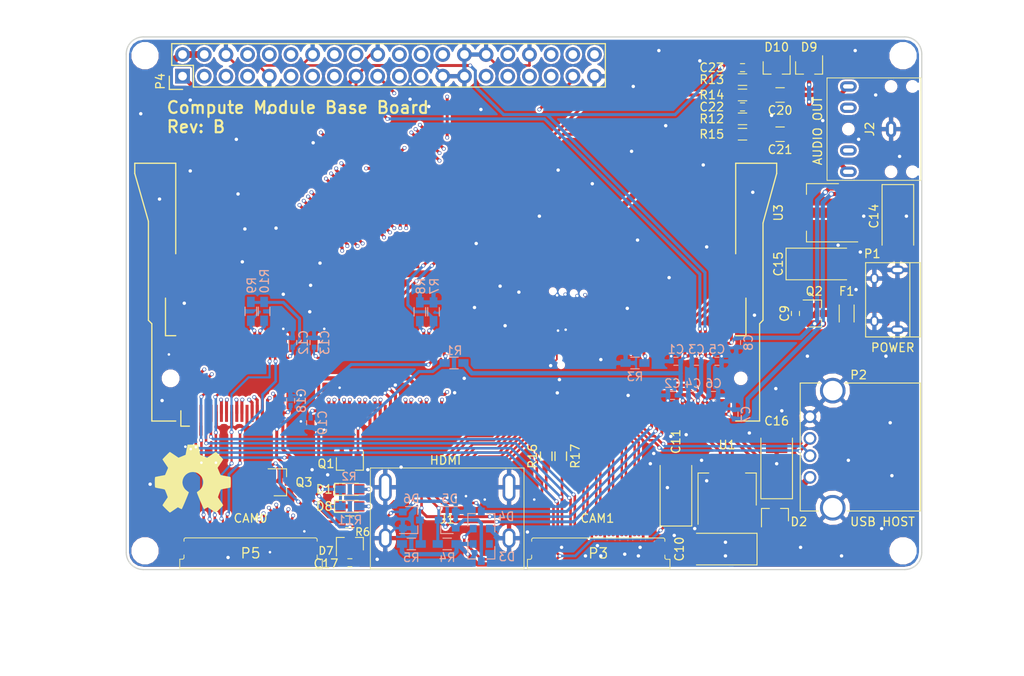
<source format=kicad_pcb>
(kicad_pcb (version 4) (host pcbnew 4.0.7)
  (layers (0 F.Cu signal) (1 In1.Cu power) (2 In2.Cu mixed) (31 B.Cu signal) (34 B.Paste user) (35 F.Paste user) (36 B.SilkS user) (37 F.SilkS user) (38 B.Mask user) (39 F.Mask user) (44 Edge.Cuts user))
  (net 0 "")
  (net 1 +1V8)
  (net 2 GND)
  (net 3 +3V3)
  (net 4 +5V)
  (net 5 "Net-(C16-Pad1)")
  (net 6 "Net-(C17-Pad1)")
  (net 7 "Net-(D1-Pad2)")
  (net 8 "Net-(D1-Pad1)")
  (net 9 "Net-(D2-Pad2)")
  (net 10 "Net-(D3-Pad2)")
  (net 11 HDMI_CEC)
  (net 12 HDMI_SCL)
  (net 13 HDMI_SDA)
  (net 14 "Net-(D7-Pad3)")
  (net 15 "Net-(F1-Pad1)")
  (net 16 "Net-(F1-Pad2)")
  (net 17 HDMI_D2_P)
  (net 18 HDMI_D2_N)
  (net 19 HDMI_D1_P)
  (net 20 HDMI_D1_N)
  (net 21 HDMI_D0_P)
  (net 22 HDMI_D0_N)
  (net 23 HDMI_CLK_P)
  (net 24 HDMI_CLK_N)
  (net 25 "Net-(J1-Pad14)")
  (net 26 "Net-(MD1-Pad2)")
  (net 27 CD1_SDA)
  (net 28 "Net-(MD1-Pad4)")
  (net 29 CD1_SCL)
  (net 30 "Net-(MD1-Pad6)")
  (net 31 CAM1_IO1)
  (net 32 "Net-(MD1-Pad10)")
  (net 33 CAM1_IO0)
  (net 34 "Net-(MD1-Pad12)")
  (net 35 "Net-(MD1-Pad16)")
  (net 36 "Net-(MD1-Pad18)")
  (net 37 "Net-(MD1-Pad22)")
  (net 38 "Net-(MD1-Pad24)")
  (net 39 "Net-(MD1-Pad46)")
  (net 40 "Net-(MD1-Pad48)")
  (net 41 "Net-(MD1-Pad52)")
  (net 42 "Net-(MD1-Pad54)")
  (net 43 "Net-(MD1-Pad58)")
  (net 44 "Net-(MD1-Pad60)")
  (net 45 "Net-(MD1-Pad64)")
  (net 46 "Net-(MD1-Pad66)")
  (net 47 "Net-(MD1-Pad72)")
  (net 48 "Net-(MD1-Pad76)")
  (net 49 "Net-(MD1-Pad78)")
  (net 50 HDMI_HPD_N_1V8)
  (net 51 EMMC_EN_N_1V8)
  (net 52 "Net-(MD1-Pad93)")
  (net 53 "Net-(MD1-Pad94)")
  (net 54 "Net-(MD1-Pad95)")
  (net 55 "Net-(MD1-Pad96)")
  (net 56 "Net-(MD1-Pad99)")
  (net 57 "Net-(MD1-Pad100)")
  (net 58 "Net-(MD1-Pad101)")
  (net 59 "Net-(MD1-Pad102)")
  (net 60 "Net-(MD1-Pad105)")
  (net 61 "Net-(MD1-Pad106)")
  (net 62 "Net-(MD1-Pad107)")
  (net 63 "Net-(MD1-Pad108)")
  (net 64 "Net-(MD1-Pad112)")
  (net 65 "Net-(MD1-Pad114)")
  (net 66 "Net-(MD1-Pad118)")
  (net 67 "Net-(MD1-Pad120)")
  (net 68 "Net-(MD1-Pad124)")
  (net 69 "Net-(MD1-Pad126)")
  (net 70 "Net-(MD1-Pad128)")
  (net 71 "Net-(MD1-Pad130)")
  (net 72 "Net-(MD1-Pad132)")
  (net 73 "Net-(MD1-Pad154)")
  (net 74 "Net-(MD1-Pad156)")
  (net 75 "Net-(MD1-Pad158)")
  (net 76 "Net-(MD1-Pad160)")
  (net 77 "Net-(MD1-Pad162)")
  (net 78 "Net-(MD1-Pad166)")
  (net 79 USB_OTGID)
  (net 80 "Net-(MD1-Pad172)")
  (net 81 "Net-(MD1-Pad174)")
  (net 82 "Net-(MD1-Pad176)")
  (net 83 "Net-(MD1-Pad177)")
  (net 84 "Net-(MD1-Pad178)")
  (net 85 "Net-(MD1-Pad179)")
  (net 86 "Net-(MD1-Pad180)")
  (net 87 "Net-(P1-Pad2)")
  (net 88 "Net-(P1-Pad3)")
  (net 89 "Net-(P1-Pad4)")
  (net 90 "Net-(Q3-Pad3)")
  (net 91 CAM1_D3_P)
  (net 92 CAM1_D3_N)
  (net 93 CAM1_D2_P)
  (net 94 CAM1_D2_N)
  (net 95 CAM1_C_P)
  (net 96 CAM1_C_N)
  (net 97 CAM1_D1_P)
  (net 98 CAM1_D1_N)
  (net 99 CAM1_D0_P)
  (net 100 CAM1_D0_N)
  (net 101 USB_D_P)
  (net 102 USB_D_N)
  (net 103 GPIO44)
  (net 104 GPIO45)
  (net 105 GPIO4)
  (net 106 GPIO5)
  (net 107 GPIO6)
  (net 108 GPIO7)
  (net 109 GPIO8)
  (net 110 GPIO9)
  (net 111 GPIO10)
  (net 112 GPIO11)
  (net 113 GPIO12)
  (net 114 GPIO13)
  (net 115 GPIO14)
  (net 116 GPIO15)
  (net 117 GPIO16)
  (net 118 GPIO17)
  (net 119 GPIO18)
  (net 120 GPIO19)
  (net 121 GPIO20)
  (net 122 GPIO21)
  (net 123 GPIO22)
  (net 124 GPIO23)
  (net 125 GPIO24)
  (net 126 GPIO25)
  (net 127 GPIO26)
  (net 128 GPIO27)
  (net 129 "Net-(D8-Pad2)")
  (net 130 "Net-(C20-Pad1)")
  (net 131 "Net-(C20-Pad2)")
  (net 132 "Net-(C21-Pad1)")
  (net 133 "Net-(C21-Pad2)")
  (net 134 GPIO40)
  (net 135 "Net-(J2-Pad4)")
  (net 136 "Net-(J2-Pad3)")
  (net 137 CD0_SDA)
  (net 138 CD0_SCL)
  (net 139 CAM0_IO1)
  (net 140 CAM0_IO0)
  (net 141 CAM0_D0_P)
  (net 142 CAM0_D0_N)
  (net 143 CAM0_C_P)
  (net 144 CAM0_C_N)
  (net 145 CAM0_D1_P)
  (net 146 CAM0_D1_N)
  (module Capacitors_Tantalum_SMD:CP_Tantalum_Case-C_EIA-6032-28_Reflow (layer F.Cu) (at 157.4 104 180)
    (fp_text reference C10 (at 5 0 270) (layer F.SilkS))
    (fp_text value 10uF)
    (pad 1 smd rect (at -2.525 0 180) (size 2.55 2.5) (layers F.Cu F.Paste F.Mask) (net 4 +5V))
    (pad 2 smd rect (at 2.525 0 180) (size 2.55 2.5) (layers F.Cu F.Paste F.Mask) (net 2 GND))
  )
  (module Capacitors_Tantalum_SMD:CP_Tantalum_Case-C_EIA-6032-28_Reflow (layer F.Cu) (at 152 97.2 90)
    (fp_text reference C11 (at 5.8 0 270) (layer F.SilkS))
    (fp_text value 10uF)
    (pad 1 smd rect (at -2.525 0 90) (size 2.55 2.5) (layers F.Cu F.Paste F.Mask) (net 3 +3V3))
    (pad 2 smd rect (at 2.525 0 90) (size 2.55 2.5) (layers F.Cu F.Paste F.Mask) (net 2 GND))
  )
  (module Capacitors_Tantalum_SMD:CP_Tantalum_Case-C_EIA-6032-28_Reflow (layer F.Cu) (at 178 65.4 270)
    (fp_text reference C14 (at -0.4 2.8 270) (layer F.SilkS))
    (fp_text value 10uF)
    (pad 1 smd rect (at -2.525 0 270) (size 2.55 2.5) (layers F.Cu F.Paste F.Mask) (net 4 +5V))
    (pad 2 smd rect (at 2.525 0 270) (size 2.55 2.5) (layers F.Cu F.Paste F.Mask) (net 2 GND))
  )
  (module Capacitors_Tantalum_SMD:CP_Tantalum_Case-C_EIA-6032-28_Reflow (layer F.Cu) (at 169 70.6)
    (fp_text reference C15 (at -5 0 90) (layer F.SilkS))
    (fp_text value 10uF)
    (pad 1 smd rect (at -2.525 0) (size 2.55 2.5) (layers F.Cu F.Paste F.Mask) (net 1 +1V8))
    (pad 2 smd rect (at 2.525 0) (size 2.55 2.5) (layers F.Cu F.Paste F.Mask) (net 2 GND))
  )
  (module Capacitors_Tantalum_SMD:CP_Tantalum_Case-C_EIA-6032-28_Reflow (layer F.Cu) (at 163.8 94 90)
    (fp_text reference C16 (at 5 0 180) (layer F.SilkS))
    (fp_text value 10uF)
    (pad 1 smd rect (at -2.525 0 90) (size 2.55 2.5) (layers F.Cu F.Paste F.Mask) (net 5 "Net-(C16-Pad1)"))
    (pad 2 smd rect (at 2.525 0 90) (size 2.55 2.5) (layers F.Cu F.Paste F.Mask) (net 2 GND))
  )
  (module LEDs:LED_0805 (layer F.Cu) (at 113.8 97)
    (fp_text reference D1 (at -3 0) (layer F.SilkS))
    (fp_text value "GREEN LED")
    (pad 2 smd rect (at 1.1 0 180) (size 1.2 1.2) (layers F.Cu F.Paste F.Mask) (net 7 "Net-(D1-Pad2)"))
    (pad 1 smd rect (at -1.1 0 180) (size 1.2 1.2) (layers F.Cu F.Paste F.Mask) (net 8 "Net-(D1-Pad1)"))
  )
  (module TO_SOT_Packages_SMD:SOT-23 (layer F.Cu) (at 163.6 100 90)
    (fp_text reference D2 (at -0.8 2.8 180) (layer F.SilkS))
    (fp_text value BAT54)
    (pad 1 smd rect (at -1 -0.95 90) (size 0.9 0.8) (layers F.Cu F.Paste F.Mask) (net 4 +5V))
    (pad 2 smd rect (at -1 0.95 90) (size 0.9 0.8) (layers F.Cu F.Paste F.Mask) (net 9 "Net-(D2-Pad2)"))
    (pad 3 smd rect (at 1 0 90) (size 0.9 0.8) (layers F.Cu F.Paste F.Mask) (net 5 "Net-(C16-Pad1)"))
  )
  (module TO_SOT_Packages_SMD:SOT-23 (layer B.Cu) (at 129.2 104.4 270)
    (fp_text reference D3 (at 0.5 -3 360) (layer B.SilkS) (effects (justify mirror)))
    (fp_text value BAT54)
    (pad 1 smd rect (at -1 0.95 270) (size 0.9 0.8) (layers B.Cu B.Paste B.Mask) (net 4 +5V))
    (pad 2 smd rect (at -1 -0.95 270) (size 0.9 0.8) (layers B.Cu B.Paste B.Mask) (net 10 "Net-(D3-Pad2)"))
    (pad 3 smd rect (at 1 0 270) (size 0.9 0.8) (layers B.Cu B.Paste B.Mask) (net 6 "Net-(C17-Pad1)"))
  )
  (module TO_SOT_Packages_SMD:SOT-23 (layer B.Cu) (at 129.2 100.6 90)
    (fp_text reference D4 (at 0.4 2.9 180) (layer B.SilkS) (effects (justify mirror)))
    (fp_text value BAV99)
    (pad 1 smd rect (at -1 0.95 90) (size 0.9 0.8) (layers B.Cu B.Paste B.Mask) (net 2 GND))
    (pad 2 smd rect (at -1 -0.95 90) (size 0.9 0.8) (layers B.Cu B.Paste B.Mask) (net 3 +3V3))
    (pad 3 smd rect (at 1 0 90) (size 0.9 0.8) (layers B.Cu B.Paste B.Mask) (net 11 HDMI_CEC))
  )
  (module TO_SOT_Packages_SMD:SOT-23 (layer B.Cu) (at 125.2 100.6 180)
    (fp_text reference D5 (at -0.3 2.5 180) (layer B.SilkS) (effects (justify mirror)))
    (fp_text value BAV99)
    (pad 1 smd rect (at -1 0.95 180) (size 0.9 0.8) (layers B.Cu B.Paste B.Mask) (net 2 GND))
    (pad 2 smd rect (at -1 -0.95 180) (size 0.9 0.8) (layers B.Cu B.Paste B.Mask) (net 6 "Net-(C17-Pad1)"))
    (pad 3 smd rect (at 1 0 180) (size 0.9 0.8) (layers B.Cu B.Paste B.Mask) (net 12 HDMI_SCL))
  )
  (module TO_SOT_Packages_SMD:SOT-23 (layer B.Cu) (at 121 100.6)
    (fp_text reference D6 (at 0 -2.5) (layer B.SilkS) (effects (justify mirror)))
    (fp_text value BAV99)
    (pad 1 smd rect (at -1 0.95) (size 0.9 0.8) (layers B.Cu B.Paste B.Mask) (net 2 GND))
    (pad 2 smd rect (at -1 -0.95) (size 0.9 0.8) (layers B.Cu B.Paste B.Mask) (net 6 "Net-(C17-Pad1)"))
    (pad 3 smd rect (at 1 0) (size 0.9 0.8) (layers B.Cu B.Paste B.Mask) (net 13 HDMI_SDA))
  )
  (module TO_SOT_Packages_SMD:SOT-23 (layer F.Cu) (at 113.8 103.4 90)
    (fp_text reference D7 (at -0.8 -2.8 180) (layer F.SilkS) (effects (font (size 0.9 0.9))))
    (fp_text value BAV99)
    (pad 1 smd rect (at -1 -0.95 90) (size 0.9 0.8) (layers F.Cu F.Paste F.Mask) (net 2 GND))
    (pad 2 smd rect (at -1 0.95 90) (size 0.9 0.8) (layers F.Cu F.Paste F.Mask) (net 6 "Net-(C17-Pad1)"))
    (pad 3 smd rect (at 1 0 90) (size 0.9 0.8) (layers F.Cu F.Paste F.Mask) (net 14 "Net-(D7-Pad3)"))
  )
  (module Connectors:USB_Micro-B (layer F.Cu) (at 176.6 74.8 90)
    (fp_text reference P1 (at 5.4 -1.6 180) (layer F.SilkS))
    (fp_text value POWER)
    (pad 1 smd rect (at -1.3 -1.35 180) (size 1.35 0.4) (layers F.Cu F.Paste F.Mask) (net 16 "Net-(F1-Pad2)"))
    (pad 2 smd rect (at -0.65 -1.35 180) (size 1.35 0.4) (layers F.Cu F.Paste F.Mask) (net 87 "Net-(P1-Pad2)"))
    (pad 3 smd rect (at 0 -1.35 180) (size 1.35 0.4) (layers F.Cu F.Paste F.Mask) (net 88 "Net-(P1-Pad3)"))
    (pad 4 smd rect (at 0.65 -1.35 180) (size 1.35 0.4) (layers F.Cu F.Paste F.Mask) (net 89 "Net-(P1-Pad4)"))
    (pad 5 smd rect (at 1.3 -1.35 180) (size 1.35 0.4) (layers F.Cu F.Paste F.Mask) (net 2 GND))
    (pad 6 thru_hole oval (at -2.5 -1.35 180) (size 0.95 1.25) (drill oval 0.55 0.85) (layers *.Cu *.Mask) (net 2 GND))
    (pad 6 thru_hole oval (at 2.5 -1.35 180) (size 0.95 1.25) (drill oval 0.55 0.85) (layers *.Cu *.Mask) (net 2 GND))
    (pad 6 thru_hole oval (at -3.5 1.35 180) (size 1.55 1) (drill oval 1.15 0.5) (layers *.Cu *.Mask) (net 2 GND))
    (pad 6 thru_hole oval (at 3.5 1.35 180) (size 1.55 1) (drill oval 1.15 0.5) (layers *.Cu *.Mask) (net 2 GND))
  )
  (module Connectors:USB_A (layer F.Cu) (at 167.7 95.6 90)
    (fp_text reference P2 (at 12 5.7 180) (layer F.SilkS))
    (fp_text value HOST)
    (pad 4 thru_hole circle (at 7.11 0) (size 1.5 1.5) (drill 1) (layers *.Cu *.Mask) (net 2 GND))
    (pad 3 thru_hole circle (at 4.57 0) (size 1.5 1.5) (drill 1) (layers *.Cu *.Mask) (net 101 USB_D_P))
    (pad 2 thru_hole circle (at 2.54 0) (size 1.5 1.5) (drill 1) (layers *.Cu *.Mask) (net 102 USB_D_N))
    (pad 1 thru_hole circle (at 0 0) (size 1.5 1.5) (drill 1) (layers *.Cu *.Mask) (net 5 "Net-(C16-Pad1)"))
    (pad 5 thru_hole circle (at 10.16 2.67) (size 3 3) (drill 2.3) (layers *.Cu *.Mask) (net 2 GND))
    (pad 5 thru_hole circle (at -3.56 2.67) (size 3 3) (drill 2.3) (layers *.Cu *.Mask) (net 2 GND))
  )
  (module ffc_conn:FPC_22 (layer F.Cu) (at 142.9 102)
    (fp_text reference P3 (at 0 2.5) (layer F.SilkS) (effects (font (size 1.2 1.2))))
    (fp_text value CAM1 hide)
    (pad 22 smd rect (at -5.25 0) (size 0.3 1) (layers F.Cu F.Paste F.Mask) (net 3 +3V3))
    (pad 21 smd rect (at -4.75 0) (size 0.3 1) (layers F.Cu F.Paste F.Mask) (net 27 CD1_SDA))
    (pad 20 smd rect (at -4.25 0) (size 0.3 1) (layers F.Cu F.Paste F.Mask) (net 29 CD1_SCL))
    (pad 19 smd rect (at -3.75 0) (size 0.3 1) (layers F.Cu F.Paste F.Mask) (net 2 GND))
    (pad 18 smd rect (at -3.25 0) (size 0.3 1) (layers F.Cu F.Paste F.Mask) (net 31 CAM1_IO1))
    (pad 17 smd rect (at -2.75 0) (size 0.3 1) (layers F.Cu F.Paste F.Mask) (net 33 CAM1_IO0))
    (pad 16 smd rect (at -2.25 0) (size 0.3 1) (layers F.Cu F.Paste F.Mask) (net 2 GND))
    (pad 15 smd rect (at -1.75 0) (size 0.3 1) (layers F.Cu F.Paste F.Mask) (net 91 CAM1_D3_P))
    (pad 14 smd rect (at -1.25 0) (size 0.3 1) (layers F.Cu F.Paste F.Mask) (net 92 CAM1_D3_N))
    (pad 13 smd rect (at -0.75 0) (size 0.3 1) (layers F.Cu F.Paste F.Mask) (net 2 GND))
    (pad 12 smd rect (at -0.25 0) (size 0.3 1) (layers F.Cu F.Paste F.Mask) (net 93 CAM1_D2_P))
    (pad 11 smd rect (at 0.25 0) (size 0.3 1) (layers F.Cu F.Paste F.Mask) (net 94 CAM1_D2_N))
    (pad 10 smd rect (at 0.75 0) (size 0.3 1) (layers F.Cu F.Paste F.Mask) (net 2 GND))
    (pad 9 smd rect (at 1.25 0) (size 0.3 1) (layers F.Cu F.Paste F.Mask) (net 95 CAM1_C_P))
    (pad 8 smd rect (at 1.75 0) (size 0.3 1) (layers F.Cu F.Paste F.Mask) (net 96 CAM1_C_N))
    (pad 7 smd rect (at 2.25 0) (size 0.3 1) (layers F.Cu F.Paste F.Mask) (net 2 GND))
    (pad 6 smd rect (at 2.75 0) (size 0.3 1) (layers F.Cu F.Paste F.Mask) (net 97 CAM1_D1_P))
    (pad 5 smd rect (at 3.25 0) (size 0.3 1) (layers F.Cu F.Paste F.Mask) (net 98 CAM1_D1_N))
    (pad 4 smd rect (at 3.75 0) (size 0.3 1) (layers F.Cu F.Paste F.Mask) (net 2 GND))
    (pad 3 smd rect (at 4.25 0) (size 0.3 1) (layers F.Cu F.Paste F.Mask) (net 99 CAM1_D0_P))
    (pad 2 smd rect (at 4.75 0) (size 0.3 1) (layers F.Cu F.Paste F.Mask) (net 100 CAM1_D0_N))
    (pad 1 smd rect (at 5.25 0) (size 0.3 1) (layers F.Cu F.Paste F.Mask) (net 2 GND))
    (pad 0 smd rect (at -7.525 1.9) (size 1.65 1.3) (layers F.Cu F.Paste F.Mask))
    (pad 0 smd rect (at 7.525 1.9) (size 1.65 1.3) (layers F.Cu F.Paste F.Mask))
  )
  (module TO_SOT_Packages_SMD:SOT-23 (layer F.Cu) (at 113.8 94 270)
    (fp_text reference Q1 (at 0 2.8 360) (layer F.SilkS))
    (fp_text value 2N7002P.215)
    (pad 1 smd rect (at -1 -0.95 270) (size 0.9 0.8) (layers F.Cu F.Paste F.Mask) (net 51 EMMC_EN_N_1V8))
    (pad 2 smd rect (at -1 0.95 270) (size 0.9 0.8) (layers F.Cu F.Paste F.Mask) (net 2 GND))
    (pad 3 smd rect (at 1 0 270) (size 0.9 0.8) (layers F.Cu F.Paste F.Mask) (net 8 "Net-(D1-Pad1)"))
  )
  (module TO_SOT_Packages_SMD:SOT-23 (layer F.Cu) (at 168.3 76.4)
    (fp_text reference Q2 (at -0.1 -2.6) (layer F.SilkS))
    (fp_text value DMP3056L-7)
    (pad 1 smd rect (at -1 -0.95) (size 0.9 0.8) (layers F.Cu F.Paste F.Mask) (net 2 GND))
    (pad 2 smd rect (at -1 0.95) (size 0.9 0.8) (layers F.Cu F.Paste F.Mask) (net 4 +5V))
    (pad 3 smd rect (at 1 0) (size 0.9 0.8) (layers F.Cu F.Paste F.Mask) (net 15 "Net-(F1-Pad1)"))
  )
  (module TO_SOT_Packages_SMD:SOT-23 (layer F.Cu) (at 105.62236 96.17644)
    (fp_text reference Q3 (at 2.8 0) (layer F.SilkS))
    (fp_text value 2N7002P.215)
    (pad 1 smd rect (at -1 -0.95) (size 0.9 0.8) (layers F.Cu F.Paste F.Mask) (net 14 "Net-(D7-Pad3)"))
    (pad 2 smd rect (at -1 0.95) (size 0.9 0.8) (layers F.Cu F.Paste F.Mask) (net 2 GND))
    (pad 3 smd rect (at 1 0) (size 0.9 0.8) (layers F.Cu F.Paste F.Mask) (net 90 "Net-(Q3-Pad3)"))
  )
  (module Resistors_SMD:R_0603_HandSoldering (layer B.Cu) (at 126 82.2 180)
    (fp_text reference R1 (at 0 1.45 180) (layer B.SilkS) (effects (justify mirror)))
    (fp_text value 100K)
    (pad 1 smd rect (at -1.1 0 180) (size 1.2 0.9) (layers B.Cu B.Paste B.Mask) (net 1 +1V8))
    (pad 2 smd rect (at 1.1 0 180) (size 1.2 0.9) (layers B.Cu B.Paste B.Mask) (net 51 EMMC_EN_N_1V8))
  )
  (module Resistors_SMD:R_0603_HandSoldering (layer B.Cu) (at 113.8 97)
    (fp_text reference R2 (at -0.1 -1.5) (layer B.SilkS) (effects (font (size 0.9 0.9)) (justify mirror)))
    (fp_text value 1K)
    (pad 1 smd rect (at -1.1 0) (size 1.2 0.9) (layers B.Cu B.Paste B.Mask) (net 3 +3V3))
    (pad 2 smd rect (at 1.1 0) (size 1.2 0.9) (layers B.Cu B.Paste B.Mask) (net 7 "Net-(D1-Pad2)"))
  )
  (module Resistors_SMD:R_0603_HandSoldering (layer B.Cu) (at 147.2 82.2 180)
    (fp_text reference R3 (at 0 -1.6 180) (layer B.SilkS) (effects (justify mirror)))
    (fp_text value 1K)
    (pad 1 smd rect (at -1.1 0 180) (size 1.2 0.9) (layers B.Cu B.Paste B.Mask) (net 79 USB_OTGID))
    (pad 2 smd rect (at 1.1 0 180) (size 1.2 0.9) (layers B.Cu B.Paste B.Mask) (net 2 GND))
  )
  (module Resistors_SMD:R_0603_HandSoldering (layer B.Cu) (at 125.2 103.4 180)
    (fp_text reference R4 (at 0 -1.6 180) (layer B.SilkS) (effects (justify mirror)))
    (fp_text value 1.8K)
    (pad 1 smd rect (at -1.1 0 180) (size 1.2 0.9) (layers B.Cu B.Paste B.Mask) (net 4 +5V))
    (pad 2 smd rect (at 1.1 0 180) (size 1.2 0.9) (layers B.Cu B.Paste B.Mask) (net 12 HDMI_SCL))
  )
  (module Resistors_SMD:R_0603_HandSoldering (layer B.Cu) (at 121 103.4)
    (fp_text reference R5 (at 0 1.6) (layer B.SilkS) (effects (justify mirror)))
    (fp_text value 1.8K)
    (pad 1 smd rect (at -1.1 0) (size 1.2 0.9) (layers B.Cu B.Paste B.Mask) (net 4 +5V))
    (pad 2 smd rect (at 1.1 0) (size 1.2 0.9) (layers B.Cu B.Paste B.Mask) (net 13 HDMI_SDA))
  )
  (module Resistors_SMD:R_0603_HandSoldering (layer F.Cu) (at 113.8 100.8 180)
    (fp_text reference R6 (at -1.5 -1.2 180) (layer F.SilkS) (effects (font (size 0.9 0.9) (thickness 0.14))))
    (fp_text value 100K)
    (pad 1 smd rect (at -1.1 0 180) (size 1.2 0.9) (layers F.Cu F.Paste F.Mask) (net 50 HDMI_HPD_N_1V8))
    (pad 2 smd rect (at 1.1 0 180) (size 1.2 0.9) (layers F.Cu F.Paste F.Mask) (net 90 "Net-(Q3-Pad3)"))
  )
  (module TO_SOT_Packages_SMD:SOT-223-3_TabPin2 (layer F.Cu) (at 158 97 90)
    (fp_text reference U1 (at 5.2 0 180) (layer F.SilkS))
    (fp_text value REG1117-3.3)
    (pad 2 smd rect (at 3.15 0 90) (size 2 3.8) (layers F.Cu F.Paste F.Mask) (net 3 +3V3))
    (pad 2 smd rect (at -3.15 0 90) (size 2 1.5) (layers F.Cu F.Paste F.Mask) (net 3 +3V3))
    (pad 3 smd rect (at -3.15 2.3 90) (size 2 1.5) (layers F.Cu F.Paste F.Mask) (net 4 +5V))
    (pad 1 smd rect (at -3.15 -2.3 90) (size 2 1.5) (layers F.Cu F.Paste F.Mask) (net 2 GND))
  )
  (module TO_SOT_Packages_SMD:SOT-223-3_TabPin2 (layer F.Cu) (at 169.2 64.6 180)
    (fp_text reference U3 (at 5.2 0 270) (layer F.SilkS))
    (fp_text value REG1117A-1.8)
    (pad 2 smd rect (at 3.15 0 180) (size 2 3.8) (layers F.Cu F.Paste F.Mask) (net 1 +1V8))
    (pad 2 smd rect (at -3.15 0 180) (size 2 1.5) (layers F.Cu F.Paste F.Mask) (net 1 +1V8))
    (pad 3 smd rect (at -3.15 2.3 180) (size 2 1.5) (layers F.Cu F.Paste F.Mask) (net 4 +5V))
    (pad 1 smd rect (at -3.15 -2.3 180) (size 2 1.5) (layers F.Cu F.Paste F.Mask) (net 2 GND))
  )
  (module Capacitors_SMD:C_0402 (layer B.Cu) (at 152 82 180)
    (fp_text reference C1 (at 0 1.4 180) (layer B.SilkS) (effects (justify mirror)))
    (fp_text value 100nF)
    (pad 1 smd rect (at -0.55 0 180) (size 0.6 0.5) (layers B.Cu B.Paste B.Mask) (net 1 +1V8))
    (pad 2 smd rect (at 0.55 0 180) (size 0.6 0.5) (layers B.Cu B.Paste B.Mask) (net 2 GND))
  )
  (module Capacitors_SMD:C_0402 (layer B.Cu) (at 151.6 86 180)
    (fp_text reference C2 (at 0 1.4 180) (layer B.SilkS) (effects (justify mirror)))
    (fp_text value 100nF)
    (pad 1 smd rect (at -0.55 0 180) (size 0.6 0.5) (layers B.Cu B.Paste B.Mask) (net 1 +1V8))
    (pad 2 smd rect (at 0.55 0 180) (size 0.6 0.5) (layers B.Cu B.Paste B.Mask) (net 2 GND))
  )
  (module Capacitors_SMD:C_0402 (layer B.Cu) (at 154.4 82 180)
    (fp_text reference C3 (at 0 1.4 180) (layer B.SilkS) (effects (justify mirror)))
    (fp_text value 100nF)
    (pad 1 smd rect (at -0.55 0 180) (size 0.6 0.5) (layers B.Cu B.Paste B.Mask) (net 3 +3V3))
    (pad 2 smd rect (at 0.55 0 180) (size 0.6 0.5) (layers B.Cu B.Paste B.Mask) (net 2 GND))
  )
  (module Capacitors_SMD:C_0402 (layer B.Cu) (at 154 86 180)
    (fp_text reference C4 (at 0 1.4 180) (layer B.SilkS) (effects (justify mirror)))
    (fp_text value 100nF)
    (pad 1 smd rect (at -0.55 0 180) (size 0.6 0.5) (layers B.Cu B.Paste B.Mask) (net 3 +3V3))
    (pad 2 smd rect (at 0.55 0 180) (size 0.6 0.5) (layers B.Cu B.Paste B.Mask) (net 2 GND))
  )
  (module Capacitors_SMD:C_0402 (layer B.Cu) (at 156.8 82)
    (fp_text reference C5 (at 0 -1.4) (layer B.SilkS) (effects (justify mirror)))
    (fp_text value 100nF)
    (pad 1 smd rect (at -0.55 0) (size 0.6 0.5) (layers B.Cu B.Paste B.Mask) (net 3 +3V3))
    (pad 2 smd rect (at 0.55 0) (size 0.6 0.5) (layers B.Cu B.Paste B.Mask) (net 2 GND))
  )
  (module Capacitors_SMD:C_0402 (layer B.Cu) (at 156.4 86)
    (fp_text reference C6 (at 0 -1.4) (layer B.SilkS) (effects (justify mirror)))
    (fp_text value 100nF)
    (pad 1 smd rect (at -0.55 0) (size 0.6 0.5) (layers B.Cu B.Paste B.Mask) (net 3 +3V3))
    (pad 2 smd rect (at 0.55 0) (size 0.6 0.5) (layers B.Cu B.Paste B.Mask) (net 2 GND))
  )
  (module Capacitors_SMD:C_0402 (layer B.Cu) (at 158.8 88.2 90)
    (fp_text reference C7 (at 0 1.4 90) (layer B.SilkS) (effects (justify mirror)))
    (fp_text value 100nF)
    (pad 1 smd rect (at -0.55 0 90) (size 0.6 0.5) (layers B.Cu B.Paste B.Mask) (net 4 +5V))
    (pad 2 smd rect (at 0.55 0 90) (size 0.6 0.5) (layers B.Cu B.Paste B.Mask) (net 2 GND))
  )
  (module Capacitors_SMD:C_0402 (layer B.Cu) (at 159.1 79.8 270)
    (fp_text reference C8 (at 0 -1.4 270) (layer B.SilkS) (effects (justify mirror)))
    (fp_text value 100nF)
    (pad 1 smd rect (at -0.55 0 270) (size 0.6 0.5) (layers B.Cu B.Paste B.Mask) (net 4 +5V))
    (pad 2 smd rect (at 0.55 0 270) (size 0.6 0.5) (layers B.Cu B.Paste B.Mask) (net 2 GND))
  )
  (module HDMI_MOLEX:HDMI_MOLEX_471510001 (layer F.Cu) (at 125.2 96)
    (fp_text reference J1 (at 0 4.5) (layer F.SilkS))
    (fp_text value 2001-1-2-21-00-BK)
    (pad 1 smd rect (at 4.5 0) (size 0.3 2.6) (layers F.Cu F.Paste F.Mask) (net 17 HDMI_D2_P))
    (pad 2 smd rect (at 4 0) (size 0.3 2.6) (layers F.Cu F.Paste F.Mask) (net 2 GND))
    (pad 3 smd rect (at 3.5 0) (size 0.3 2.6) (layers F.Cu F.Paste F.Mask) (net 18 HDMI_D2_N))
    (pad 4 smd rect (at 3 0) (size 0.3 2.6) (layers F.Cu F.Paste F.Mask) (net 19 HDMI_D1_P))
    (pad 5 smd rect (at 2.5 0) (size 0.3 2.6) (layers F.Cu F.Paste F.Mask) (net 2 GND))
    (pad 6 smd rect (at 2 0) (size 0.3 2.6) (layers F.Cu F.Paste F.Mask) (net 20 HDMI_D1_N))
    (pad 7 smd rect (at 1.5 0) (size 0.3 2.6) (layers F.Cu F.Paste F.Mask) (net 21 HDMI_D0_P))
    (pad 8 smd rect (at 1 0) (size 0.3 2.6) (layers F.Cu F.Paste F.Mask) (net 2 GND))
    (pad 9 smd rect (at 0.5 0) (size 0.3 2.6) (layers F.Cu F.Paste F.Mask) (net 22 HDMI_D0_N))
    (pad 10 smd rect (at 0 0) (size 0.3 2.6) (layers F.Cu F.Paste F.Mask) (net 23 HDMI_CLK_P))
    (pad 11 smd rect (at -0.5 0) (size 0.3 2.6) (layers F.Cu F.Paste F.Mask) (net 2 GND))
    (pad 12 smd rect (at -1 0) (size 0.3 2.6) (layers F.Cu F.Paste F.Mask) (net 24 HDMI_CLK_N))
    (pad 13 smd rect (at -1.5 0) (size 0.3 2.6) (layers F.Cu F.Paste F.Mask) (net 11 HDMI_CEC))
    (pad 14 smd rect (at -2 0) (size 0.3 2.6) (layers F.Cu F.Paste F.Mask) (net 25 "Net-(J1-Pad14)"))
    (pad 15 smd rect (at -2.5 0) (size 0.3 2.6) (layers F.Cu F.Paste F.Mask) (net 12 HDMI_SCL))
    (pad 16 smd rect (at -3 0) (size 0.3 2.6) (layers F.Cu F.Paste F.Mask) (net 13 HDMI_SDA))
    (pad 17 smd rect (at -3.5 0) (size 0.3 2.6) (layers F.Cu F.Paste F.Mask) (net 2 GND))
    (pad 18 smd rect (at -4 0) (size 0.3 2.6) (layers F.Cu F.Paste F.Mask) (net 6 "Net-(C17-Pad1)"))
    (pad 19 smd rect (at -4.5 0) (size 0.3 2.6) (layers F.Cu F.Paste F.Mask) (net 14 "Net-(D7-Pad3)"))
    (pad SH thru_hole oval (at -7.25 0.76) (size 1.5 3.3) (drill oval 0.9 2.7) (layers *.Cu *.Mask) (net 2 GND))
    (pad SH thru_hole oval (at 7.25 0.76) (size 1.5 3.3) (drill oval 0.9 2.7) (layers *.Cu *.Mask) (net 2 GND))
    (pad SH thru_hole oval (at -7.25 6.72) (size 1.5 2.3) (drill oval 0.9 1.7) (layers *.Cu *.Mask) (net 2 GND))
    (pad SH thru_hole oval (at 7.25 6.72) (size 1.5 2.3) (drill oval 0.9 1.7) (layers *.Cu *.Mask) (net 2 GND))
  )
  (module Capacitors_SMD:C_0402 (layer F.Cu) (at 113.8 105.6 180)
    (fp_text reference C17 (at 2.8 -0.1 180) (layer F.SilkS))
    (fp_text value 100nF)
    (pad 1 smd rect (at -0.55 0 180) (size 0.6 0.5) (layers F.Cu F.Paste F.Mask) (net 6 "Net-(C17-Pad1)"))
    (pad 2 smd rect (at 0.55 0 180) (size 0.6 0.5) (layers F.Cu F.Paste F.Mask) (net 2 GND))
  )
  (module Polyfuse_Bourns_MF-PSML:Polyfuse_0805 (layer F.Cu) (at 172 76.4 270)
    (fp_text reference F1 (at -2.6 0 360) (layer F.SilkS))
    (fp_text value "2A 6V")
    (pad 1 smd rect (at -1.1 0) (size 1.5 1) (layers F.Cu F.Paste F.Mask) (net 15 "Net-(F1-Pad1)"))
    (pad 2 smd rect (at 1.1 0) (size 1.5 1) (layers F.Cu F.Paste F.Mask) (net 16 "Net-(F1-Pad2)"))
  )
  (module Mounting_Holes:MountingHole_2.7mm_M2.5_ISO14580 (layer F.Cu) (at 89.8 104.2)
    (fp_text reference REF** hide)
    (fp_text value MountingHole_2.7mm_M2.5_ISO14580)
    (pad 1 np_thru_hole circle (at 0 0) (size 2.7 2.7) (drill 2.7) (layers *.Cu *.Mask))
  )
  (module Mounting_Holes:MountingHole_2.7mm_M2.5_ISO14580 (layer F.Cu) (at 178.6 104.2)
    (fp_text reference REF** hide)
    (fp_text value MountingHole_2.7mm_M2.5_ISO14580)
    (pad 1 np_thru_hole circle (at 0 0) (size 2.7 2.7) (drill 2.7) (layers *.Cu *.Mask))
  )
  (module Mounting_Holes:MountingHole_2.7mm_M2.5_ISO14580 (layer F.Cu) (at 178.6 46.2)
    (fp_text reference REF** hide)
    (fp_text value MountingHole_2.7mm_M2.5_ISO14580)
    (pad 1 np_thru_hole circle (at 0 0) (size 2.7 2.7) (drill 2.7) (layers *.Cu *.Mask))
  )
  (module Mounting_Holes:MountingHole_2.7mm_M2.5_ISO14580 (layer F.Cu) (at 89.8 46.2)
    (fp_text reference REF** hide)
    (fp_text value MountingHole_2.7mm_M2.5_ISO14580)
    (pad 1 np_thru_hole circle (at 0 0) (size 2.7 2.7) (drill 2.7) (layers *.Cu *.Mask))
  )
  (module Capacitors_SMD:C_0402 (layer B.Cu) (at 107.1 79.8 90)
    (fp_text reference C12 (at 0 1.27 90) (layer B.SilkS) (effects (justify mirror)))
    (fp_text value 100nF)
    (pad 1 smd rect (at -0.55 0 90) (size 0.6 0.5) (layers B.Cu B.Paste B.Mask) (net 3 +3V3))
    (pad 2 smd rect (at 0.55 0 90) (size 0.6 0.5) (layers B.Cu B.Paste B.Mask) (net 2 GND))
  )
  (module Capacitors_SMD:C_0402 (layer B.Cu) (at 109.6 79.8 90)
    (fp_text reference C13 (at 0 1.27 90) (layer B.SilkS) (effects (justify mirror)))
    (fp_text value 100nF)
    (pad 1 smd rect (at -0.55 0 90) (size 0.6 0.5) (layers B.Cu B.Paste B.Mask) (net 3 +3V3))
    (pad 2 smd rect (at 0.55 0 90) (size 0.6 0.5) (layers B.Cu B.Paste B.Mask) (net 2 GND))
  )
  (module Capacitors_SMD:C_0402 (layer B.Cu) (at 106.8578 86.61146 90)
    (fp_text reference C18 (at 0 1.27 90) (layer B.SilkS) (effects (justify mirror)))
    (fp_text value 100nF)
    (pad 1 smd rect (at -0.55 0 90) (size 0.6 0.5) (layers B.Cu B.Paste B.Mask) (net 3 +3V3))
    (pad 2 smd rect (at 0.55 0 90) (size 0.6 0.5) (layers B.Cu B.Paste B.Mask) (net 2 GND))
  )
  (module Capacitors_SMD:C_0402 (layer B.Cu) (at 109.2 89.2 270)
    (fp_text reference C19 (at 0 -1.4 270) (layer B.SilkS) (effects (justify mirror)))
    (fp_text value 100nF)
    (pad 1 smd rect (at -0.55 0 270) (size 0.6 0.5) (layers B.Cu B.Paste B.Mask) (net 3 +3V3))
    (pad 2 smd rect (at 0.55 0 270) (size 0.6 0.5) (layers B.Cu B.Paste B.Mask) (net 2 GND))
  )
  (module Resistors_SMD:R_0603_HandSoldering (layer B.Cu) (at 123.6 76.2 90)
    (fp_text reference R7 (at 3 0.1 90) (layer B.SilkS) (effects (justify mirror)))
    (fp_text value 100K)
    (pad 1 smd rect (at -1.1 0 90) (size 1.2 0.9) (layers B.Cu B.Paste B.Mask) (net 104 GPIO45))
    (pad 2 smd rect (at 1.1 0 90) (size 1.2 0.9) (layers B.Cu B.Paste B.Mask) (net 2 GND))
  )
  (module Resistors_SMD:R_0603_HandSoldering (layer B.Cu) (at 122 76.2 90)
    (fp_text reference R8 (at 3 0.1 90) (layer B.SilkS) (effects (justify mirror)))
    (fp_text value 100K)
    (pad 1 smd rect (at -1.1 0 90) (size 1.2 0.9) (layers B.Cu B.Paste B.Mask) (net 103 GPIO44))
    (pad 2 smd rect (at 1.1 0 90) (size 1.2 0.9) (layers B.Cu B.Paste B.Mask) (net 2 GND))
  )
  (module Resistors_SMD:R_0603_HandSoldering (layer B.Cu) (at 102.2 76.15 270)
    (fp_text reference R9 (at -3.05 -0.1 270) (layer B.SilkS) (effects (justify mirror)))
    (fp_text value 1.8K)
    (pad 1 smd rect (at -1.1 0 270) (size 1.2 0.9) (layers B.Cu B.Paste B.Mask) (net 3 +3V3))
    (pad 2 smd rect (at 1.1 0 270) (size 1.2 0.9) (layers B.Cu B.Paste B.Mask) (net 137 CD0_SDA))
  )
  (module Resistors_SMD:R_0603_HandSoldering (layer B.Cu) (at 103.75 76.15 270)
    (fp_text reference R10 (at -3.55 -0.05 270) (layer B.SilkS) (effects (justify mirror)))
    (fp_text value 1.8K)
    (pad 1 smd rect (at -1.1 0 270) (size 1.2 0.9) (layers B.Cu B.Paste B.Mask) (net 3 +3V3))
    (pad 2 smd rect (at 1.1 0 270) (size 1.2 0.9) (layers B.Cu B.Paste B.Mask) (net 138 CD0_SCL))
  )
  (module Pin_Headers:Pin_Header_Straight_2x20 (layer F.Cu) (at 94.2 48.6 90)
    (fp_text reference P4 (at -0.6 -2.6 90) (layer F.SilkS))
    (fp_text value CONN_02X20)
    (pad 1 thru_hole rect (at 0 0 90) (size 1.7272 1.7272) (drill 1.016) (layers *.Cu *.Mask) (net 3 +3V3))
    (pad 2 thru_hole oval (at 2.54 0 90) (size 1.7272 1.7272) (drill 1.016) (layers *.Cu *.Mask) (net 4 +5V))
    (pad 3 thru_hole oval (at 0 2.54 90) (size 1.7272 1.7272) (drill 1.016) (layers *.Cu *.Mask) (net 27 CD1_SDA))
    (pad 4 thru_hole oval (at 2.54 2.54 90) (size 1.7272 1.7272) (drill 1.016) (layers *.Cu *.Mask) (net 4 +5V))
    (pad 5 thru_hole oval (at 0 5.08 90) (size 1.7272 1.7272) (drill 1.016) (layers *.Cu *.Mask) (net 29 CD1_SCL))
    (pad 6 thru_hole oval (at 2.54 5.08 90) (size 1.7272 1.7272) (drill 1.016) (layers *.Cu *.Mask) (net 2 GND))
    (pad 7 thru_hole oval (at 0 7.62 90) (size 1.7272 1.7272) (drill 1.016) (layers *.Cu *.Mask) (net 105 GPIO4))
    (pad 8 thru_hole oval (at 2.54 7.62 90) (size 1.7272 1.7272) (drill 1.016) (layers *.Cu *.Mask) (net 115 GPIO14))
    (pad 9 thru_hole oval (at 0 10.16 90) (size 1.7272 1.7272) (drill 1.016) (layers *.Cu *.Mask) (net 2 GND))
    (pad 10 thru_hole oval (at 2.54 10.16 90) (size 1.7272 1.7272) (drill 1.016) (layers *.Cu *.Mask) (net 116 GPIO15))
    (pad 11 thru_hole oval (at 0 12.7 90) (size 1.7272 1.7272) (drill 1.016) (layers *.Cu *.Mask) (net 118 GPIO17))
    (pad 12 thru_hole oval (at 2.54 12.7 90) (size 1.7272 1.7272) (drill 1.016) (layers *.Cu *.Mask) (net 119 GPIO18))
    (pad 13 thru_hole oval (at 0 15.24 90) (size 1.7272 1.7272) (drill 1.016) (layers *.Cu *.Mask) (net 128 GPIO27))
    (pad 14 thru_hole oval (at 2.54 15.24 90) (size 1.7272 1.7272) (drill 1.016) (layers *.Cu *.Mask) (net 2 GND))
    (pad 15 thru_hole oval (at 0 17.78 90) (size 1.7272 1.7272) (drill 1.016) (layers *.Cu *.Mask) (net 123 GPIO22))
    (pad 16 thru_hole oval (at 2.54 17.78 90) (size 1.7272 1.7272) (drill 1.016) (layers *.Cu *.Mask) (net 124 GPIO23))
    (pad 17 thru_hole oval (at 0 20.32 90) (size 1.7272 1.7272) (drill 1.016) (layers *.Cu *.Mask) (net 3 +3V3))
    (pad 18 thru_hole oval (at 2.54 20.32 90) (size 1.7272 1.7272) (drill 1.016) (layers *.Cu *.Mask) (net 125 GPIO24))
    (pad 19 thru_hole oval (at 0 22.86 90) (size 1.7272 1.7272) (drill 1.016) (layers *.Cu *.Mask) (net 111 GPIO10))
    (pad 20 thru_hole oval (at 2.54 22.86 90) (size 1.7272 1.7272) (drill 1.016) (layers *.Cu *.Mask) (net 2 GND))
    (pad 21 thru_hole oval (at 0 25.4 90) (size 1.7272 1.7272) (drill 1.016) (layers *.Cu *.Mask) (net 110 GPIO9))
    (pad 22 thru_hole oval (at 2.54 25.4 90) (size 1.7272 1.7272) (drill 1.016) (layers *.Cu *.Mask) (net 126 GPIO25))
    (pad 23 thru_hole oval (at 0 27.94 90) (size 1.7272 1.7272) (drill 1.016) (layers *.Cu *.Mask) (net 112 GPIO11))
    (pad 24 thru_hole oval (at 2.54 27.94 90) (size 1.7272 1.7272) (drill 1.016) (layers *.Cu *.Mask) (net 109 GPIO8))
    (pad 25 thru_hole oval (at 0 30.48 90) (size 1.7272 1.7272) (drill 1.016) (layers *.Cu *.Mask) (net 2 GND))
    (pad 26 thru_hole oval (at 2.54 30.48 90) (size 1.7272 1.7272) (drill 1.016) (layers *.Cu *.Mask) (net 108 GPIO7))
    (pad 27 thru_hole oval (at 0 33.02 90) (size 1.7272 1.7272) (drill 1.016) (layers *.Cu *.Mask) (net 2 GND))
    (pad 28 thru_hole oval (at 2.54 33.02 90) (size 1.7272 1.7272) (drill 1.016) (layers *.Cu *.Mask) (net 2 GND))
    (pad 29 thru_hole oval (at 0 35.56 90) (size 1.7272 1.7272) (drill 1.016) (layers *.Cu *.Mask) (net 106 GPIO5))
    (pad 30 thru_hole oval (at 2.54 35.56 90) (size 1.7272 1.7272) (drill 1.016) (layers *.Cu *.Mask) (net 2 GND))
    (pad 31 thru_hole oval (at 0 38.1 90) (size 1.7272 1.7272) (drill 1.016) (layers *.Cu *.Mask) (net 107 GPIO6))
    (pad 32 thru_hole oval (at 2.54 38.1 90) (size 1.7272 1.7272) (drill 1.016) (layers *.Cu *.Mask) (net 113 GPIO12))
    (pad 33 thru_hole oval (at 0 40.64 90) (size 1.7272 1.7272) (drill 1.016) (layers *.Cu *.Mask) (net 114 GPIO13))
    (pad 34 thru_hole oval (at 2.54 40.64 90) (size 1.7272 1.7272) (drill 1.016) (layers *.Cu *.Mask) (net 2 GND))
    (pad 35 thru_hole oval (at 0 43.18 90) (size 1.7272 1.7272) (drill 1.016) (layers *.Cu *.Mask) (net 120 GPIO19))
    (pad 36 thru_hole oval (at 2.54 43.18 90) (size 1.7272 1.7272) (drill 1.016) (layers *.Cu *.Mask) (net 117 GPIO16))
    (pad 37 thru_hole oval (at 0 45.72 90) (size 1.7272 1.7272) (drill 1.016) (layers *.Cu *.Mask) (net 127 GPIO26))
    (pad 38 thru_hole oval (at 2.54 45.72 90) (size 1.7272 1.7272) (drill 1.016) (layers *.Cu *.Mask) (net 121 GPIO20))
    (pad 39 thru_hole oval (at 0 48.26 90) (size 1.7272 1.7272) (drill 1.016) (layers *.Cu *.Mask) (net 2 GND))
    (pad 40 thru_hole oval (at 2.54 48.26 90) (size 1.7272 1.7272) (drill 1.016) (layers *.Cu *.Mask) (net 122 GPIO21))
  )
  (module LEDs:LED_0805 (layer F.Cu) (at 113.8 99)
    (fp_text reference D8 (at -3 0) (layer F.SilkS))
    (fp_text value "RED LED")
    (pad 2 smd rect (at 1.1 0 180) (size 1.2 1.2) (layers F.Cu F.Paste F.Mask) (net 129 "Net-(D8-Pad2)"))
    (pad 1 smd rect (at -1.1 0 180) (size 1.2 1.2) (layers F.Cu F.Paste F.Mask) (net 2 GND))
  )
  (module Resistors_SMD:R_0603_HandSoldering (layer B.Cu) (at 113.8 99)
    (fp_text reference R11 (at 0 1.6) (layer B.SilkS) (effects (justify mirror)))
    (fp_text value 1K)
    (pad 1 smd rect (at -1.1 0) (size 1.2 0.9) (layers B.Cu B.Paste B.Mask) (net 3 +3V3))
    (pad 2 smd rect (at 1.1 0) (size 1.2 0.9) (layers B.Cu B.Paste B.Mask) (net 129 "Net-(D8-Pad2)"))
  )
  (module Capacitors_SMD:C_0805 (layer F.Cu) (at 164.2 50.8)
    (fp_text reference C20 (at 0 1.8) (layer F.SilkS))
    (fp_text value 10uF)
    (pad 1 smd rect (at -1 0) (size 1 1.25) (layers F.Cu F.Paste F.Mask) (net 130 "Net-(C20-Pad1)"))
    (pad 2 smd rect (at 1 0) (size 1 1.25) (layers F.Cu F.Paste F.Mask) (net 131 "Net-(C20-Pad2)"))
  )
  (module Capacitors_SMD:C_0805 (layer F.Cu) (at 164.2 55.4)
    (fp_text reference C21 (at 0 1.8) (layer F.SilkS))
    (fp_text value 10uF)
    (pad 1 smd rect (at -1 0) (size 1 1.25) (layers F.Cu F.Paste F.Mask) (net 132 "Net-(C21-Pad1)"))
    (pad 2 smd rect (at 1 0) (size 1 1.25) (layers F.Cu F.Paste F.Mask) (net 133 "Net-(C21-Pad2)"))
  )
  (module Capacitors_SMD:C_0402 (layer F.Cu) (at 159.8 52.2 180)
    (fp_text reference C22 (at 3.6 0 180) (layer F.SilkS))
    (fp_text value 33nF)
    (pad 1 smd rect (at -0.55 0 180) (size 0.6 0.5) (layers F.Cu F.Paste F.Mask) (net 132 "Net-(C21-Pad1)"))
    (pad 2 smd rect (at 0.55 0 180) (size 0.6 0.5) (layers F.Cu F.Paste F.Mask) (net 2 GND))
  )
  (module Capacitors_SMD:C_0402 (layer F.Cu) (at 159.8 47.6 180)
    (fp_text reference C23 (at 3.6 0 180) (layer F.SilkS))
    (fp_text value 33nF)
    (pad 1 smd rect (at -0.55 0 180) (size 0.6 0.5) (layers F.Cu F.Paste F.Mask) (net 130 "Net-(C20-Pad1)"))
    (pad 2 smd rect (at 0.55 0 180) (size 0.6 0.5) (layers F.Cu F.Paste F.Mask) (net 2 GND))
  )
  (module TO_SOT_Packages_SMD:SOT-23 (layer F.Cu) (at 167.6 47.6 270)
    (fp_text reference D9 (at -2.4 0 360) (layer F.SilkS))
    (fp_text value BAV99)
    (pad 1 smd rect (at -1 -0.95 270) (size 0.9 0.8) (layers F.Cu F.Paste F.Mask) (net 2 GND))
    (pad 2 smd rect (at -1 0.95 270) (size 0.9 0.8) (layers F.Cu F.Paste F.Mask) (net 3 +3V3))
    (pad 3 smd rect (at 1 0 270) (size 0.9 0.8) (layers F.Cu F.Paste F.Mask) (net 133 "Net-(C21-Pad2)"))
  )
  (module TO_SOT_Packages_SMD:SOT-23 (layer F.Cu) (at 163.8 47.6 270)
    (fp_text reference D10 (at -2.4 0 360) (layer F.SilkS))
    (fp_text value BAV99)
    (pad 1 smd rect (at -1 -0.95 270) (size 0.9 0.8) (layers F.Cu F.Paste F.Mask) (net 2 GND))
    (pad 2 smd rect (at -1 0.95 270) (size 0.9 0.8) (layers F.Cu F.Paste F.Mask) (net 3 +3V3))
    (pad 3 smd rect (at 1 0 270) (size 0.9 0.8) (layers F.Cu F.Paste F.Mask) (net 131 "Net-(C20-Pad2)"))
  )
  (module Resistors_SMD:R_0603_HandSoldering (layer F.Cu) (at 159.8 53.6 180)
    (fp_text reference R12 (at 3.6 0 180) (layer F.SilkS))
    (fp_text value 150R)
    (pad 1 smd rect (at -1.1 0 180) (size 1.2 0.9) (layers F.Cu F.Paste F.Mask) (net 132 "Net-(C21-Pad1)"))
    (pad 2 smd rect (at 1.1 0 180) (size 1.2 0.9) (layers F.Cu F.Paste F.Mask) (net 2 GND))
  )
  (module Resistors_SMD:R_0603_HandSoldering (layer F.Cu) (at 159.8 49 180)
    (fp_text reference R13 (at 3.6 0 180) (layer F.SilkS))
    (fp_text value 150R)
    (pad 1 smd rect (at -1.1 0 180) (size 1.2 0.9) (layers F.Cu F.Paste F.Mask) (net 130 "Net-(C20-Pad1)"))
    (pad 2 smd rect (at 1.1 0 180) (size 1.2 0.9) (layers F.Cu F.Paste F.Mask) (net 2 GND))
  )
  (module Resistors_SMD:R_0603_HandSoldering (layer F.Cu) (at 159.8 50.8)
    (fp_text reference R14 (at -3.6 0) (layer F.SilkS))
    (fp_text value 270R)
    (pad 1 smd rect (at -1.1 0) (size 1.2 0.9) (layers F.Cu F.Paste F.Mask) (net 104 GPIO45))
    (pad 2 smd rect (at 1.1 0) (size 1.2 0.9) (layers F.Cu F.Paste F.Mask) (net 130 "Net-(C20-Pad1)"))
  )
  (module Resistors_SMD:R_0603_HandSoldering (layer F.Cu) (at 159.8 55.4)
    (fp_text reference R15 (at -3.6 0) (layer F.SilkS))
    (fp_text value 270R)
    (pad 1 smd rect (at -1.1 0) (size 1.2 0.9) (layers F.Cu F.Paste F.Mask) (net 134 GPIO40))
    (pad 2 smd rect (at 1.1 0) (size 1.2 0.9) (layers F.Cu F.Paste F.Mask) (net 132 "Net-(C21-Pad1)"))
  )
  (module jc-128:JC-128 (layer F.Cu) (at 177.2 54.8 270)
    (fp_text reference J2 (at 0 2.5 270) (layer F.SilkS))
    (fp_text value JC-128)
    (pad 1 thru_hole oval (at 0 0 270) (size 1.95 1.2) (drill oval 1.25 0.5) (layers *.Cu *.Mask) (net 2 GND))
    (pad 4 thru_hole oval (at 2.5 5 270) (size 1.2 1.95) (drill oval 0.5 1.25) (layers *.Cu *.Mask) (net 135 "Net-(J2-Pad4)"))
    (pad 5 thru_hole oval (at 5 5 270) (size 1.2 1.95) (drill oval 0.5 1.25) (layers *.Cu *.Mask) (net 133 "Net-(C21-Pad2)"))
    (pad 3 thru_hole oval (at -2.5 5 270) (size 1.2 1.95) (drill oval 0.5 1.25) (layers *.Cu *.Mask) (net 136 "Net-(J2-Pad3)"))
    (pad 2 thru_hole oval (at -5 5 270) (size 1.2 1.95) (drill oval 0.5 1.25) (layers *.Cu *.Mask) (net 131 "Net-(C20-Pad2)"))
    (pad "" np_thru_hole circle (at 0 5 270) (size 1 1) (drill 1) (layers *.Cu))
    (pad "" np_thru_hole circle (at 5 0 270) (size 1 1) (drill 1) (layers *.Cu))
    (pad "" np_thru_hole circle (at -5 0 270) (size 1 1) (drill 1) (layers *.Cu))
    (pad "" np_thru_hole circle (at -5 -2.5 270) (size 1 1) (drill 1) (layers *.Cu))
    (pad "" np_thru_hole circle (at 5 -2.5 270) (size 1 1) (drill 1) (layers *.Cu))
  )
  (module Conn_TE-DDR2-SODIMM:Conn_TE-DDR2-SODIMM-0.6-200P-doublesided (layer F.Cu) (at 126.2 84 90)
    (fp_text reference MD1)
    (fp_text value Board_RPi_CM3_200pConnector_multipart)
    (pad 41 smd rect (at -4.1 -16.05 90) (size 2 0.35) (layers F.Cu F.Paste F.Mask) (net 3 +3V3))
    (pad 1 smd rect (at -4.1 -31.65 90) (size 2 0.35) (layers F.Cu F.Paste F.Mask) (net 2 GND))
    (pad "" np_thru_hole circle (at 0 33.4 90) (size 1.1 1.1) (drill 1.1) (layers *.Cu))
    (pad "" np_thru_hole circle (at 0 -33.4 90) (size 1.6 1.6) (drill 1.6) (layers *.Cu))
    (pad "" smd rect (at 12 -32.55 90) (size 4.6 4.5) (layers F.Cu F.Paste F.Mask))
    (pad "" smd rect (at 12 32.55 90) (size 4.6 4.5) (layers F.Cu F.Paste F.Mask))
    (pad 2 smd rect (at 4.099999 -31.35 90) (size 2 0.35) (layers F.Cu F.Paste F.Mask) (net 26 "Net-(MD1-Pad2)"))
    (pad 3 smd rect (at -4.1 -31.05 90) (size 2 0.35) (layers F.Cu F.Paste F.Mask) (net 27 CD1_SDA))
    (pad 4 smd rect (at 4.099999 -30.75 90) (size 2 0.35) (layers F.Cu F.Paste F.Mask) (net 28 "Net-(MD1-Pad4)"))
    (pad 5 smd rect (at -4.1 -30.45 90) (size 2 0.35) (layers F.Cu F.Paste F.Mask) (net 29 CD1_SCL))
    (pad 6 smd rect (at 4.099999 -30.15 90) (size 2 0.35) (layers F.Cu F.Paste F.Mask) (net 30 "Net-(MD1-Pad6)"))
    (pad 7 smd rect (at -4.1 -29.85 90) (size 2 0.35) (layers F.Cu F.Paste F.Mask) (net 2 GND))
    (pad 8 smd rect (at 4.099999 -29.55 90) (size 2 0.35) (layers F.Cu F.Paste F.Mask) (net 2 GND))
    (pad 9 smd rect (at -4.1 -29.25 90) (size 2 0.35) (layers F.Cu F.Paste F.Mask) (net 31 CAM1_IO1))
    (pad 10 smd rect (at 4.099999 -28.95 90) (size 2 0.35) (layers F.Cu F.Paste F.Mask) (net 32 "Net-(MD1-Pad10)"))
    (pad 11 smd rect (at -4.1 -28.65 90) (size 2 0.35) (layers F.Cu F.Paste F.Mask) (net 33 CAM1_IO0))
    (pad 12 smd rect (at 4.099999 -28.35 90) (size 2 0.35) (layers F.Cu F.Paste F.Mask) (net 34 "Net-(MD1-Pad12)"))
    (pad 13 smd rect (at -4.1 -28.05 90) (size 2 0.35) (layers F.Cu F.Paste F.Mask) (net 2 GND))
    (pad 14 smd rect (at 4.099999 -27.75 90) (size 2 0.35) (layers F.Cu F.Paste F.Mask) (net 2 GND))
    (pad 15 smd rect (at -4.1 -27.45 90) (size 2 0.35) (layers F.Cu F.Paste F.Mask) (net 105 GPIO4))
    (pad 16 smd rect (at 4.099999 -27.15 90) (size 2 0.35) (layers F.Cu F.Paste F.Mask) (net 35 "Net-(MD1-Pad16)"))
    (pad 17 smd rect (at -4.1 -26.85 90) (size 2 0.35) (layers F.Cu F.Paste F.Mask) (net 106 GPIO5))
    (pad 18 smd rect (at 4.099999 -26.55 90) (size 2 0.35) (layers F.Cu F.Paste F.Mask) (net 36 "Net-(MD1-Pad18)"))
    (pad 19 smd rect (at -4.1 -26.25 90) (size 2 0.35) (layers F.Cu F.Paste F.Mask) (net 2 GND))
    (pad 20 smd rect (at 4.099999 -25.95 90) (size 2 0.35) (layers F.Cu F.Paste F.Mask) (net 2 GND))
    (pad 21 smd rect (at -4.1 -25.65 90) (size 2 0.35) (layers F.Cu F.Paste F.Mask) (net 107 GPIO6))
    (pad 22 smd rect (at 4.099999 -25.35 90) (size 2 0.35) (layers F.Cu F.Paste F.Mask) (net 37 "Net-(MD1-Pad22)"))
    (pad 23 smd rect (at -4.1 -25.05 90) (size 2 0.35) (layers F.Cu F.Paste F.Mask) (net 108 GPIO7))
    (pad 24 smd rect (at 4.099999 -24.75 90) (size 2 0.35) (layers F.Cu F.Paste F.Mask) (net 38 "Net-(MD1-Pad24)"))
    (pad 25 smd rect (at -4.1 -24.45 90) (size 2 0.35) (layers F.Cu F.Paste F.Mask) (net 2 GND))
    (pad 26 smd rect (at 4.099999 -24.15 90) (size 2 0.35) (layers F.Cu F.Paste F.Mask) (net 2 GND))
    (pad 27 smd rect (at -4.1 -23.85 90) (size 2 0.35) (layers F.Cu F.Paste F.Mask) (net 109 GPIO8))
    (pad 28 smd rect (at 4.099999 -23.55 90) (size 2 0.35) (layers F.Cu F.Paste F.Mask) (net 137 CD0_SDA))
    (pad 29 smd rect (at -4.1 -23.25 90) (size 2 0.35) (layers F.Cu F.Paste F.Mask) (net 110 GPIO9))
    (pad 30 smd rect (at 4.099999 -22.95 90) (size 2 0.35) (layers F.Cu F.Paste F.Mask) (net 138 CD0_SCL))
    (pad 31 smd rect (at -4.1 -22.65 90) (size 2 0.35) (layers F.Cu F.Paste F.Mask) (net 2 GND))
    (pad 32 smd rect (at 4.099999 -22.35 90) (size 2 0.35) (layers F.Cu F.Paste F.Mask) (net 2 GND))
    (pad 33 smd rect (at -4.1 -22.05 90) (size 2 0.35) (layers F.Cu F.Paste F.Mask) (net 111 GPIO10))
    (pad 34 smd rect (at 4.099999 -21.75 90) (size 2 0.35) (layers F.Cu F.Paste F.Mask) (net 139 CAM0_IO1))
    (pad 35 smd rect (at -4.1 -21.45 90) (size 2 0.35) (layers F.Cu F.Paste F.Mask) (net 112 GPIO11))
    (pad 36 smd rect (at 4.099999 -21.15 90) (size 2 0.35) (layers F.Cu F.Paste F.Mask) (net 140 CAM0_IO0))
    (pad 37 smd rect (at -4.1 -20.85 90) (size 2 0.35) (layers F.Cu F.Paste F.Mask) (net 2 GND))
    (pad 38 smd rect (at 4.099999 -20.55 90) (size 2 0.35) (layers F.Cu F.Paste F.Mask) (net 2 GND))
    (pad 39 smd rect (at -4.1 -20.25 90) (size 2 0.35) (layers F.Cu F.Paste F.Mask) (net 3 +3V3))
    (pad 40 smd rect (at 4.099999 -19.95 90) (size 2 0.35) (layers F.Cu F.Paste F.Mask) (net 3 +3V3))
    (pad 42 smd rect (at 4.099999 -15.75 90) (size 2 0.35) (layers F.Cu F.Paste F.Mask) (net 3 +3V3))
    (pad 43 smd rect (at -4.1 -15.45 90) (size 2 0.35) (layers F.Cu F.Paste F.Mask) (net 2 GND))
    (pad 44 smd rect (at 4.099999 -15.15 90) (size 2 0.35) (layers F.Cu F.Paste F.Mask) (net 2 GND))
    (pad 45 smd rect (at -4.1 -14.85 90) (size 2 0.35) (layers F.Cu F.Paste F.Mask) (net 113 GPIO12))
    (pad 46 smd rect (at 4.099999 -14.55 90) (size 2 0.35) (layers F.Cu F.Paste F.Mask) (net 39 "Net-(MD1-Pad46)"))
    (pad 47 smd rect (at -4.1 -14.25 90) (size 2 0.35) (layers F.Cu F.Paste F.Mask) (net 114 GPIO13))
    (pad 48 smd rect (at 4.099999 -13.95 90) (size 2 0.35) (layers F.Cu F.Paste F.Mask) (net 40 "Net-(MD1-Pad48)"))
    (pad 49 smd rect (at -4.1 -13.65 90) (size 2 0.35) (layers F.Cu F.Paste F.Mask) (net 2 GND))
    (pad 50 smd rect (at 4.099999 -13.35 90) (size 2 0.35) (layers F.Cu F.Paste F.Mask) (net 2 GND))
    (pad 51 smd rect (at -4.1 -13.05 90) (size 2 0.35) (layers F.Cu F.Paste F.Mask) (net 115 GPIO14))
    (pad 52 smd rect (at 4.099999 -12.75 90) (size 2 0.35) (layers F.Cu F.Paste F.Mask) (net 41 "Net-(MD1-Pad52)"))
    (pad 53 smd rect (at -4.1 -12.45 90) (size 2 0.35) (layers F.Cu F.Paste F.Mask) (net 116 GPIO15))
    (pad 54 smd rect (at 4.099999 -12.15 90) (size 2 0.35) (layers F.Cu F.Paste F.Mask) (net 42 "Net-(MD1-Pad54)"))
    (pad 55 smd rect (at -4.1 -11.85 90) (size 2 0.35) (layers F.Cu F.Paste F.Mask) (net 2 GND))
    (pad 56 smd rect (at 4.099999 -11.55 90) (size 2 0.35) (layers F.Cu F.Paste F.Mask) (net 2 GND))
    (pad 57 smd rect (at -4.1 -11.25 90) (size 2 0.35) (layers F.Cu F.Paste F.Mask) (net 117 GPIO16))
    (pad 58 smd rect (at 4.099999 -10.95 90) (size 2 0.35) (layers F.Cu F.Paste F.Mask) (net 43 "Net-(MD1-Pad58)"))
    (pad 59 smd rect (at -4.1 -10.65 90) (size 2 0.35) (layers F.Cu F.Paste F.Mask) (net 118 GPIO17))
    (pad 60 smd rect (at 4.099999 -10.35 90) (size 2 0.35) (layers F.Cu F.Paste F.Mask) (net 44 "Net-(MD1-Pad60)"))
    (pad 61 smd rect (at -4.1 -10.05 90) (size 2 0.35) (layers F.Cu F.Paste F.Mask) (net 2 GND))
    (pad 62 smd rect (at 4.099999 -9.75 90) (size 2 0.35) (layers F.Cu F.Paste F.Mask) (net 2 GND))
    (pad 63 smd rect (at -4.1 -9.45 90) (size 2 0.35) (layers F.Cu F.Paste F.Mask) (net 119 GPIO18))
    (pad 64 smd rect (at 4.099999 -9.15 90) (size 2 0.35) (layers F.Cu F.Paste F.Mask) (net 45 "Net-(MD1-Pad64)"))
    (pad 65 smd rect (at -4.1 -8.85 90) (size 2 0.35) (layers F.Cu F.Paste F.Mask) (net 120 GPIO19))
    (pad 66 smd rect (at 4.099999 -8.55 90) (size 2 0.35) (layers F.Cu F.Paste F.Mask) (net 46 "Net-(MD1-Pad66)"))
    (pad 67 smd rect (at -4.1 -8.25 90) (size 2 0.35) (layers F.Cu F.Paste F.Mask) (net 2 GND))
    (pad 68 smd rect (at 4.099999 -7.95 90) (size 2 0.35) (layers F.Cu F.Paste F.Mask) (net 2 GND))
    (pad 69 smd rect (at -4.1 -7.65 90) (size 2 0.35) (layers F.Cu F.Paste F.Mask) (net 121 GPIO20))
    (pad 70 smd rect (at 4.099999 -7.35 90) (size 2 0.35) (layers F.Cu F.Paste F.Mask) (net 134 GPIO40))
    (pad 71 smd rect (at -4.1 -7.05 90) (size 2 0.35) (layers F.Cu F.Paste F.Mask) (net 122 GPIO21))
    (pad 72 smd rect (at 4.099999 -6.75 90) (size 2 0.35) (layers F.Cu F.Paste F.Mask) (net 47 "Net-(MD1-Pad72)"))
    (pad 73 smd rect (at -4.1 -6.45 90) (size 2 0.35) (layers F.Cu F.Paste F.Mask) (net 2 GND))
    (pad 74 smd rect (at 4.099999 -6.15 90) (size 2 0.35) (layers F.Cu F.Paste F.Mask) (net 2 GND))
    (pad 75 smd rect (at -4.1 -5.85 90) (size 2 0.35) (layers F.Cu F.Paste F.Mask) (net 123 GPIO22))
    (pad 76 smd rect (at 4.099999 -5.55 90) (size 2 0.35) (layers F.Cu F.Paste F.Mask) (net 48 "Net-(MD1-Pad76)"))
    (pad 77 smd rect (at -4.1 -5.25 90) (size 2 0.35) (layers F.Cu F.Paste F.Mask) (net 124 GPIO23))
    (pad 78 smd rect (at 4.099999 -4.95 90) (size 2 0.35) (layers F.Cu F.Paste F.Mask) (net 49 "Net-(MD1-Pad78)"))
    (pad 79 smd rect (at -4.1 -4.65 90) (size 2 0.35) (layers F.Cu F.Paste F.Mask) (net 2 GND))
    (pad 80 smd rect (at 4.099999 -4.35 90) (size 2 0.35) (layers F.Cu F.Paste F.Mask) (net 2 GND))
    (pad 81 smd rect (at -4.1 -4.05 90) (size 2 0.35) (layers F.Cu F.Paste F.Mask) (net 125 GPIO24))
    (pad 82 smd rect (at 4.099999 -3.75 90) (size 2 0.35) (layers F.Cu F.Paste F.Mask) (net 103 GPIO44))
    (pad 83 smd rect (at -4.1 -3.45 90) (size 2 0.35) (layers F.Cu F.Paste F.Mask) (net 126 GPIO25))
    (pad 84 smd rect (at 4.099999 -3.15 90) (size 2 0.35) (layers F.Cu F.Paste F.Mask) (net 104 GPIO45))
    (pad 85 smd rect (at -4.1 -2.85 90) (size 2 0.35) (layers F.Cu F.Paste F.Mask) (net 2 GND))
    (pad 86 smd rect (at 4.099999 -2.55 90) (size 2 0.35) (layers F.Cu F.Paste F.Mask) (net 2 GND))
    (pad 87 smd rect (at -4.1 -2.25 90) (size 2 0.35) (layers F.Cu F.Paste F.Mask) (net 127 GPIO26))
    (pad 88 smd rect (at 4.099999 -1.95 90) (size 2 0.35) (layers F.Cu F.Paste F.Mask) (net 50 HDMI_HPD_N_1V8))
    (pad 89 smd rect (at -4.1 -1.65 90) (size 2 0.35) (layers F.Cu F.Paste F.Mask) (net 128 GPIO27))
    (pad 90 smd rect (at 4.099999 -1.35 90) (size 2 0.35) (layers F.Cu F.Paste F.Mask) (net 51 EMMC_EN_N_1V8))
    (pad 91 smd rect (at -4.1 -1.05 90) (size 2 0.35) (layers F.Cu F.Paste F.Mask) (net 2 GND))
    (pad 92 smd rect (at 4.099999 -0.75 90) (size 2 0.35) (layers F.Cu F.Paste F.Mask) (net 2 GND))
    (pad 93 smd rect (at -4.1 -0.45 90) (size 2 0.35) (layers F.Cu F.Paste F.Mask) (net 52 "Net-(MD1-Pad93)"))
    (pad 94 smd rect (at 4.099999 -0.15 90) (size 2 0.35) (layers F.Cu F.Paste F.Mask) (net 53 "Net-(MD1-Pad94)"))
    (pad 95 smd rect (at -4.1 0.15 90) (size 2 0.35) (layers F.Cu F.Paste F.Mask) (net 54 "Net-(MD1-Pad95)"))
    (pad 96 smd rect (at 4.099999 0.45 90) (size 2 0.35) (layers F.Cu F.Paste F.Mask) (net 55 "Net-(MD1-Pad96)"))
    (pad 97 smd rect (at -4.1 0.75 90) (size 2 0.35) (layers F.Cu F.Paste F.Mask) (net 2 GND))
    (pad 98 smd rect (at 4.099999 1.05 90) (size 2 0.35) (layers F.Cu F.Paste F.Mask) (net 2 GND))
    (pad 99 smd rect (at -4.1 1.35 90) (size 2 0.35) (layers F.Cu F.Paste F.Mask) (net 56 "Net-(MD1-Pad99)"))
    (pad 100 smd rect (at 4.099999 1.65 90) (size 2 0.35) (layers F.Cu F.Paste F.Mask) (net 57 "Net-(MD1-Pad100)"))
    (pad 101 smd rect (at -4.1 1.95 90) (size 2 0.35) (layers F.Cu F.Paste F.Mask) (net 58 "Net-(MD1-Pad101)"))
    (pad 102 smd rect (at 4.099999 2.25 90) (size 2 0.35) (layers F.Cu F.Paste F.Mask) (net 59 "Net-(MD1-Pad102)"))
    (pad 103 smd rect (at -4.1 2.55 90) (size 2 0.35) (layers F.Cu F.Paste F.Mask) (net 2 GND))
    (pad 104 smd rect (at 4.099999 2.85 90) (size 2 0.35) (layers F.Cu F.Paste F.Mask) (net 2 GND))
    (pad 105 smd rect (at -4.1 3.15 90) (size 2 0.35) (layers F.Cu F.Paste F.Mask) (net 60 "Net-(MD1-Pad105)"))
    (pad 106 smd rect (at 4.099999 3.45 90) (size 2 0.35) (layers F.Cu F.Paste F.Mask) (net 61 "Net-(MD1-Pad106)"))
    (pad 107 smd rect (at -4.1 3.75 90) (size 2 0.35) (layers F.Cu F.Paste F.Mask) (net 62 "Net-(MD1-Pad107)"))
    (pad 108 smd rect (at 4.099999 4.05 90) (size 2 0.35) (layers F.Cu F.Paste F.Mask) (net 63 "Net-(MD1-Pad108)"))
    (pad 109 smd rect (at -4.1 4.35 90) (size 2 0.35) (layers F.Cu F.Paste F.Mask) (net 2 GND))
    (pad 110 smd rect (at 4.099999 4.65 90) (size 2 0.35) (layers F.Cu F.Paste F.Mask) (net 2 GND))
    (pad 111 smd rect (at -4.1 4.95 90) (size 2 0.35) (layers F.Cu F.Paste F.Mask) (net 24 HDMI_CLK_N))
    (pad 112 smd rect (at 4.099999 5.25 90) (size 2 0.35) (layers F.Cu F.Paste F.Mask) (net 64 "Net-(MD1-Pad112)"))
    (pad 113 smd rect (at -4.1 5.55 90) (size 2 0.35) (layers F.Cu F.Paste F.Mask) (net 23 HDMI_CLK_P))
    (pad 114 smd rect (at 4.099999 5.85 90) (size 2 0.35) (layers F.Cu F.Paste F.Mask) (net 65 "Net-(MD1-Pad114)"))
    (pad 115 smd rect (at -4.1 6.15 90) (size 2 0.35) (layers F.Cu F.Paste F.Mask) (net 2 GND))
    (pad 116 smd rect (at 4.099999 6.45 90) (size 2 0.35) (layers F.Cu F.Paste F.Mask) (net 2 GND))
    (pad 117 smd rect (at -4.1 6.75 90) (size 2 0.35) (layers F.Cu F.Paste F.Mask) (net 22 HDMI_D0_N))
    (pad 118 smd rect (at 4.099999 7.05 90) (size 2 0.35) (layers F.Cu F.Paste F.Mask) (net 66 "Net-(MD1-Pad118)"))
    (pad 119 smd rect (at -4.1 7.35 90) (size 2 0.35) (layers F.Cu F.Paste F.Mask) (net 21 HDMI_D0_P))
    (pad 120 smd rect (at 4.099999 7.65 90) (size 2 0.35) (layers F.Cu F.Paste F.Mask) (net 67 "Net-(MD1-Pad120)"))
    (pad 121 smd rect (at -4.1 7.95 90) (size 2 0.35) (layers F.Cu F.Paste F.Mask) (net 2 GND))
    (pad 122 smd rect (at 4.099999 8.25 90) (size 2 0.35) (layers F.Cu F.Paste F.Mask) (net 2 GND))
    (pad 123 smd rect (at -4.1 8.55 90) (size 2 0.35) (layers F.Cu F.Paste F.Mask) (net 20 HDMI_D1_N))
    (pad 124 smd rect (at 4.099999 8.85 90) (size 2 0.35) (layers F.Cu F.Paste F.Mask) (net 68 "Net-(MD1-Pad124)"))
    (pad 125 smd rect (at -4.1 9.15 90) (size 2 0.35) (layers F.Cu F.Paste F.Mask) (net 19 HDMI_D1_P))
    (pad 126 smd rect (at 4.099999 9.45 90) (size 2 0.35) (layers F.Cu F.Paste F.Mask) (net 69 "Net-(MD1-Pad126)"))
    (pad 127 smd rect (at -4.1 9.75 90) (size 2 0.35) (layers F.Cu F.Paste F.Mask) (net 2 GND))
    (pad 128 smd rect (at 4.099999 10.05 90) (size 2 0.35) (layers F.Cu F.Paste F.Mask) (net 70 "Net-(MD1-Pad128)"))
    (pad 129 smd rect (at -4.1 10.35 90) (size 2 0.35) (layers F.Cu F.Paste F.Mask) (net 18 HDMI_D2_N))
    (pad 130 smd rect (at 4.099999 10.65 90) (size 2 0.35) (layers F.Cu F.Paste F.Mask) (net 71 "Net-(MD1-Pad130)"))
    (pad 131 smd rect (at -4.1 10.95 90) (size 2 0.35) (layers F.Cu F.Paste F.Mask) (net 17 HDMI_D2_P))
    (pad 132 smd rect (at 4.099999 11.25 90) (size 2 0.35) (layers F.Cu F.Paste F.Mask) (net 72 "Net-(MD1-Pad132)"))
    (pad 133 smd rect (at -4.1 11.55 90) (size 2 0.35) (layers F.Cu F.Paste F.Mask) (net 2 GND))
    (pad 134 smd rect (at 4.099999 11.85 90) (size 2 0.35) (layers F.Cu F.Paste F.Mask) (net 2 GND))
    (pad 135 smd rect (at -4.1 12.15 90) (size 2 0.35) (layers F.Cu F.Paste F.Mask) (net 91 CAM1_D3_P))
    (pad 136 smd rect (at 4.099999 12.45 90) (size 2 0.35) (layers F.Cu F.Paste F.Mask) (net 141 CAM0_D0_P))
    (pad 137 smd rect (at -4.1 12.75 90) (size 2 0.35) (layers F.Cu F.Paste F.Mask) (net 92 CAM1_D3_N))
    (pad 138 smd rect (at 4.099999 13.05 90) (size 2 0.35) (layers F.Cu F.Paste F.Mask) (net 142 CAM0_D0_N))
    (pad 139 smd rect (at -4.1 13.35 90) (size 2 0.35) (layers F.Cu F.Paste F.Mask) (net 2 GND))
    (pad 140 smd rect (at 4.099999 13.65 90) (size 2 0.35) (layers F.Cu F.Paste F.Mask) (net 2 GND))
    (pad 141 smd rect (at -4.1 13.95 90) (size 2 0.35) (layers F.Cu F.Paste F.Mask) (net 93 CAM1_D2_P))
    (pad 142 smd rect (at 4.099999 14.25 90) (size 2 0.35) (layers F.Cu F.Paste F.Mask) (net 143 CAM0_C_P))
    (pad 143 smd rect (at -4.1 14.55 90) (size 2 0.35) (layers F.Cu F.Paste F.Mask) (net 94 CAM1_D2_N))
    (pad 144 smd rect (at 4.099999 14.85 90) (size 2 0.35) (layers F.Cu F.Paste F.Mask) (net 144 CAM0_C_N))
    (pad 145 smd rect (at -4.1 15.15 90) (size 2 0.35) (layers F.Cu F.Paste F.Mask) (net 2 GND))
    (pad 146 smd rect (at 4.099999 15.45 90) (size 2 0.35) (layers F.Cu F.Paste F.Mask) (net 2 GND))
    (pad 147 smd rect (at -4.1 15.75 90) (size 2 0.35) (layers F.Cu F.Paste F.Mask) (net 95 CAM1_C_P))
    (pad 148 smd rect (at 4.099999 16.05 90) (size 2 0.35) (layers F.Cu F.Paste F.Mask) (net 145 CAM0_D1_P))
    (pad 149 smd rect (at -4.1 16.35 90) (size 2 0.35) (layers F.Cu F.Paste F.Mask) (net 96 CAM1_C_N))
    (pad 150 smd rect (at 4.099999 16.65 90) (size 2 0.35) (layers F.Cu F.Paste F.Mask) (net 146 CAM0_D1_N))
    (pad 151 smd rect (at -4.1 16.95 90) (size 2 0.35) (layers F.Cu F.Paste F.Mask) (net 2 GND))
    (pad 152 smd rect (at 4.099999 17.25 90) (size 2 0.35) (layers F.Cu F.Paste F.Mask) (net 2 GND))
    (pad 153 smd rect (at -4.1 17.55 90) (size 2 0.35) (layers F.Cu F.Paste F.Mask) (net 97 CAM1_D1_P))
    (pad 154 smd rect (at 4.099999 17.85 90) (size 2 0.35) (layers F.Cu F.Paste F.Mask) (net 73 "Net-(MD1-Pad154)"))
    (pad 155 smd rect (at -4.1 18.15 90) (size 2 0.35) (layers F.Cu F.Paste F.Mask) (net 98 CAM1_D1_N))
    (pad 156 smd rect (at 4.099999 18.45 90) (size 2 0.35) (layers F.Cu F.Paste F.Mask) (net 74 "Net-(MD1-Pad156)"))
    (pad 157 smd rect (at -4.1 18.75 90) (size 2 0.35) (layers F.Cu F.Paste F.Mask) (net 2 GND))
    (pad 158 smd rect (at 4.099999 19.05 90) (size 2 0.35) (layers F.Cu F.Paste F.Mask) (net 75 "Net-(MD1-Pad158)"))
    (pad 159 smd rect (at -4.1 19.35 90) (size 2 0.35) (layers F.Cu F.Paste F.Mask) (net 99 CAM1_D0_P))
    (pad 160 smd rect (at 4.099999 19.65 90) (size 2 0.35) (layers F.Cu F.Paste F.Mask) (net 76 "Net-(MD1-Pad160)"))
    (pad 161 smd rect (at -4.1 19.95 90) (size 2 0.35) (layers F.Cu F.Paste F.Mask) (net 100 CAM1_D0_N))
    (pad 162 smd rect (at 4.099999 20.25 90) (size 2 0.35) (layers F.Cu F.Paste F.Mask) (net 77 "Net-(MD1-Pad162)"))
    (pad 163 smd rect (at -4.1 20.55 90) (size 2 0.35) (layers F.Cu F.Paste F.Mask) (net 2 GND))
    (pad 164 smd rect (at 4.099999 20.85 90) (size 2 0.35) (layers F.Cu F.Paste F.Mask) (net 2 GND))
    (pad 165 smd rect (at -4.1 21.15 90) (size 2 0.35) (layers F.Cu F.Paste F.Mask) (net 101 USB_D_P))
    (pad 166 smd rect (at 4.099999 21.45 90) (size 2 0.35) (layers F.Cu F.Paste F.Mask) (net 78 "Net-(MD1-Pad166)"))
    (pad 167 smd rect (at -4.1 21.75 90) (size 2 0.35) (layers F.Cu F.Paste F.Mask) (net 102 USB_D_N))
    (pad 168 smd rect (at 4.099999 22.05 90) (size 2 0.35) (layers F.Cu F.Paste F.Mask) (net 79 USB_OTGID))
    (pad 169 smd rect (at -4.1 22.35 90) (size 2 0.35) (layers F.Cu F.Paste F.Mask) (net 2 GND))
    (pad 170 smd rect (at 4.099999 22.65 90) (size 2 0.35) (layers F.Cu F.Paste F.Mask) (net 2 GND))
    (pad 171 smd rect (at -4.1 22.95 90) (size 2 0.35) (layers F.Cu F.Paste F.Mask) (net 11 HDMI_CEC))
    (pad 172 smd rect (at 4.099999 23.25 90) (size 2 0.35) (layers F.Cu F.Paste F.Mask) (net 80 "Net-(MD1-Pad172)"))
    (pad 173 smd rect (at -4.1 23.55 90) (size 2 0.35) (layers F.Cu F.Paste F.Mask) (net 13 HDMI_SDA))
    (pad 174 smd rect (at 4.099999 23.85 90) (size 2 0.35) (layers F.Cu F.Paste F.Mask) (net 81 "Net-(MD1-Pad174)"))
    (pad 175 smd rect (at -4.1 24.15 90) (size 2 0.35) (layers F.Cu F.Paste F.Mask) (net 12 HDMI_SCL))
    (pad 176 smd rect (at 4.099999 24.45 90) (size 2 0.35) (layers F.Cu F.Paste F.Mask) (net 82 "Net-(MD1-Pad176)"))
    (pad 177 smd rect (at -4.1 24.75 90) (size 2 0.35) (layers F.Cu F.Paste F.Mask) (net 83 "Net-(MD1-Pad177)"))
    (pad 178 smd rect (at 4.099999 25.05 90) (size 2 0.35) (layers F.Cu F.Paste F.Mask) (net 84 "Net-(MD1-Pad178)"))
    (pad 179 smd rect (at -4.1 25.35 90) (size 2 0.35) (layers F.Cu F.Paste F.Mask) (net 85 "Net-(MD1-Pad179)"))
    (pad 180 smd rect (at 4.099999 25.65 90) (size 2 0.35) (layers F.Cu F.Paste F.Mask) (net 86 "Net-(MD1-Pad180)"))
    (pad 181 smd rect (at -4.1 25.95 90) (size 2 0.35) (layers F.Cu F.Paste F.Mask) (net 2 GND))
    (pad 182 smd rect (at 4.099999 26.25 90) (size 2 0.35) (layers F.Cu F.Paste F.Mask) (net 2 GND))
    (pad 183 smd rect (at -4.1 26.55 90) (size 2 0.35) (layers F.Cu F.Paste F.Mask) (net 1 +1V8))
    (pad 184 smd rect (at 4.099999 26.85 90) (size 2 0.35) (layers F.Cu F.Paste F.Mask) (net 1 +1V8))
    (pad 185 smd rect (at -4.1 27.15 90) (size 2 0.35) (layers F.Cu F.Paste F.Mask) (net 1 +1V8))
    (pad 186 smd rect (at 4.099999 27.45 90) (size 2 0.35) (layers F.Cu F.Paste F.Mask) (net 1 +1V8))
    (pad 187 smd rect (at -4.1 27.75 90) (size 2 0.35) (layers F.Cu F.Paste F.Mask) (net 2 GND))
    (pad 188 smd rect (at 4.099999 28.05 90) (size 2 0.35) (layers F.Cu F.Paste F.Mask) (net 2 GND))
    (pad 189 smd rect (at -4.1 28.35 90) (size 2 0.35) (layers F.Cu F.Paste F.Mask) (net 3 +3V3))
    (pad 190 smd rect (at 4.099999 28.65 90) (size 2 0.35) (layers F.Cu F.Paste F.Mask) (net 3 +3V3))
    (pad 191 smd rect (at -4.1 28.95 90) (size 2 0.35) (layers F.Cu F.Paste F.Mask) (net 3 +3V3))
    (pad 192 smd rect (at 4.099999 29.25 90) (size 2 0.35) (layers F.Cu F.Paste F.Mask) (net 3 +3V3))
    (pad 193 smd rect (at -4.1 29.55 90) (size 2 0.35) (layers F.Cu F.Paste F.Mask) (net 3 +3V3))
    (pad 194 smd rect (at 4.099999 29.85 90) (size 2 0.35) (layers F.Cu F.Paste F.Mask) (net 3 +3V3))
    (pad 195 smd rect (at -4.1 30.15 90) (size 2 0.35) (layers F.Cu F.Paste F.Mask) (net 2 GND))
    (pad 196 smd rect (at 4.099999 30.45 90) (size 2 0.35) (layers F.Cu F.Paste F.Mask) (net 2 GND))
    (pad 197 smd rect (at -4.1 30.75 90) (size 2 0.35) (layers F.Cu F.Paste F.Mask) (net 4 +5V))
    (pad 198 smd rect (at 4.099999 31.05 90) (size 2 0.35) (layers F.Cu F.Paste F.Mask) (net 4 +5V))
    (pad 199 smd rect (at -4.1 31.35 90) (size 2 0.35) (layers F.Cu F.Paste F.Mask) (net 4 +5V))
    (pad 200 smd rect (at 4.099999 31.65 90) (size 2 0.35) (layers F.Cu F.Paste F.Mask) (net 4 +5V))
  )
  (module Capacitors_SMD:C_0402 (layer F.Cu) (at 166 76.4 90)
    (fp_text reference C9 (at 0 -1.27 90) (layer F.SilkS))
    (fp_text value 100nF)
    (pad 1 smd rect (at -0.55 0 90) (size 0.6 0.5) (layers F.Cu F.Paste F.Mask) (net 4 +5V))
    (pad 2 smd rect (at 0.55 0 90) (size 0.6 0.5) (layers F.Cu F.Paste F.Mask) (net 2 GND))
  )
  (module Resistors_SMD:R_0603_HandSoldering (layer F.Cu) (at 136.80186 93.11894 270)
    (fp_text reference R16 (at 0 1.6 270) (layer F.SilkS))
    (fp_text value 1.8K)
    (pad 1 smd rect (at -1.1 0 270) (size 1.2 0.9) (layers F.Cu F.Paste F.Mask) (net 3 +3V3))
    (pad 2 smd rect (at 1.1 0 270) (size 1.2 0.9) (layers F.Cu F.Paste F.Mask) (net 27 CD1_SDA))
  )
  (module Resistors_SMD:R_0603_HandSoldering (layer F.Cu) (at 138.5062 93.11894 270)
    (fp_text reference R17 (at 0 -1.7 270) (layer F.SilkS))
    (fp_text value 1.8K)
    (pad 1 smd rect (at -1.1 0 270) (size 1.2 0.9) (layers F.Cu F.Paste F.Mask) (net 3 +3V3))
    (pad 2 smd rect (at 1.1 0 270) (size 1.2 0.9) (layers F.Cu F.Paste F.Mask) (net 29 CD1_SCL))
  )
  (module ffc_conn:FPC_22 (layer F.Cu) (at 102.16806 101.986841)
    (fp_text reference P5 (at 0 2.5) (layer F.SilkS) (effects (font (size 1.2 1.2))))
    (fp_text value CAM0 hide)
    (pad 22 smd rect (at -5.25 0) (size 0.3 1) (layers F.Cu F.Paste F.Mask) (net 3 +3V3))
    (pad 21 smd rect (at -4.75 0) (size 0.3 1) (layers F.Cu F.Paste F.Mask) (net 137 CD0_SDA))
    (pad 20 smd rect (at -4.25 0) (size 0.3 1) (layers F.Cu F.Paste F.Mask) (net 138 CD0_SCL))
    (pad 19 smd rect (at -3.75 0) (size 0.3 1) (layers F.Cu F.Paste F.Mask) (net 2 GND))
    (pad 18 smd rect (at -3.25 0) (size 0.3 1) (layers F.Cu F.Paste F.Mask) (net 139 CAM0_IO1))
    (pad 17 smd rect (at -2.75 0) (size 0.3 1) (layers F.Cu F.Paste F.Mask) (net 140 CAM0_IO0))
    (pad 16 smd rect (at -2.25 0) (size 0.3 1) (layers F.Cu F.Paste F.Mask) (net 2 GND))
    (pad 15 smd rect (at -1.75 0) (size 0.3 1) (layers F.Cu F.Paste F.Mask) (net 2 GND))
    (pad 14 smd rect (at -1.25 0) (size 0.3 1) (layers F.Cu F.Paste F.Mask) (net 2 GND))
    (pad 13 smd rect (at -0.75 0) (size 0.3 1) (layers F.Cu F.Paste F.Mask) (net 2 GND))
    (pad 12 smd rect (at -0.25 0) (size 0.3 1) (layers F.Cu F.Paste F.Mask) (net 2 GND))
    (pad 11 smd rect (at 0.25 0) (size 0.3 1) (layers F.Cu F.Paste F.Mask) (net 2 GND))
    (pad 10 smd rect (at 0.75 0) (size 0.3 1) (layers F.Cu F.Paste F.Mask) (net 2 GND))
    (pad 9 smd rect (at 1.25 0) (size 0.3 1) (layers F.Cu F.Paste F.Mask) (net 143 CAM0_C_P))
    (pad 8 smd rect (at 1.75 0) (size 0.3 1) (layers F.Cu F.Paste F.Mask) (net 144 CAM0_C_N))
    (pad 7 smd rect (at 2.25 0) (size 0.3 1) (layers F.Cu F.Paste F.Mask) (net 2 GND))
    (pad 6 smd rect (at 2.75 0) (size 0.3 1) (layers F.Cu F.Paste F.Mask) (net 145 CAM0_D1_P))
    (pad 5 smd rect (at 3.25 0) (size 0.3 1) (layers F.Cu F.Paste F.Mask) (net 146 CAM0_D1_N))
    (pad 4 smd rect (at 3.75 0) (size 0.3 1) (layers F.Cu F.Paste F.Mask) (net 2 GND))
    (pad 3 smd rect (at 4.25 0) (size 0.3 1) (layers F.Cu F.Paste F.Mask) (net 141 CAM0_D0_P))
    (pad 2 smd rect (at 4.75 0) (size 0.3 1) (layers F.Cu F.Paste F.Mask) (net 142 CAM0_D0_N))
    (pad 1 smd rect (at 5.25 0) (size 0.3 1) (layers F.Cu F.Paste F.Mask) (net 2 GND))
    (pad 0 smd rect (at -7.525 1.9) (size 1.65 1.3) (layers F.Cu F.Paste F.Mask))
    (pad 0 smd rect (at 7.525 1.9) (size 1.65 1.3) (layers F.Cu F.Paste F.Mask))
  )
  (module Symbols:OSHW-Symbol_8.9x8mm_SilkScreen (layer F.Cu) (at 95.3897 95.76054)
    (fp_text reference REF*** hide)
    (fp_text value OSHW-Symbol_8.9x8mm_SilkScreen hide)
  )
  (gr_text CAM0 (at 102.16642 100.3935) (layer F.SilkS) (effects (font (size 1 1))))
  (gr_text "AUDIO OUT" (at 168.6 55 90) (layer F.SilkS) (effects (font (size 1 1))))
  (gr_arc (start 89.6 46) (end 87.6 46) (angle 90) (layer Edge.Cuts) (width 0.15))
  (gr_arc (start 178.8 46) (end 178.8 44) (angle 90) (layer Edge.Cuts) (width 0.15))
  (gr_arc (start 178.8 104.4) (end 180.8 104.4) (angle 90) (layer Edge.Cuts) (width 0.15))
  (gr_arc (start 89.6 104.4) (end 89.6 106.4) (angle 90) (layer Edge.Cuts) (width 0.15))
  (gr_text "USB HOST" (at 176.2 100.8) (layer F.SilkS) (effects (font (size 1 1))))
  (gr_text POWER (at 177.4 80.4) (layer F.SilkS) (effects (font (size 1 1))))
  (gr_text HDMI (at 125 93.6) (layer F.SilkS) (effects (font (size 1 1))))
  (gr_text CAM1 (at 142.8 100.4) (layer F.SilkS) (effects (font (size 1 1))))
  (gr_text "Compute Module Base Board\nRev: B" (at 92.2 53.4) (layer F.SilkS) (effects (font (size 1.4 1.4) (thickness 0.25)) (justify left)))
  (gr_line (start 87.6 104.4) (end 87.6 46) (angle 90) (layer Edge.Cuts) (width 0.15))
  (gr_line (start 178.8 106.4) (end 89.6 106.4) (angle 90) (layer Edge.Cuts) (width 0.15))
  (gr_line (start 180.8 46) (end 180.8 104.4) (angle 90) (layer Edge.Cuts) (width 0.15))
  (gr_line (start 89.6 44) (end 178.8 44) (angle 90) (layer Edge.Cuts) (width 0.15))
  (segment (start 152.15 86) (end 152.45 86) (width 0.35) (layer B.Cu) (net 1))
  (segment (start 152.45 86) (end 152.8 86.35) (width 0.35) (layer B.Cu) (net 1))
  (segment (start 152.8 86.6) (end 152.75 86.6) (width 0.35) (layer F.Cu) (net 1))
  (via (at 152.8 86.6) (size 0.45) (drill 0.3) (layers F.Cu B.Cu) (net 1))
  (segment (start 152.8 86.35) (end 152.8 86.6) (width 0.35) (layer B.Cu) (net 1))
  (segment (start 152.75 86.6) (end 152.75 88.1) (width 0.35) (layer F.Cu) (net 1))
  (segment (start 153.35 88.1) (end 153.35 87) (width 0.35) (layer F.Cu) (net 1))
  (segment (start 152.95 86.6) (end 152.75 86.6) (width 0.35) (layer F.Cu) (net 1))
  (segment (start 153.35 87) (end 152.95 86.6) (width 0.35) (layer F.Cu) (net 1))
  (segment (start 153.1 81.4) (end 153.4 81.4) (width 0.35) (layer F.Cu) (net 1))
  (segment (start 153.65 81.15) (end 153.65 79.900001) (width 0.35) (layer F.Cu) (net 1))
  (segment (start 153.4 81.4) (end 153.65 81.15) (width 0.35) (layer F.Cu) (net 1))
  (segment (start 152.55 82) (end 152.55 81.95) (width 0.35) (layer B.Cu) (net 1))
  (segment (start 152.55 81.95) (end 153.1 81.4) (width 0.35) (layer B.Cu) (net 1))
  (via (at 153.1 81.4) (size 0.45) (drill 0.3) (layers F.Cu B.Cu) (net 1))
  (segment (start 153.1 81.4) (end 153.05 81.35) (width 0.35) (layer F.Cu) (net 1))
  (segment (start 153.05 81.35) (end 153.05 79.900001) (width 0.35) (layer F.Cu) (net 1))
  (segment (start 127.1 82.2) (end 128.1 83.4) (width 0.5) (layer B.Cu) (net 1))
  (segment (start 128.1 83.4) (end 152.55 83.4) (width 0.5) (layer B.Cu) (net 1))
  (segment (start 153.05 79.900001) (end 153.05 77.95) (width 0.35) (layer F.Cu) (net 1))
  (segment (start 153.05 77.95) (end 156 75) (width 0.35) (layer F.Cu) (net 1))
  (segment (start 156 75) (end 161.4 75) (width 0.35) (layer F.Cu) (net 1))
  (segment (start 161.4 75) (end 165.8 70.6) (width 0.35) (layer F.Cu) (net 1))
  (segment (start 165.8 70.6) (end 166.475 70.6) (width 0.35) (layer F.Cu) (net 1))
  (segment (start 153.65 79.900001) (end 153.65 78.15) (width 0.35) (layer F.Cu) (net 1))
  (segment (start 153.65 78.15) (end 156.2 75.6) (width 0.35) (layer F.Cu) (net 1))
  (segment (start 156.2 75.6) (end 161.6 75.6) (width 0.35) (layer F.Cu) (net 1))
  (segment (start 161.6 75.6) (end 166.475 70.725) (width 0.35) (layer F.Cu) (net 1))
  (segment (start 166.475 70.725) (end 166.475 70.6) (width 0.35) (layer F.Cu) (net 1))
  (segment (start 165.45 65.2) (end 166.05 64.6) (width 0.35) (layer F.Cu) (net 1))
  (segment (start 172.35 64.6) (end 166.05 64.6) (width 1.2) (layer F.Cu) (net 1))
  (segment (start 166.05 64.6) (end 166.05 70.175) (width 1.2) (layer F.Cu) (net 1))
  (segment (start 166.05 70.175) (end 166.475 70.6) (width 1.2) (layer F.Cu) (net 1))
  (segment (start 152.55 82) (end 152.55 83.4) (width 0.5) (layer B.Cu) (net 1))
  (segment (start 152.55 83.4) (end 152.55 83.8) (width 0.5) (layer B.Cu) (net 1))
  (segment (start 152.55 83.8) (end 152.55 85.6) (width 0.5) (layer B.Cu) (net 1))
  (segment (start 152.55 85.6) (end 152.15 86) (width 0.5) (layer B.Cu) (net 1))
  (segment (start 152.2 86) (end 152.15 86) (width 0.35) (layer B.Cu) (net 1))
  (segment (start 137.32256 82.51444) (end 137.32256 82.49666) (width 0.2) (layer F.Cu) (net 2))
  (via (at 137.32256 82.51444) (size 0.6) (drill 0.4) (layers F.Cu B.Cu) (net 2))
  (segment (start 138.05 81.76922) (end 138.05 79.900001) (width 0.2) (layer F.Cu) (net 2))
  (segment (start 137.32256 82.49666) (end 138.05 81.76922) (width 0.2) (layer F.Cu) (net 2))
  (segment (start 106.93264 85.98662) (end 108.0516 85.98662) (width 0.3) (layer B.Cu) (net 2))
  (via (at 108.0643 89.04224) (size 0.45) (drill 0.3) (layers F.Cu B.Cu) (net 2))
  (segment (start 108.0516 85.98662) (end 108.0643 89.04224) (width 0.3) (layer F.Cu) (net 2))
  (via (at 108.0516 85.98662) (size 0.45) (drill 0.3) (layers F.Cu B.Cu) (net 2))
  (segment (start 106.93264 85.98662) (end 106.8578 86.06146) (width 0.3) (layer B.Cu) (net 2))
  (segment (start 102.91806 101.986841) (end 102.91806 103.95692) (width 0.3) (layer F.Cu) (net 2))
  (segment (start 102.91572 103.98506) (end 102.91572 103.95458) (width 0.3) (layer F.Cu) (net 2))
  (segment (start 102.91572 103.95926) (end 102.91572 103.98506) (width 0.3) (layer F.Cu) (net 2))
  (segment (start 102.91806 103.95692) (end 102.91572 103.95926) (width 0.3) (layer F.Cu) (net 2))
  (segment (start 105.91806 101.986841) (end 105.91806 103.533) (width 0.3) (layer F.Cu) (net 2))
  (via (at 104.43718 104.36352) (size 0.45) (drill 0.3) (layers F.Cu B.Cu) (net 2))
  (segment (start 104.41806 104.3444) (end 104.43718 104.36352) (width 0.3) (layer F.Cu) (net 2))
  (segment (start 104.41806 101.986841) (end 104.41806 104.3444) (width 0.3) (layer F.Cu) (net 2))
  (segment (start 104.43718 104.36352) (end 103.32466 104.36352) (width 0.3) (layer F.Cu) (net 2))
  (segment (start 103.32466 104.36352) (end 102.91572 103.95458) (width 0.3) (layer F.Cu) (net 2))
  (segment (start 102.91572 103.95458) (end 102.41806 103.45692) (width 0.3) (layer F.Cu) (net 2))
  (segment (start 102.41806 103.45692) (end 102.41806 101.986841) (width 0.3) (layer F.Cu) (net 2))
  (segment (start 104.43972 104.36098) (end 104.43718 104.36352) (width 0.3) (layer F.Cu) (net 2))
  (segment (start 105.09008 104.36098) (end 104.43972 104.36098) (width 0.3) (layer F.Cu) (net 2))
  (segment (start 105.91806 103.533) (end 105.09008 104.36098) (width 0.3) (layer F.Cu) (net 2))
  (via (at 99.5299 104.98582) (size 0.6) (drill 0.4) (layers F.Cu B.Cu) (net 2))
  (segment (start 99.54006 104.99598) (end 99.5299 104.98582) (width 0.3) (layer F.Cu) (net 2))
  (segment (start 99.57816 105.03408) (end 99.5299 104.98582) (width 0.3) (layer F.Cu) (net 2))
  (segment (start 99.91806 101.986841) (end 99.91806 103.27178) (width 0.3) (layer F.Cu) (net 2))
  (segment (start 99.5299 104.98582) (end 99.5299 105.0417) (width 0.2) (layer F.Cu) (net 2))
  (segment (start 99.5299 103.65994) (end 99.5299 104.98582) (width 0.3) (layer F.Cu) (net 2))
  (segment (start 99.91806 103.27178) (end 99.5299 103.65994) (width 0.3) (layer F.Cu) (net 2))
  (segment (start 99.91806 101.986841) (end 99.898062 101.986841) (width 0.3) (layer F.Cu) (net 2))
  (segment (start 98.41806 101.986841) (end 98.41806 103.95136) (width 0.3) (layer F.Cu) (net 2))
  (segment (start 100.41806 104.02654) (end 100.41806 101.986841) (width 0.3) (layer F.Cu) (net 2))
  (segment (start 99.45878 104.98582) (end 100.41806 104.02654) (width 0.3) (layer F.Cu) (net 2))
  (segment (start 99.45252 104.98582) (end 99.45878 104.98582) (width 0.3) (layer F.Cu) (net 2))
  (segment (start 98.41806 103.95136) (end 99.45252 104.98582) (width 0.3) (layer F.Cu) (net 2))
  (segment (start 108.46562 101.92258) (end 108.46308 100.97008) (width 0.3) (layer F.Cu) (net 2))
  (via (at 108.46562 101.92258) (size 0.45) (drill 0.3) (layers F.Cu B.Cu) (net 2))
  (segment (start 108.46308 100.97008) (end 108.46308 100.9523) (width 0.3) (layer F.Cu) (net 2))
  (segment (start 108.46308 100.9523) (end 108.46308 100.97008) (width 0.3) (layer F.Cu) (net 2))
  (segment (start 105.91806 101.986841) (end 105.91806 98.05422) (width 0.3) (layer F.Cu) (net 2))
  (segment (start 105.91806 98.05422) (end 104.99028 97.12644) (width 0.3) (layer F.Cu) (net 2))
  (segment (start 104.99028 97.12644) (end 104.62236 97.12644) (width 0.3) (layer F.Cu) (net 2))
  (segment (start 107.41806 101.986841) (end 107.41806 101.17436) (width 0.3) (layer F.Cu) (net 2))
  (segment (start 107.41806 101.17436) (end 107.62234 100.97008) (width 0.3) (layer F.Cu) (net 2))
  (segment (start 107.62234 100.97008) (end 108.46308 100.97008) (width 0.3) (layer F.Cu) (net 2))
  (segment (start 109.42008 100.97008) (end 112.85 104.4) (width 0.3) (layer F.Cu) (net 2))
  (segment (start 108.46308 100.97008) (end 109.42008 100.97008) (width 0.3) (layer F.Cu) (net 2))
  (segment (start 132.65 79.900001) (end 132.65 78.4972) (width 0.2) (layer F.Cu) (net 2))
  (via (at 131.98602 77.83322) (size 0.6) (drill 0.4) (layers F.Cu B.Cu) (net 2))
  (segment (start 132.65 78.4972) (end 131.98602 77.83322) (width 0.2) (layer F.Cu) (net 2))
  (segment (start 119.75 88.1) (end 119.75 85.39818) (width 0.2) (layer F.Cu) (net 2))
  (via (at 119.126 84.7852) (size 0.6) (drill 0.4) (layers F.Cu B.Cu) (net 2))
  (segment (start 119.13702 84.7852) (end 119.126 84.7852) (width 0.2) (layer F.Cu) (net 2))
  (segment (start 119.75 85.39818) (end 119.13702 84.7852) (width 0.2) (layer F.Cu) (net 2))
  (segment (start 109.2 89.75) (end 108.07536 89.03118) (width 0.3) (layer B.Cu) (net 2))
  (segment (start 94.55 88.1) (end 94.55 91.9876) (width 0.2) (layer F.Cu) (net 2))
  (via (at 90.4 96.4) (size 0.6) (drill 0.4) (layers F.Cu B.Cu) (net 2))
  (segment (start 90.4 96.1376) (end 90.4 96.4) (width 0.2) (layer B.Cu) (net 2))
  (segment (start 94.52864 92.00896) (end 90.4 96.1376) (width 0.2) (layer B.Cu) (net 2))
  (via (at 94.52864 92.00896) (size 0.45) (drill 0.3) (layers F.Cu B.Cu) (net 2))
  (segment (start 94.55 91.9876) (end 94.52864 92.00896) (width 0.2) (layer F.Cu) (net 2))
  (segment (start 127.22 46.06) (end 127.22 48.6) (width 0.3) (layer B.Cu) (net 2))
  (segment (start 129.76 46.06) (end 127.22 46.06) (width 0.3) (layer F.Cu) (net 2))
  (segment (start 134.84 46.06) (end 134.84 47.33954) (width 0.3) (layer F.Cu) (net 2))
  (segment (start 131.04052 47.34052) (end 129.76 46.06) (width 0.3) (layer F.Cu) (net 2))
  (segment (start 134.83902 47.34052) (end 131.04052 47.34052) (width 0.3) (layer F.Cu) (net 2))
  (segment (start 134.84 47.33954) (end 134.83902 47.34052) (width 0.3) (layer F.Cu) (net 2))
  (segment (start 108.15948 47.34052) (end 114.96294 47.34052) (width 0.3) (layer F.Cu) (net 2))
  (segment (start 114.96294 47.34052) (end 116.24346 46.06) (width 0.3) (layer F.Cu) (net 2))
  (segment (start 116.24346 46.06) (end 117.06 46.06) (width 0.3) (layer F.Cu) (net 2))
  (segment (start 103.08336 47.34052) (end 108.15948 47.34052) (width 0.3) (layer F.Cu) (net 2))
  (segment (start 108.15948 47.34052) (end 109.44 46.06) (width 0.3) (layer F.Cu) (net 2))
  (segment (start 99.28 46.06) (end 99.28 46.07208) (width 0.3) (layer F.Cu) (net 2))
  (segment (start 99.28 46.07208) (end 100.54844 47.34052) (width 0.3) (layer F.Cu) (net 2))
  (segment (start 100.54844 47.34052) (end 103.08336 47.34052) (width 0.3) (layer F.Cu) (net 2))
  (segment (start 103.08336 47.34052) (end 103.10052 47.34052) (width 0.3) (layer F.Cu) (net 2))
  (segment (start 103.10052 47.34052) (end 104.36 48.6) (width 0.3) (layer F.Cu) (net 2))
  (segment (start 168.55 46.6) (end 168.55 46.61594) (width 0.2) (layer F.Cu) (net 2))
  (segment (start 168.55 46.61594) (end 167.56634 47.5996) (width 0.2) (layer F.Cu) (net 2))
  (segment (start 165.7496 47.5996) (end 164.75 46.6) (width 0.2) (layer F.Cu) (net 2))
  (segment (start 167.56634 47.5996) (end 165.7496 47.5996) (width 0.2) (layer F.Cu) (net 2))
  (segment (start 177.95 71.3) (end 177.95 67.975) (width 0.3) (layer F.Cu) (net 2))
  (segment (start 177.95 67.975) (end 178 67.925) (width 0.3) (layer F.Cu) (net 2))
  (segment (start 120 101.55) (end 119.12 101.55) (width 0.3) (layer B.Cu) (net 2))
  (segment (start 119.12 101.55) (end 117.95 102.72) (width 0.3) (layer B.Cu) (net 2))
  (segment (start 167.3 75.45) (end 166.4 75.45) (width 0.5) (layer F.Cu) (net 2))
  (segment (start 166.4 75.45) (end 166 75.85) (width 0.5) (layer F.Cu) (net 2))
  (segment (start 173.4 56) (end 171.4 56) (width 0.2) (layer F.Cu) (net 2))
  (segment (start 174.6 54.8) (end 173.4 56) (width 0.2) (layer F.Cu) (net 2))
  (via (at 173.4 56) (size 0.6) (drill 0.4) (layers F.Cu B.Cu) (net 2))
  (segment (start 177.2 54.8) (end 174.6 54.8) (width 0.2) (layer F.Cu) (net 2))
  (via (at 163.2 53.2) (size 0.6) (drill 0.4) (layers F.Cu B.Cu) (net 2))
  (segment (start 168.6 53.2) (end 163.2 53.2) (width 0.2) (layer B.Cu) (net 2))
  (segment (start 169.2 53.8) (end 168.6 53.2) (width 0.2) (layer B.Cu) (net 2))
  (via (at 169.2 53.8) (size 0.6) (drill 0.4) (layers F.Cu B.Cu) (net 2))
  (segment (start 171.4 56) (end 169.2 53.8) (width 0.2) (layer F.Cu) (net 2))
  (segment (start 177.2 54.8) (end 177.2 57) (width 0.2) (layer F.Cu) (net 2))
  (via (at 178.2 58) (size 0.6) (drill 0.4) (layers F.Cu B.Cu) (net 2))
  (segment (start 177.2 57) (end 178.2 58) (width 0.2) (layer F.Cu) (net 2))
  (segment (start 177.2 54.8) (end 177.2 52.6) (width 0.2) (layer F.Cu) (net 2))
  (via (at 175.4 50.8) (size 0.6) (drill 0.4) (layers F.Cu B.Cu) (net 2))
  (segment (start 177.2 52.6) (end 175.4 50.8) (width 0.2) (layer F.Cu) (net 2))
  (segment (start 168.55 46.6) (end 169.55 45.6) (width 0.2) (layer F.Cu) (net 2))
  (via (at 173 45.6) (size 0.6) (drill 0.4) (layers F.Cu B.Cu) (net 2))
  (segment (start 169.55 45.6) (end 173 45.6) (width 0.2) (layer F.Cu) (net 2))
  (segment (start 145.4 48.6) (end 148.4 45.6) (width 0.2) (layer F.Cu) (net 2))
  (via (at 150 45.6) (size 0.6) (drill 0.4) (layers F.Cu B.Cu) (net 2))
  (segment (start 148.4 45.6) (end 150 45.6) (width 0.2) (layer F.Cu) (net 2))
  (segment (start 158.7 49) (end 157.9 49.8) (width 0.2) (layer F.Cu) (net 2))
  (via (at 147 49.8) (size 0.6) (drill 0.4) (layers F.Cu B.Cu) (net 2))
  (segment (start 157.9 49.8) (end 147 49.8) (width 0.2) (layer F.Cu) (net 2))
  (segment (start 158.7 53.6) (end 157.9 54.4) (width 0.2) (layer F.Cu) (net 2))
  (via (at 150.8 54.4) (size 0.6) (drill 0.4) (layers F.Cu B.Cu) (net 2))
  (segment (start 157.9 54.4) (end 150.8 54.4) (width 0.2) (layer F.Cu) (net 2))
  (segment (start 138.2 59.6) (end 140.4 57.4) (width 0.2) (layer F.Cu) (net 2))
  (segment (start 136 61.8) (end 138.2 59.6) (width 0.2) (layer B.Cu) (net 2))
  (via (at 138.2 59.6) (size 0.6) (drill 0.4) (layers F.Cu B.Cu) (net 2))
  (via (at 146.8 57.4) (size 0.6) (drill 0.4) (layers F.Cu B.Cu) (net 2))
  (segment (start 140.4 57.4) (end 146.8 57.4) (width 0.2) (layer F.Cu) (net 2))
  (segment (start 135.4 69.2) (end 134.4 68.2) (width 0.2) (layer B.Cu) (net 2))
  (via (at 128.6 68.2) (size 0.6) (drill 0.4) (layers F.Cu B.Cu) (net 2))
  (segment (start 134.4 68.2) (end 128.6 68.2) (width 0.2) (layer B.Cu) (net 2))
  (segment (start 136 61.8) (end 136.6 61.2) (width 0.2) (layer B.Cu) (net 2))
  (via (at 142.2 61.2) (size 0.6) (drill 0.4) (layers F.Cu B.Cu) (net 2))
  (segment (start 136.6 61.2) (end 142.2 61.2) (width 0.2) (layer B.Cu) (net 2))
  (segment (start 136 65) (end 136 61.8) (width 0.2) (layer B.Cu) (net 2))
  (segment (start 130.85 73.75) (end 131.4 73.2) (width 0.2) (layer F.Cu) (net 2))
  (via (at 131.4 73.2) (size 0.6) (drill 0.4) (layers F.Cu B.Cu) (net 2))
  (segment (start 131.4 73.2) (end 135.4 69.2) (width 0.2) (layer B.Cu) (net 2))
  (segment (start 135.4 69.2) (end 136 68.6) (width 0.2) (layer B.Cu) (net 2))
  (segment (start 136 68.6) (end 136 65) (width 0.2) (layer B.Cu) (net 2))
  (via (at 136 65) (size 0.6) (drill 0.4) (layers F.Cu B.Cu) (net 2))
  (segment (start 130.85 79.900001) (end 130.85 73.75) (width 0.2) (layer F.Cu) (net 2))
  (segment (start 158.7 53.6) (end 158.7 52.75) (width 0.5) (layer F.Cu) (net 2))
  (segment (start 158.7 52.75) (end 159.25 52.2) (width 0.5) (layer F.Cu) (net 2))
  (segment (start 158.7 49) (end 158.7 48.15) (width 0.5) (layer F.Cu) (net 2))
  (segment (start 158.7 48.15) (end 159.25 47.6) (width 0.5) (layer F.Cu) (net 2))
  (segment (start 139.85 79.900001) (end 139.85 82.65) (width 0.2) (layer F.Cu) (net 2))
  (via (at 138.35 84.15) (size 0.6) (drill 0.4) (layers F.Cu B.Cu) (net 2))
  (segment (start 139.85 82.65) (end 138.35 84.15) (width 0.2) (layer F.Cu) (net 2))
  (segment (start 127.2 84) (end 128.1 84) (width 0.2) (layer F.Cu) (net 2))
  (segment (start 129.05 83.05) (end 128.1 84) (width 0.2) (layer F.Cu) (net 2))
  (segment (start 129.05 83.05) (end 129.05 79.900001) (width 0.2) (layer F.Cu) (net 2))
  (via (at 127.2 84) (size 0.6) (drill 0.4) (layers F.Cu B.Cu) (net 2))
  (segment (start 94.55 88.1) (end 94.55 83.15) (width 0.35) (layer F.Cu) (net 2))
  (via (at 92.6 81.2) (size 0.45) (drill 0.3) (layers F.Cu B.Cu) (net 2))
  (segment (start 94.55 83.15) (end 92.6 81.2) (width 0.35) (layer F.Cu) (net 2))
  (segment (start 104.2 58.4) (end 106.2 56.4) (width 0.2) (layer B.Cu) (net 2))
  (via (at 109.5 56.4) (size 0.6) (drill 0.4) (layers F.Cu B.Cu) (net 2))
  (segment (start 106.2 56.4) (end 109.5 56.4) (width 0.2) (layer B.Cu) (net 2))
  (segment (start 97.45 59.05) (end 95.1 56.7) (width 0.2) (layer B.Cu) (net 2))
  (via (at 95.1 51.4) (size 0.6) (drill 0.4) (layers F.Cu B.Cu) (net 2))
  (segment (start 95.1 56.7) (end 95.1 51.4) (width 0.2) (layer B.Cu) (net 2))
  (segment (start 99.7 66.1) (end 100.1 66.5) (width 0.2) (layer B.Cu) (net 2))
  (via (at 101.5 66.5) (size 0.6) (drill 0.4) (layers F.Cu B.Cu) (net 2))
  (segment (start 100.1 66.5) (end 101.5 66.5) (width 0.2) (layer B.Cu) (net 2))
  (segment (start 100.7 62.4) (end 104.2 58.9) (width 0.2) (layer B.Cu) (net 2))
  (segment (start 100.7 65.1) (end 100.7 62.4) (width 0.2) (layer B.Cu) (net 2))
  (via (at 100.7 62.4) (size 0.6) (drill 0.4) (layers F.Cu B.Cu) (net 2))
  (segment (start 94.4 71.4) (end 99.7 66.1) (width 0.2) (layer B.Cu) (net 2))
  (segment (start 99.7 66.1) (end 100.7 65.1) (width 0.2) (layer B.Cu) (net 2))
  (via (at 104.2 52.9) (size 0.6) (drill 0.4) (layers F.Cu B.Cu) (net 2))
  (segment (start 104.2 58.9) (end 104.2 58.4) (width 0.2) (layer B.Cu) (net 2))
  (segment (start 104.2 58.4) (end 104.2 52.9) (width 0.2) (layer B.Cu) (net 2))
  (segment (start 94.4 68.4) (end 94.4 62.1) (width 0.2) (layer B.Cu) (net 2))
  (via (at 100.5 56) (size 0.6) (drill 0.4) (layers F.Cu B.Cu) (net 2))
  (segment (start 94.4 62.1) (end 97.45 59.05) (width 0.2) (layer B.Cu) (net 2))
  (segment (start 97.45 59.05) (end 100.5 56) (width 0.2) (layer B.Cu) (net 2))
  (segment (start 91.5 58.2) (end 93.6 58.2) (width 0.2) (layer F.Cu) (net 2))
  (via (at 95.1 59.7) (size 0.6) (drill 0.4) (layers F.Cu B.Cu) (net 2))
  (segment (start 93.6 58.2) (end 95.1 59.7) (width 0.2) (layer F.Cu) (net 2))
  (segment (start 91.5 63) (end 91.5 58.2) (width 0.2) (layer F.Cu) (net 2))
  (segment (start 91.5 58.2) (end 91.5 55.2) (width 0.2) (layer F.Cu) (net 2))
  (segment (start 94.4 65.9) (end 91.5 63) (width 0.2) (layer B.Cu) (net 2))
  (via (at 91.5 63) (size 0.6) (drill 0.4) (layers F.Cu B.Cu) (net 2))
  (segment (start 96.65 79.900001) (end 96.65 77.45) (width 0.2) (layer F.Cu) (net 2))
  (via (at 94.4 75.2) (size 0.6) (drill 0.4) (layers F.Cu B.Cu) (net 2))
  (segment (start 96.65 77.45) (end 94.4 75.2) (width 0.2) (layer F.Cu) (net 2))
  (segment (start 94.4 75.2) (end 94.4 71.4) (width 0.2) (layer B.Cu) (net 2))
  (segment (start 94.4 71.4) (end 94.4 68.4) (width 0.2) (layer B.Cu) (net 2))
  (segment (start 94.4 68.4) (end 94.4 65.9) (width 0.2) (layer B.Cu) (net 2))
  (via (at 89.3 53) (size 0.6) (drill 0.4) (layers F.Cu B.Cu) (net 2))
  (segment (start 91.5 55.2) (end 89.3 53) (width 0.2) (layer F.Cu) (net 2))
  (segment (start 148.85 74.55) (end 148.85 69.15) (width 0.2) (layer F.Cu) (net 2))
  (via (at 147.5 67.8) (size 0.6) (drill 0.4) (layers F.Cu B.Cu) (net 2))
  (segment (start 148.85 69.15) (end 147.5 67.8) (width 0.2) (layer F.Cu) (net 2))
  (segment (start 134.45 79.900001) (end 134.45 74.75) (width 0.2) (layer F.Cu) (net 2))
  (via (at 133.6 73.9) (size 0.6) (drill 0.4) (layers F.Cu B.Cu) (net 2))
  (segment (start 134.45 74.75) (end 133.6 73.9) (width 0.2) (layer F.Cu) (net 2))
  (segment (start 147.05 79.900001) (end 147.05 76.55) (width 0.2) (layer F.Cu) (net 2))
  (via (at 146.3 75.8) (size 0.6) (drill 0.4) (layers F.Cu B.Cu) (net 2))
  (segment (start 147.05 76.55) (end 146.3 75.8) (width 0.2) (layer F.Cu) (net 2))
  (segment (start 143.45 79.900001) (end 143.45 81.55) (width 0.2) (layer F.Cu) (net 2))
  (via (at 143.2 81.8) (size 0.6) (drill 0.4) (layers F.Cu B.Cu) (net 2))
  (segment (start 143.45 81.55) (end 143.2 81.8) (width 0.2) (layer F.Cu) (net 2))
  (segment (start 126.95 88.1) (end 126.95 86.65) (width 0.2) (layer F.Cu) (net 2))
  (via (at 126.0729 85.68436) (size 0.6) (drill 0.4) (layers F.Cu B.Cu) (net 2))
  (segment (start 126.95 86.65) (end 126.0729 85.68436) (width 0.2) (layer F.Cu) (net 2))
  (segment (start 112.55 88.1) (end 112.55 85.15) (width 0.2) (layer F.Cu) (net 2))
  (via (at 112.6 85.1) (size 0.45) (drill 0.3) (layers F.Cu B.Cu) (net 2))
  (segment (start 112.55 85.15) (end 112.6 85.1) (width 0.2) (layer F.Cu) (net 2))
  (segment (start 123.65 79.900001) (end 123.65 81.000464) (width 0.35) (layer F.Cu) (net 2))
  (segment (start 121.85 81.4) (end 121.85 79.900001) (width 0.35) (layer F.Cu) (net 2))
  (segment (start 122.2 81.75) (end 121.85 81.4) (width 0.35) (layer F.Cu) (net 2))
  (segment (start 122.900464 81.75) (end 122.2 81.75) (width 0.35) (layer F.Cu) (net 2))
  (segment (start 123.65 81.000464) (end 122.900464 81.75) (width 0.35) (layer F.Cu) (net 2))
  (segment (start 94.55 88.1) (end 93.3 88.1) (width 0.2) (layer F.Cu) (net 2))
  (via (at 91.8 86.6) (size 0.6) (drill 0.4) (layers F.Cu B.Cu) (net 2))
  (segment (start 93.3 88.1) (end 91.8 86.6) (width 0.2) (layer F.Cu) (net 2))
  (segment (start 146.75 88.1) (end 146.75 86.35) (width 0.2) (layer F.Cu) (net 2))
  (via (at 146.4 86) (size 0.6) (drill 0.4) (layers F.Cu B.Cu) (net 2))
  (segment (start 146.75 86.35) (end 146.4 86) (width 0.2) (layer F.Cu) (net 2))
  (segment (start 137.75 88.1) (end 137.75 86.05) (width 0.2) (layer F.Cu) (net 2))
  (via (at 138.1 85.7) (size 0.6) (drill 0.4) (layers F.Cu B.Cu) (net 2))
  (segment (start 137.75 86.05) (end 138.1 85.7) (width 0.2) (layer F.Cu) (net 2))
  (segment (start 148.85 79.900001) (end 148.85 74.55) (width 0.2) (layer F.Cu) (net 2))
  (via (at 151.2 72.2) (size 0.6) (drill 0.4) (layers F.Cu B.Cu) (net 2))
  (segment (start 148.85 74.55) (end 151.2 72.2) (width 0.2) (layer F.Cu) (net 2))
  (segment (start 156.95 86) (end 158.5 86) (width 0.35) (layer B.Cu) (net 2))
  (segment (start 158.8 86.3) (end 158.8 87.65) (width 0.35) (layer B.Cu) (net 2))
  (segment (start 158.5 86) (end 158.8 86.3) (width 0.35) (layer B.Cu) (net 2))
  (segment (start 156.95 86) (end 156.95 86.05) (width 0.35) (layer B.Cu) (net 2))
  (segment (start 156.95 86.05) (end 156.4 86.6) (width 0.35) (layer B.Cu) (net 2))
  (segment (start 156.35 86.65) (end 156.35 88.1) (width 0.35) (layer F.Cu) (net 2))
  (segment (start 156.4 86.6) (end 156.35 86.65) (width 0.35) (layer F.Cu) (net 2))
  (via (at 156.4 86.6) (size 0.45) (drill 0.3) (layers F.Cu B.Cu) (net 2))
  (segment (start 112.85 104.4) (end 112.85 105.2) (width 0.35) (layer F.Cu) (net 2))
  (segment (start 112.85 105.2) (end 113.25 105.6) (width 0.35) (layer F.Cu) (net 2))
  (segment (start 123.05 52.15) (end 128.8 52.15) (width 0.2) (layer B.Cu) (net 2))
  (segment (start 121.7 52.15) (end 123.05 52.15) (width 0.2) (layer F.Cu) (net 2))
  (via (at 123.05 52.15) (size 0.6) (drill 0.4) (layers F.Cu B.Cu) (net 2))
  (segment (start 124.68 48.33) (end 123.7 47.35) (width 0.2) (layer B.Cu) (net 2))
  (segment (start 123.7 47.35) (end 121.4 47.35) (width 0.2) (layer B.Cu) (net 2))
  (segment (start 121.4 47.35) (end 120.85 47.9) (width 0.2) (layer B.Cu) (net 2))
  (segment (start 120.85 47.9) (end 120.85 49.5) (width 0.2) (layer B.Cu) (net 2))
  (via (at 120.85 49.5) (size 0.45) (drill 0.3) (layers F.Cu B.Cu) (net 2))
  (via (at 120.85 51.3) (size 0.6) (drill 0.4) (layers F.Cu B.Cu) (net 2))
  (segment (start 120.85 51.3) (end 121.7 52.15) (width 0.2) (layer F.Cu) (net 2))
  (via (at 129.15 52.5) (size 0.6) (drill 0.4) (layers F.Cu B.Cu) (net 2))
  (segment (start 128.8 52.15) (end 129.15 52.5) (width 0.2) (layer B.Cu) (net 2))
  (segment (start 109.1 76.2) (end 107.05 74.15) (width 0.2) (layer F.Cu) (net 2))
  (segment (start 110.8 77.9) (end 109.1 76.2) (width 0.2) (layer F.Cu) (net 2))
  (via (at 109.1 76.2) (size 0.6) (drill 0.4) (layers F.Cu B.Cu) (net 2))
  (segment (start 110.8 78.2) (end 110.8 77.9) (width 0.2) (layer F.Cu) (net 2))
  (via (at 106 74.15) (size 0.6) (drill 0.4) (layers F.Cu B.Cu) (net 2))
  (segment (start 107.05 74.15) (end 106 74.15) (width 0.2) (layer F.Cu) (net 2))
  (segment (start 110.3 70.5) (end 106.2 66.4) (width 0.2) (layer F.Cu) (net 2))
  (segment (start 110.8 71) (end 110.3 70.5) (width 0.2) (layer F.Cu) (net 2))
  (via (at 110.3 70.5) (size 0.6) (drill 0.4) (layers F.Cu B.Cu) (net 2))
  (segment (start 110.8 78.2) (end 110.8 71) (width 0.2) (layer F.Cu) (net 2))
  (via (at 105.15 66.4) (size 0.6) (drill 0.4) (layers F.Cu B.Cu) (net 2))
  (segment (start 106.2 66.4) (end 105.15 66.4) (width 0.2) (layer F.Cu) (net 2))
  (segment (start 109.2 73.1) (end 106.45 70.35) (width 0.2) (layer F.Cu) (net 2))
  (segment (start 110.8 74.7) (end 109.2 73.1) (width 0.2) (layer F.Cu) (net 2))
  (via (at 109.2 73.1) (size 0.6) (drill 0.4) (layers F.Cu B.Cu) (net 2))
  (segment (start 110.8 78.2) (end 110.8 74.7) (width 0.2) (layer F.Cu) (net 2))
  (via (at 101.2 70.35) (size 0.6) (drill 0.4) (layers F.Cu B.Cu) (net 2))
  (segment (start 106.45 70.35) (end 101.2 70.35) (width 0.2) (layer F.Cu) (net 2))
  (segment (start 105.65 79.900001) (end 105.65 78.55) (width 0.3) (layer F.Cu) (net 2))
  (segment (start 107.1 78.5) (end 107.1 79.25) (width 0.3) (layer B.Cu) (net 2))
  (segment (start 106.8 78.2) (end 107.1 78.5) (width 0.3) (layer B.Cu) (net 2))
  (segment (start 106 78.2) (end 106.8 78.2) (width 0.3) (layer B.Cu) (net 2))
  (via (at 106 78.2) (size 0.45) (drill 0.3) (layers F.Cu B.Cu) (net 2))
  (segment (start 105.65 78.55) (end 106 78.2) (width 0.3) (layer F.Cu) (net 2))
  (segment (start 124.68 48.6) (end 124.68 48.33) (width 0.2) (layer B.Cu) (net 2))
  (segment (start 154.2 81.4) (end 154.25 81.35) (width 0.35) (layer F.Cu) (net 2))
  (segment (start 153.85 81.75) (end 154.2 81.4) (width 0.35) (layer B.Cu) (net 2))
  (via (at 154.2 81.4) (size 0.45) (drill 0.3) (layers F.Cu B.Cu) (net 2))
  (segment (start 154.25 81.35) (end 154.25 79.900001) (width 0.35) (layer F.Cu) (net 2))
  (segment (start 109.2 89.75) (end 109.68482 90.0176) (width 0.35) (layer B.Cu) (net 2))
  (segment (start 110.7448 89.9676) (end 110.75 88.1) (width 0.35) (layer F.Cu) (net 2))
  (via (at 110.7948 90.0176) (size 0.45) (drill 0.3) (layers F.Cu B.Cu) (net 2))
  (segment (start 109.68482 90.0176) (end 110.7948 90.0176) (width 0.35) (layer B.Cu) (net 2))
  (segment (start 172.8 101.6) (end 171.4 103) (width 0.2) (layer F.Cu) (net 2))
  (via (at 171.4 104.8) (size 0.6) (drill 0.4) (layers F.Cu B.Cu) (net 2))
  (segment (start 171.4 103) (end 171.4 104.8) (width 0.2) (layer F.Cu) (net 2))
  (segment (start 171.525 70.6) (end 171.525 72.825) (width 0.2) (layer F.Cu) (net 2))
  (via (at 173.1 73.6) (size 0.6) (drill 0.4) (layers F.Cu B.Cu) (net 2))
  (segment (start 172.3 73.6) (end 173.1 73.6) (width 0.2) (layer F.Cu) (net 2))
  (segment (start 171.525 72.825) (end 172.3 73.6) (width 0.2) (layer F.Cu) (net 2))
  (segment (start 142.46 48.6) (end 145.4 48.6) (width 0.2) (layer F.Cu) (net 2))
  (segment (start 145.4 48.6) (end 148.6 48.6) (width 0.2) (layer F.Cu) (net 2))
  (segment (start 148.6 48.6) (end 153 48.6) (width 0.2) (layer F.Cu) (net 2))
  (via (at 154.8 46.8) (size 0.6) (drill 0.4) (layers F.Cu B.Cu) (net 2))
  (segment (start 153 48.6) (end 154.8 46.8) (width 0.2) (layer F.Cu) (net 2))
  (segment (start 112.85 93) (end 112.85 93.65) (width 0.2) (layer F.Cu) (net 2))
  (segment (start 112.85 93.65) (end 111.2 95.3) (width 0.2) (layer F.Cu) (net 2))
  (segment (start 154.875 104) (end 154.875 102.275) (width 0.2) (layer F.Cu) (net 2))
  (via (at 154.2 101.6) (size 0.6) (drill 0.4) (layers F.Cu B.Cu) (net 2))
  (segment (start 154.875 102.275) (end 154.2 101.6) (width 0.2) (layer F.Cu) (net 2))
  (segment (start 154.875 104) (end 157 104) (width 0.2) (layer F.Cu) (net 2))
  (segment (start 157 104) (end 157.8 103.2) (width 0.2) (layer F.Cu) (net 2))
  (via (at 157.8 103.2) (size 0.6) (drill 0.4) (layers F.Cu B.Cu) (net 2))
  (via (at 157.8 104.8) (size 0.6) (drill 0.4) (layers F.Cu B.Cu) (net 2))
  (segment (start 157 104) (end 157.8 104.8) (width 0.2) (layer F.Cu) (net 2))
  (segment (start 178 67.925) (end 178 66) (width 0.2) (layer F.Cu) (net 2))
  (segment (start 178 66) (end 177 65) (width 0.2) (layer F.Cu) (net 2))
  (via (at 174 65) (size 0.6) (drill 0.4) (layers F.Cu B.Cu) (net 2))
  (segment (start 177 65) (end 174 65) (width 0.2) (layer F.Cu) (net 2))
  (segment (start 171.525 70.6) (end 171.525 68.925) (width 0.2) (layer F.Cu) (net 2))
  (via (at 171 68.4) (size 0.6) (drill 0.4) (layers F.Cu B.Cu) (net 2))
  (segment (start 171.525 68.925) (end 171 68.4) (width 0.2) (layer F.Cu) (net 2))
  (segment (start 163.8 91.475) (end 163.8 94) (width 0.2) (layer F.Cu) (net 2))
  (via (at 163.8 94) (size 0.6) (drill 0.4) (layers F.Cu B.Cu) (net 2))
  (segment (start 163.8 91.475) (end 161.675 91.475) (width 0.2) (layer F.Cu) (net 2))
  (via (at 160.6 90.4) (size 0.6) (drill 0.4) (layers F.Cu B.Cu) (net 2))
  (segment (start 161.675 91.475) (end 160.6 90.4) (width 0.2) (layer F.Cu) (net 2))
  (segment (start 163.8 91.475) (end 163.8 88.4) (width 0.2) (layer F.Cu) (net 2))
  (via (at 164.4 87.8) (size 0.6) (drill 0.4) (layers F.Cu B.Cu) (net 2))
  (segment (start 163.8 88.4) (end 164.4 87.8) (width 0.2) (layer F.Cu) (net 2))
  (segment (start 152 94.675) (end 154.275 94.675) (width 0.2) (layer F.Cu) (net 2))
  (via (at 155.6 96) (size 0.6) (drill 0.4) (layers F.Cu B.Cu) (net 2))
  (segment (start 154.275 94.675) (end 155.6 96) (width 0.2) (layer F.Cu) (net 2))
  (segment (start 152 94.675) (end 152 91.4) (width 0.2) (layer F.Cu) (net 2))
  (via (at 151.4 90.8) (size 0.6) (drill 0.4) (layers F.Cu B.Cu) (net 2))
  (segment (start 152 91.4) (end 151.4 90.8) (width 0.2) (layer F.Cu) (net 2))
  (segment (start 152 94.675) (end 152 93) (width 0.2) (layer F.Cu) (net 2))
  (via (at 149.4 92.8) (size 0.6) (drill 0.4) (layers F.Cu B.Cu) (net 2))
  (segment (start 151.8 92.8) (end 149.4 92.8) (width 0.2) (layer F.Cu) (net 2))
  (segment (start 152 93) (end 151.8 92.8) (width 0.2) (layer F.Cu) (net 2))
  (segment (start 152 94.675) (end 152 96.2) (width 0.2) (layer F.Cu) (net 2))
  (via (at 151 96.8) (size 0.6) (drill 0.4) (layers F.Cu B.Cu) (net 2))
  (segment (start 151.4 96.8) (end 151 96.8) (width 0.2) (layer F.Cu) (net 2))
  (segment (start 152 96.2) (end 151.4 96.8) (width 0.2) (layer F.Cu) (net 2))
  (segment (start 152 94.675) (end 153.125 95.8) (width 0.2) (layer F.Cu) (net 2))
  (segment (start 154.875 104) (end 154.875 103.075) (width 0.2) (layer F.Cu) (net 2))
  (segment (start 154.875 104) (end 155.6 104) (width 0.2) (layer F.Cu) (net 2))
  (segment (start 152 94.675) (end 152 95.8) (width 0.2) (layer F.Cu) (net 2))
  (segment (start 152 94.675) (end 153.925 94.675) (width 0.2) (layer F.Cu) (net 2))
  (via (at 155 93.6) (size 0.6) (drill 0.4) (layers F.Cu B.Cu) (net 2))
  (segment (start 153.925 94.675) (end 155 93.6) (width 0.2) (layer F.Cu) (net 2))
  (segment (start 152 94.675) (end 149.675 94.675) (width 0.2) (layer F.Cu) (net 2))
  (via (at 149 94) (size 0.6) (drill 0.4) (layers F.Cu B.Cu) (net 2))
  (segment (start 149.675 94.675) (end 149 94) (width 0.2) (layer F.Cu) (net 2))
  (segment (start 154.875 104) (end 154.875 102.725) (width 1.2) (layer F.Cu) (net 2))
  (segment (start 155.7 101.9) (end 155.7 100.15) (width 1.2) (layer F.Cu) (net 2))
  (segment (start 154.875 102.725) (end 155.7 101.9) (width 1.2) (layer F.Cu) (net 2))
  (segment (start 178 67.925) (end 175.325 67.925) (width 1.2) (layer F.Cu) (net 2))
  (segment (start 174.3 66.9) (end 172.35 66.9) (width 1.2) (layer F.Cu) (net 2))
  (segment (start 175.325 67.925) (end 174.3 66.9) (width 1.2) (layer F.Cu) (net 2))
  (segment (start 156.65 79.900001) (end 156.65 81.15) (width 0.35) (layer F.Cu) (net 2))
  (via (at 157.35 81.4) (size 0.45) (drill 0.3) (layers F.Cu B.Cu) (net 2))
  (segment (start 156.9 81.4) (end 157.35 81.4) (width 0.35) (layer F.Cu) (net 2))
  (segment (start 156.65 81.15) (end 156.9 81.4) (width 0.35) (layer F.Cu) (net 2))
  (segment (start 152.45 79.900001) (end 152.45 81.1) (width 0.35) (layer F.Cu) (net 2))
  (segment (start 152.15 81.4) (end 151.45 81.4) (width 0.35) (layer F.Cu) (net 2))
  (segment (start 152.45 81.1) (end 152.15 81.4) (width 0.35) (layer F.Cu) (net 2))
  (segment (start 109.6 79.25) (end 109.6 78.6) (width 0.25) (layer B.Cu) (net 2))
  (segment (start 111.05 78.45) (end 111.05 79.900001) (width 0.25) (layer F.Cu) (net 2))
  (segment (start 110.8 78.2) (end 111.05 78.45) (width 0.25) (layer F.Cu) (net 2))
  (via (at 110.8 78.2) (size 0.45) (drill 0.3) (layers F.Cu B.Cu) (net 2))
  (segment (start 110 78.2) (end 110.8 78.2) (width 0.25) (layer B.Cu) (net 2))
  (segment (start 109.6 78.6) (end 110 78.2) (width 0.25) (layer B.Cu) (net 2))
  (segment (start 170.37 99.16) (end 170.34 99.16) (width 0.2) (layer F.Cu) (net 2))
  (segment (start 170.34 99.16) (end 166.6 102.9) (width 0.2) (layer F.Cu) (net 2))
  (via (at 166.6 103.8) (size 0.6) (drill 0.4) (layers F.Cu B.Cu) (net 2))
  (segment (start 166.6 102.9) (end 166.6 103.8) (width 0.2) (layer F.Cu) (net 2))
  (segment (start 170.37 99.16) (end 170.37 99.17) (width 0.2) (layer F.Cu) (net 2))
  (segment (start 170.37 99.17) (end 172.8 101.6) (width 0.2) (layer F.Cu) (net 2))
  (via (at 176.1 101.6) (size 0.6) (drill 0.4) (layers F.Cu B.Cu) (net 2))
  (segment (start 172.8 101.6) (end 176.1 101.6) (width 0.2) (layer F.Cu) (net 2))
  (segment (start 170.37 99.16) (end 170.37 99.13) (width 0.2) (layer F.Cu) (net 2))
  (segment (start 170.37 99.13) (end 174.1 95.4) (width 0.2) (layer F.Cu) (net 2))
  (via (at 177.3 95.4) (size 0.6) (drill 0.4) (layers F.Cu B.Cu) (net 2))
  (segment (start 174.1 95.4) (end 177.3 95.4) (width 0.2) (layer F.Cu) (net 2))
  (segment (start 170.37 85.44) (end 170.36 85.44) (width 0.2) (layer F.Cu) (net 2))
  (segment (start 170.36 85.44) (end 168.9 86.9) (width 0.2) (layer F.Cu) (net 2))
  (via (at 163.7 85.2) (size 0.6) (drill 0.4) (layers F.Cu B.Cu) (net 2))
  (segment (start 165.4 86.9) (end 163.7 85.2) (width 0.2) (layer F.Cu) (net 2))
  (segment (start 168.9 86.9) (end 165.4 86.9) (width 0.2) (layer F.Cu) (net 2))
  (segment (start 172.165 87.235) (end 175.135 87.235) (width 0.2) (layer F.Cu) (net 2))
  (via (at 177.1 89.2) (size 0.6) (drill 0.4) (layers F.Cu B.Cu) (net 2))
  (segment (start 175.135 87.235) (end 177.1 89.2) (width 0.2) (layer F.Cu) (net 2))
  (segment (start 117.95 96.76) (end 117.95 94.25) (width 0.2) (layer F.Cu) (net 2))
  (via (at 115.9 94.7) (size 0.6) (drill 0.4) (layers F.Cu B.Cu) (net 2))
  (segment (start 116.6 94) (end 115.9 94.7) (width 0.2) (layer F.Cu) (net 2))
  (segment (start 117.7 94) (end 116.6 94) (width 0.2) (layer F.Cu) (net 2))
  (segment (start 117.95 94.25) (end 117.7 94) (width 0.2) (layer F.Cu) (net 2))
  (segment (start 121.7 96) (end 121.7 94.2) (width 0.2) (layer F.Cu) (net 2))
  (via (at 119.8 94.4) (size 0.6) (drill 0.4) (layers F.Cu B.Cu) (net 2))
  (segment (start 120.2 94) (end 119.8 94.4) (width 0.2) (layer F.Cu) (net 2))
  (segment (start 121.5 94) (end 120.2 94) (width 0.2) (layer F.Cu) (net 2))
  (segment (start 121.7 94.2) (end 121.5 94) (width 0.2) (layer F.Cu) (net 2))
  (segment (start 170.37 85.44) (end 174.41 81.4) (width 0.2) (layer F.Cu) (net 2))
  (via (at 176.6 81.4) (size 0.6) (drill 0.4) (layers F.Cu B.Cu) (net 2))
  (segment (start 174.41 81.4) (end 176.6 81.4) (width 0.2) (layer F.Cu) (net 2))
  (segment (start 170.37 85.44) (end 167.4 82.47) (width 0.2) (layer F.Cu) (net 2))
  (via (at 167.4 81.4) (size 0.6) (drill 0.4) (layers F.Cu B.Cu) (net 2))
  (segment (start 167.4 82.47) (end 167.4 81.4) (width 0.2) (layer F.Cu) (net 2))
  (segment (start 152.45 67.6) (end 157.85 62.2) (width 0.2) (layer F.Cu) (net 2))
  (via (at 161 62.2) (size 0.6) (drill 0.4) (layers F.Cu B.Cu) (net 2))
  (segment (start 157.85 62.2) (end 161 62.2) (width 0.2) (layer F.Cu) (net 2))
  (segment (start 152.45 79.900001) (end 152.45 71.75) (width 0.2) (layer F.Cu) (net 2))
  (via (at 155.6 68.6) (size 0.6) (drill 0.4) (layers F.Cu B.Cu) (net 2))
  (segment (start 152.45 71.75) (end 155.6 68.6) (width 0.2) (layer F.Cu) (net 2))
  (segment (start 156.65 79.900001) (end 156.65 78.35) (width 0.2) (layer F.Cu) (net 2))
  (via (at 161.2 76.6) (size 0.6) (drill 0.4) (layers F.Cu B.Cu) (net 2))
  (segment (start 158.4 76.6) (end 161.2 76.6) (width 0.2) (layer F.Cu) (net 2))
  (segment (start 156.65 78.35) (end 158.4 76.6) (width 0.2) (layer F.Cu) (net 2))
  (segment (start 152.45 79.900001) (end 152.45 67.6) (width 0.2) (layer F.Cu) (net 2))
  (segment (start 152.45 67.6) (end 152.45 61.75) (width 0.2) (layer F.Cu) (net 2))
  (via (at 155.2 59) (size 0.6) (drill 0.4) (layers F.Cu B.Cu) (net 2))
  (segment (start 152.45 61.75) (end 155.2 59) (width 0.2) (layer F.Cu) (net 2))
  (segment (start 117.95 96.76) (end 117.95 95.35) (width 0.2) (layer F.Cu) (net 2))
  (segment (start 171.525 70.6) (end 171.525 71.725) (width 0.2) (layer F.Cu) (net 2))
  (segment (start 172.35 66.9) (end 172.35 67.95) (width 0.2) (layer F.Cu) (net 2))
  (segment (start 172.35 67.95) (end 173.6 69.2) (width 0.2) (layer F.Cu) (net 2))
  (via (at 173.6 69.2) (size 0.6) (drill 0.4) (layers F.Cu B.Cu) (net 2))
  (via (at 179 65) (size 0.6) (drill 0.4) (layers F.Cu B.Cu) (net 2))
  (segment (start 178 66) (end 179 65) (width 0.2) (layer F.Cu) (net 2))
  (segment (start 142.15 102) (end 142.15 103.75) (width 0.3) (layer F.Cu) (net 2))
  (segment (start 142.15 103.75) (end 143.2 104.8) (width 0.3) (layer F.Cu) (net 2))
  (via (at 143.2 104.8) (size 0.6) (drill 0.4) (layers F.Cu B.Cu) (net 2))
  (segment (start 154.875 104) (end 153.4 104) (width 0.2) (layer F.Cu) (net 2))
  (via (at 151.8 102.4) (size 0.6) (drill 0.4) (layers F.Cu B.Cu) (net 2))
  (segment (start 153.4 104) (end 151.8 102.4) (width 0.2) (layer F.Cu) (net 2))
  (segment (start 152.15 88.1) (end 152.15 89.55) (width 0.2) (layer F.Cu) (net 2))
  (via (at 153.2 90.6) (size 0.6) (drill 0.4) (layers F.Cu B.Cu) (net 2))
  (segment (start 152.15 89.55) (end 153.2 90.6) (width 0.2) (layer F.Cu) (net 2))
  (segment (start 170.37 85.44) (end 172.165 87.235) (width 0.2) (layer F.Cu) (net 2))
  (segment (start 172.165 87.235) (end 172.2 87.27) (width 0.2) (layer F.Cu) (net 2))
  (via (at 172.2 93.6) (size 0.6) (drill 0.4) (layers F.Cu B.Cu) (net 2))
  (segment (start 172.2 87.27) (end 172.2 93.6) (width 0.2) (layer F.Cu) (net 2))
  (segment (start 132.45 96.76) (end 133.96 96.76) (width 0.2) (layer F.Cu) (net 2))
  (via (at 135.4 98.2) (size 0.45) (drill 0.3) (layers F.Cu B.Cu) (net 2))
  (segment (start 133.96 96.76) (end 135.4 98.2) (width 0.2) (layer F.Cu) (net 2))
  (segment (start 117.95 102.72) (end 117.95 104.25) (width 0.2) (layer F.Cu) (net 2))
  (via (at 117 105.2) (size 0.6) (drill 0.4) (layers F.Cu B.Cu) (net 2))
  (segment (start 117.95 104.25) (end 117 105.2) (width 0.2) (layer F.Cu) (net 2))
  (segment (start 117.95 96.76) (end 117.95 97.25) (width 0.2) (layer F.Cu) (net 2))
  (segment (start 170.37 99.16) (end 170.37 100.23) (width 0.2) (layer F.Cu) (net 2))
  (segment (start 127.7 96) (end 127.7 97.5) (width 0.3) (layer F.Cu) (net 2))
  (via (at 127.4 97.8) (size 0.45) (drill 0.3) (layers F.Cu B.Cu) (net 2))
  (segment (start 127.7 97.5) (end 127.4 97.8) (width 0.3) (layer F.Cu) (net 2))
  (segment (start 124.7 96) (end 124.7 97.5) (width 0.3) (layer F.Cu) (net 2))
  (via (at 125.2 98) (size 0.45) (drill 0.3) (layers F.Cu B.Cu) (net 2))
  (segment (start 124.7 97.5) (end 125.2 98) (width 0.3) (layer F.Cu) (net 2))
  (segment (start 129.2 96) (end 129.2 97.8) (width 0.3) (layer F.Cu) (net 2))
  (via (at 129.6 98.2) (size 0.45) (drill 0.3) (layers F.Cu B.Cu) (net 2))
  (segment (start 129.2 97.8) (end 129.6 98.2) (width 0.3) (layer F.Cu) (net 2))
  (segment (start 146.65 102) (end 146.65 103.85) (width 0.3) (layer F.Cu) (net 2))
  (via (at 147.6 104.8) (size 0.6) (drill 0.4) (layers F.Cu B.Cu) (net 2))
  (segment (start 146.65 103.85) (end 147.6 104.8) (width 0.3) (layer F.Cu) (net 2))
  (segment (start 139.15 102) (end 139.15 103.25) (width 0.3) (layer F.Cu) (net 2))
  (via (at 138.6 103.8) (size 0.6) (drill 0.4) (layers F.Cu B.Cu) (net 2))
  (segment (start 139.15 103.25) (end 138.6 103.8) (width 0.3) (layer F.Cu) (net 2))
  (segment (start 140.65 102) (end 140.65 104.05) (width 0.3) (layer F.Cu) (net 2))
  (via (at 141.4 104.8) (size 0.6) (drill 0.4) (layers F.Cu B.Cu) (net 2))
  (segment (start 140.65 104.05) (end 141.4 104.8) (width 0.3) (layer F.Cu) (net 2))
  (segment (start 143.65 102) (end 143.65 102.75) (width 0.3) (layer F.Cu) (net 2))
  (via (at 142.8 103.6) (size 0.6) (drill 0.4) (layers F.Cu B.Cu) (net 2))
  (segment (start 143.65 102.75) (end 142.8 103.6) (width 0.3) (layer F.Cu) (net 2))
  (segment (start 145.15 102) (end 145.15 103.75) (width 0.3) (layer F.Cu) (net 2))
  (via (at 146 104.6) (size 0.6) (drill 0.4) (layers F.Cu B.Cu) (net 2))
  (segment (start 145.15 103.75) (end 146 104.6) (width 0.3) (layer F.Cu) (net 2))
  (segment (start 148.15 102) (end 148.15 103.45) (width 0.3) (layer F.Cu) (net 2))
  (via (at 147.8 103.8) (size 0.6) (drill 0.4) (layers F.Cu B.Cu) (net 2))
  (segment (start 148.15 103.45) (end 147.8 103.8) (width 0.3) (layer F.Cu) (net 2))
  (segment (start 132.45 102.72) (end 133.88 102.72) (width 0.4) (layer B.Cu) (net 2))
  (via (at 134.6 102) (size 0.6) (drill 0.4) (layers F.Cu B.Cu) (net 2))
  (segment (start 133.88 102.72) (end 134.6 102) (width 0.4) (layer B.Cu) (net 2))
  (segment (start 157.35 81.4) (end 158.6 81.4) (width 0.4) (layer B.Cu) (net 2))
  (segment (start 158.6 81.4) (end 159 81) (width 0.4) (layer B.Cu) (net 2))
  (segment (start 159 81) (end 159 80.35) (width 0.4) (layer B.Cu) (net 2))
  (segment (start 132.45 102.72) (end 131.27 102.72) (width 0.5) (layer B.Cu) (net 2))
  (segment (start 131.27 102.72) (end 130.15 101.6) (width 0.5) (layer B.Cu) (net 2))
  (segment (start 157.35 82) (end 157.35 81.95) (width 0.35) (layer B.Cu) (net 2))
  (segment (start 157.35 81.95) (end 157.35 81.4) (width 0.35) (layer B.Cu) (net 2))
  (segment (start 153.85 82) (end 153.85 81.75) (width 0.35) (layer B.Cu) (net 2))
  (segment (start 151.45 81.4) (end 151.45 81.95) (width 0.35) (layer B.Cu) (net 2))
  (via (at 151.45 81.4) (size 0.45) (drill 0.3) (layers F.Cu B.Cu) (net 2))
  (segment (start 151.65 81.4) (end 151.45 81.4) (width 0.35) (layer F.Cu) (net 2))
  (segment (start 151.45 81.95) (end 151.45 82) (width 0.35) (layer B.Cu) (net 2))
  (segment (start 151.05 86) (end 151.05 86.05) (width 0.35) (layer B.Cu) (net 2))
  (segment (start 151.05 86.05) (end 151.05 86.6) (width 0.35) (layer B.Cu) (net 2))
  (via (at 151.05 86.6) (size 0.45) (drill 0.3) (layers F.Cu B.Cu) (net 2))
  (segment (start 151.05 86.6) (end 152 86.6) (width 0.35) (layer F.Cu) (net 2))
  (segment (start 152 86.6) (end 152.15 86.75) (width 0.35) (layer F.Cu) (net 2))
  (segment (start 152.15 86.75) (end 152.15 88.1) (width 0.35) (layer F.Cu) (net 2))
  (segment (start 153.95 88.1) (end 153.95 86.75) (width 0.35) (layer F.Cu) (net 2))
  (segment (start 153.8 86.6) (end 153.45 86.25) (width 0.35) (layer B.Cu) (net 2))
  (via (at 153.8 86.6) (size 0.45) (drill 0.3) (layers F.Cu B.Cu) (net 2))
  (segment (start 153.95 86.75) (end 153.8 86.6) (width 0.35) (layer F.Cu) (net 2))
  (segment (start 153.45 86.25) (end 153.45 86) (width 0.35) (layer B.Cu) (net 2))
  (segment (start 126.2 96) (end 126.2 97.95) (width 0.3) (layer F.Cu) (net 2))
  (segment (start 126.2 97.95) (end 126.2 99.65) (width 0.3) (layer B.Cu) (net 2))
  (via (at 126.2 97.95) (size 0.45) (drill 0.3) (layers F.Cu B.Cu) (net 2))
  (via (at 111.2 95.3) (size 0.6) (drill 0.4) (layers F.Cu B.Cu) (net 2))
  (segment (start 111.2 95.3) (end 110.1 95.3) (width 0.2) (layer B.Cu) (net 2))
  (segment (start 110.1 95.3) (end 109.3724 94.7039) (width 0.2) (layer B.Cu) (net 2))
  (segment (start 127.25 79.900001) (end 127.25 76.85) (width 0.2) (layer F.Cu) (net 2))
  (segment (start 127.25 76.85) (end 128.4 75.7) (width 0.2) (layer F.Cu) (net 2))
  (via (at 128.4 75.7) (size 0.6) (drill 0.4) (layers F.Cu B.Cu) (net 2))
  (via (at 109.3724 94.7039) (size 0.6) (drill 0.4) (layers F.Cu B.Cu) (net 2))
  (segment (start 106.8578 87.16146) (end 106.8578 87.6422) (width 0.3) (layer B.Cu) (net 3))
  (via (at 106.53776 87.96528) (size 0.45) (drill 0.3) (layers F.Cu B.Cu) (net 3))
  (segment (start 106.53776 87.96528) (end 105.95 88.1) (width 0.3) (layer F.Cu) (net 3))
  (segment (start 106.8578 87.6422) (end 106.53776 87.96528) (width 0.3) (layer B.Cu) (net 3))
  (segment (start 106.958517 93.27705) (end 106.13581 93.27705) (width 0.3) (layer F.Cu) (net 3))
  (segment (start 96.91806 100.97952) (end 96.66732 100.72878) (width 0.3) (layer F.Cu) (net 3))
  (segment (start 96.66732 100.72878) (end 96.66732 99.97694) (width 0.3) (layer F.Cu) (net 3))
  (via (at 96.66732 99.97694) (size 0.45) (drill 0.3) (layers F.Cu B.Cu) (net 3))
  (segment (start 96.66732 99.97694) (end 96.64446 99.95408) (width 0.3) (layer B.Cu) (net 3))
  (segment (start 96.64446 99.95408) (end 96.64446 95.39986) (width 0.3) (layer B.Cu) (net 3))
  (segment (start 96.64446 95.39986) (end 95.58782 94.34322) (width 0.3) (layer B.Cu) (net 3))
  (segment (start 95.58782 94.34322) (end 95.58782 93.28658) (width 0.3) (layer B.Cu) (net 3))
  (segment (start 96.91806 100.97952) (end 96.91806 101.986841) (width 0.3) (layer F.Cu) (net 3))
  (segment (start 106.12628 93.28658) (end 95.58782 93.28658) (width 0.3) (layer B.Cu) (net 3))
  (via (at 106.12628 93.28658) (size 0.45) (drill 0.3) (layers F.Cu B.Cu) (net 3))
  (segment (start 106.13581 93.27705) (end 106.12628 93.28658) (width 0.3) (layer F.Cu) (net 3))
  (segment (start 136.80186 92.01894) (end 135.66666 92.01894) (width 0.3) (layer F.Cu) (net 3))
  (segment (start 137.65 99.01152) (end 137.65 102) (width 0.3) (layer F.Cu) (net 3))
  (segment (start 136.29894 97.66046) (end 137.65 99.01152) (width 0.3) (layer F.Cu) (net 3))
  (segment (start 136.29894 96.21012) (end 136.29894 97.66046) (width 0.3) (layer F.Cu) (net 3))
  (segment (start 135.6995 95.61068) (end 136.29894 96.21012) (width 0.3) (layer F.Cu) (net 3))
  (segment (start 135.6995 92.05178) (end 135.6995 95.61068) (width 0.3) (layer F.Cu) (net 3))
  (segment (start 135.66666 92.01894) (end 135.6995 92.05178) (width 0.3) (layer F.Cu) (net 3))
  (segment (start 136.80186 92.01894) (end 138.5062 92.01894) (width 0.3) (layer F.Cu) (net 3))
  (segment (start 155.3 71.5) (end 136.9 53.1) (width 0.35) (layer B.Cu) (net 3))
  (segment (start 155.45 78.25) (end 155.4 78.2) (width 0.35) (layer F.Cu) (net 3))
  (via (at 155.4 78.2) (size 0.45) (drill 0.3) (layers F.Cu B.Cu) (net 3))
  (segment (start 155.4 78.2) (end 155.4 71.6) (width 0.35) (layer B.Cu) (net 3))
  (segment (start 155.4 71.6) (end 155.3 71.5) (width 0.35) (layer B.Cu) (net 3))
  (segment (start 155.45 79.900001) (end 155.45 78.25) (width 0.35) (layer F.Cu) (net 3))
  (segment (start 136.9 53.1) (end 136.85 53.1) (width 0.35) (layer B.Cu) (net 3))
  (segment (start 158.4 46.6) (end 159.6 45.4) (width 0.35) (layer F.Cu) (net 3))
  (segment (start 159.6 45.4) (end 164.05 45.4) (width 0.35) (layer F.Cu) (net 3))
  (segment (start 136.85 53.1) (end 151.9 53.1) (width 0.35) (layer B.Cu) (net 3))
  (segment (start 157.4 47.6) (end 158.4 46.6) (width 0.35) (layer F.Cu) (net 3))
  (via (at 157.4 47.6) (size 0.45) (drill 0.3) (layers F.Cu B.Cu) (net 3))
  (segment (start 151.9 53.1) (end 157.4 47.6) (width 0.35) (layer B.Cu) (net 3))
  (segment (start 158.4 46.6) (end 162.85 46.6) (width 0.35) (layer F.Cu) (net 3))
  (segment (start 166.65 46.6) (end 166.65 46.05) (width 0.5) (layer F.Cu) (net 3))
  (segment (start 166 45.4) (end 164.05 45.4) (width 0.35) (layer F.Cu) (net 3))
  (segment (start 166.65 46.05) (end 166 45.4) (width 0.35) (layer F.Cu) (net 3))
  (segment (start 112.7 97) (end 110.6 97) (width 0.35) (layer B.Cu) (net 3))
  (segment (start 110.15 96.55) (end 110.15 88.1) (width 0.35) (layer F.Cu) (net 3))
  (segment (start 110.6 97) (end 110.15 96.55) (width 0.35) (layer F.Cu) (net 3))
  (via (at 110.6 97) (size 0.45) (drill 0.3) (layers F.Cu B.Cu) (net 3))
  (segment (start 112.7 99) (end 111.4 99) (width 0.35) (layer B.Cu) (net 3))
  (segment (start 106.34472 92.67952) (end 106.958517 93.27705) (width 0.35) (layer F.Cu) (net 3))
  (segment (start 106.958517 93.27705) (end 109.22 95.4786) (width 0.35) (layer F.Cu) (net 3))
  (segment (start 109.22 95.4786) (end 109.2 96.8) (width 0.35) (layer F.Cu) (net 3))
  (segment (start 109.2 96.8) (end 110.2 97.8) (width 0.35) (layer F.Cu) (net 3))
  (via (at 110.2 97.8) (size 0.45) (drill 0.3) (layers F.Cu B.Cu) (net 3))
  (segment (start 105.95 92.35) (end 105.95 88.1) (width 0.35) (layer F.Cu) (net 3))
  (segment (start 105.95 92.35) (end 106.34472 92.67952) (width 0.35) (layer F.Cu) (net 3))
  (segment (start 111.4 99) (end 110.2 97.8) (width 0.35) (layer B.Cu) (net 3))
  (segment (start 112.7 97) (end 112.7 99) (width 0.35) (layer B.Cu) (net 3))
  (segment (start 131.05 52.35) (end 128.5 49.8) (width 0.35) (layer B.Cu) (net 3))
  (segment (start 114.52 48.6) (end 115.77 47.35) (width 0.35) (layer F.Cu) (net 3))
  (segment (start 115.77 47.35) (end 127.9 47.35) (width 0.35) (layer F.Cu) (net 3))
  (via (at 127.9 47.35) (size 0.45) (drill 0.3) (layers F.Cu B.Cu) (net 3))
  (segment (start 131.8 53.1) (end 131.05 52.35) (width 0.35) (layer B.Cu) (net 3))
  (segment (start 136.85 53.1) (end 131.8 53.1) (width 0.35) (layer B.Cu) (net 3))
  (segment (start 128.5 47.95) (end 127.9 47.35) (width 0.35) (layer B.Cu) (net 3))
  (segment (start 128.5 49.8) (end 128.5 47.95) (width 0.35) (layer B.Cu) (net 3))
  (segment (start 155.45 79.900001) (end 155.45 81.25) (width 0.35) (layer F.Cu) (net 3))
  (segment (start 155.45 81.25) (end 155.6 81.4) (width 0.35) (layer F.Cu) (net 3))
  (segment (start 155.6 81.4) (end 155.8 81.4) (width 0.35) (layer F.Cu) (net 3))
  (segment (start 109.2 88.65) (end 109.2 88) (width 0.35) (layer B.Cu) (net 3))
  (segment (start 109.4 87.8) (end 110 87.8) (width 0.35) (layer F.Cu) (net 3))
  (via (at 109.4 87.8) (size 0.45) (drill 0.3) (layers F.Cu B.Cu) (net 3))
  (segment (start 109.2 88) (end 109.4 87.8) (width 0.35) (layer B.Cu) (net 3))
  (segment (start 154.85 79.900001) (end 154.85 78.25) (width 0.35) (layer F.Cu) (net 3))
  (segment (start 114.52 49.92) (end 114.52 48.6) (width 0.35) (layer F.Cu) (net 3))
  (segment (start 118.2 53.6) (end 114.52 49.92) (width 0.35) (layer F.Cu) (net 3))
  (via (at 118.2 53.6) (size 0.45) (drill 0.3) (layers F.Cu B.Cu) (net 3))
  (segment (start 136.6 53.6) (end 118.2 53.6) (width 0.35) (layer B.Cu) (net 3))
  (segment (start 154.8 71.8) (end 136.6 53.6) (width 0.35) (layer B.Cu) (net 3))
  (segment (start 154.8 78.2) (end 154.8 71.8) (width 0.35) (layer B.Cu) (net 3))
  (via (at 154.8 78.2) (size 0.45) (drill 0.3) (layers F.Cu B.Cu) (net 3))
  (segment (start 154.85 78.25) (end 154.8 78.2) (width 0.35) (layer F.Cu) (net 3))
  (segment (start 108.9 51.3) (end 111.82 51.3) (width 0.5) (layer F.Cu) (net 3))
  (segment (start 108.9 51.3) (end 96.9 51.3) (width 0.5) (layer F.Cu) (net 3))
  (segment (start 96.9 51.3) (end 94.2 48.6) (width 0.5) (layer F.Cu) (net 3))
  (segment (start 111.82 51.3) (end 114.52 48.6) (width 0.5) (layer F.Cu) (net 3))
  (segment (start 121.6 84.9) (end 125.9 84.9) (width 0.5) (layer F.Cu) (net 3))
  (segment (start 125.9 84.9) (end 151.9 84.9) (width 0.5) (layer F.Cu) (net 3))
  (segment (start 121.6 84.9) (end 121.5 84.8) (width 0.5) (layer F.Cu) (net 3))
  (segment (start 121.5 84.8) (end 121.6 84.9) (width 0.5) (layer F.Cu) (net 3))
  (segment (start 112.6 84) (end 120.7 84) (width 0.5) (layer F.Cu) (net 3))
  (segment (start 112.6 84) (end 110.6 84) (width 0.5) (layer F.Cu) (net 3))
  (segment (start 110.45 83.95) (end 110.5 84) (width 0.5) (layer F.Cu) (net 3))
  (segment (start 110.6 84) (end 110.5 84) (width 0.5) (layer F.Cu) (net 3))
  (segment (start 120.7 84) (end 121.5 84.8) (width 0.5) (layer F.Cu) (net 3))
  (segment (start 114.65 48.73) (end 114.52 48.6) (width 0.5) (layer F.Cu) (net 3))
  (segment (start 154.6 86.6) (end 154.6 86.4) (width 0.35) (layer F.Cu) (net 3))
  (segment (start 154.6 86.4) (end 153.5 85.3) (width 0.35) (layer F.Cu) (net 3))
  (segment (start 153.5 85.3) (end 152.3 85.3) (width 0.35) (layer F.Cu) (net 3))
  (segment (start 152.3 85.3) (end 151.9 84.9) (width 0.35) (layer F.Cu) (net 3))
  (segment (start 151.9 84.9) (end 151.8 84.8) (width 0.35) (layer F.Cu) (net 3))
  (segment (start 153.9 84.8) (end 151.8 84.8) (width 0.35) (layer F.Cu) (net 3))
  (segment (start 155.4 86.3) (end 153.9 84.8) (width 0.35) (layer F.Cu) (net 3))
  (segment (start 155.4 86.6) (end 155.4 86.3) (width 0.35) (layer F.Cu) (net 3))
  (segment (start 110.45 83.95) (end 110.15 84.25) (width 0.5) (layer F.Cu) (net 3))
  (segment (start 110.45 83.95) (end 110.45 81.6) (width 0.35) (layer F.Cu) (net 3))
  (segment (start 102.2 75.1) (end 103.8 75.1) (width 0.35) (layer B.Cu) (net 3))
  (segment (start 103.8 75.1) (end 106 75.1) (width 0.35) (layer B.Cu) (net 3))
  (segment (start 107.9 79.55) (end 107.1 80.35) (width 0.35) (layer B.Cu) (net 3))
  (segment (start 107.9 77) (end 107.9 79.55) (width 0.35) (layer B.Cu) (net 3))
  (segment (start 106 75.1) (end 107.9 77) (width 0.35) (layer B.Cu) (net 3))
  (segment (start 110.15 87.55) (end 110.15 88.1) (width 0.2) (layer F.Cu) (net 3))
  (segment (start 110.45 81.6) (end 110 81.6) (width 0.25) (layer F.Cu) (net 3))
  (segment (start 109.6 81.2) (end 109.6 80.35) (width 0.25) (layer B.Cu) (net 3))
  (segment (start 109.8 81.4) (end 109.6 81.2) (width 0.25) (layer B.Cu) (net 3))
  (via (at 109.8 81.4) (size 0.45) (drill 0.3) (layers F.Cu B.Cu) (net 3))
  (segment (start 110 81.6) (end 109.8 81.4) (width 0.25) (layer F.Cu) (net 3))
  (segment (start 107.1 80.35) (end 107.1 81.1) (width 0.25) (layer B.Cu) (net 3))
  (segment (start 106.6 81.6) (end 106.25 81.6) (width 0.25) (layer F.Cu) (net 3))
  (segment (start 106.8 81.4) (end 106.6 81.6) (width 0.25) (layer F.Cu) (net 3))
  (via (at 106.8 81.4) (size 0.45) (drill 0.3) (layers F.Cu B.Cu) (net 3))
  (segment (start 107.1 81.1) (end 106.8 81.4) (width 0.25) (layer B.Cu) (net 3))
  (segment (start 154.55 88.1) (end 154.55 89.95) (width 0.35) (layer F.Cu) (net 3))
  (segment (start 157.2 92.6) (end 157.2 93.05) (width 0.35) (layer F.Cu) (net 3))
  (segment (start 154.55 89.95) (end 157.2 92.6) (width 0.35) (layer F.Cu) (net 3))
  (segment (start 157.2 93.05) (end 158 93.85) (width 0.35) (layer F.Cu) (net 3))
  (segment (start 138.4 104.8) (end 138 105.2) (width 0.3) (layer F.Cu) (net 3))
  (segment (start 127.2 102.6) (end 128.2 101.6) (width 0.3) (layer B.Cu) (net 3))
  (via (at 127.2 102.6) (size 0.45) (drill 0.3) (layers F.Cu B.Cu) (net 3))
  (segment (start 127.2 103.2) (end 127.2 102.6) (width 0.3) (layer F.Cu) (net 3))
  (segment (start 129.2 105.2) (end 127.2 103.2) (width 0.3) (layer F.Cu) (net 3))
  (segment (start 138 105.2) (end 129.2 105.2) (width 0.3) (layer F.Cu) (net 3))
  (segment (start 128.2 101.6) (end 128.25 101.6) (width 0.3) (layer B.Cu) (net 3))
  (segment (start 154.95 85.6) (end 154.55 86) (width 0.5) (layer B.Cu) (net 3))
  (segment (start 154.95 82) (end 154.95 85.6) (width 0.5) (layer B.Cu) (net 3))
  (segment (start 154.85 79.900001) (end 154.85 81.25) (width 0.35) (layer F.Cu) (net 3))
  (segment (start 154.85 81.25) (end 155 81.4) (width 0.35) (layer F.Cu) (net 3))
  (via (at 155 81.4) (size 0.45) (drill 0.3) (layers F.Cu B.Cu) (net 3))
  (segment (start 155 81.4) (end 154.95 81.45) (width 0.35) (layer B.Cu) (net 3))
  (segment (start 154.95 81.45) (end 154.95 82) (width 0.35) (layer B.Cu) (net 3))
  (segment (start 154.55 86) (end 154.55 86.55) (width 0.35) (layer B.Cu) (net 3))
  (segment (start 154.55 86.55) (end 154.6 86.6) (width 0.35) (layer B.Cu) (net 3))
  (via (at 154.6 86.6) (size 0.45) (drill 0.3) (layers F.Cu B.Cu) (net 3))
  (segment (start 154.6 86.6) (end 154.55 86.65) (width 0.35) (layer F.Cu) (net 3))
  (segment (start 154.55 86.65) (end 154.55 88.1) (width 0.35) (layer F.Cu) (net 3))
  (segment (start 137.65 102) (end 137.65 104.05) (width 0.3) (layer F.Cu) (net 3))
  (segment (start 137.65 104.05) (end 138.4 104.8) (width 0.3) (layer F.Cu) (net 3))
  (segment (start 150.2 101.8) (end 152 100) (width 0.3) (layer F.Cu) (net 3))
  (via (at 150.2 101.8) (size 0.45) (drill 0.3) (layers F.Cu B.Cu) (net 3))
  (segment (start 149.2 102.8) (end 150.2 101.8) (width 0.3) (layer B.Cu) (net 3))
  (segment (start 142.2 102.8) (end 149.2 102.8) (width 0.3) (layer B.Cu) (net 3))
  (segment (start 140.2 104.8) (end 142.2 102.8) (width 0.3) (layer B.Cu) (net 3))
  (segment (start 138.4 104.8) (end 140.2 104.8) (width 0.3) (layer B.Cu) (net 3))
  (via (at 138.4 104.8) (size 0.45) (drill 0.3) (layers F.Cu B.Cu) (net 3))
  (segment (start 152 100) (end 152 99.725) (width 0.3) (layer F.Cu) (net 3))
  (segment (start 106.1 84.1) (end 110 84.1) (width 0.35) (layer F.Cu) (net 3))
  (segment (start 110 84.1) (end 110.15 84.25) (width 0.35) (layer F.Cu) (net 3))
  (segment (start 110.45 79.900001) (end 110.45 81.6) (width 0.35) (layer F.Cu) (net 3))
  (segment (start 110.15 84.25) (end 110.15 88.1) (width 0.35) (layer F.Cu) (net 3))
  (segment (start 106.25 79.900001) (end 106.25 81.6) (width 0.35) (layer F.Cu) (net 3))
  (segment (start 106.25 81.6) (end 106.25 83.95) (width 0.35) (layer F.Cu) (net 3))
  (segment (start 106.25 83.95) (end 106.1 84.1) (width 0.35) (layer F.Cu) (net 3))
  (segment (start 106.1 84.1) (end 105.95 84.25) (width 0.35) (layer F.Cu) (net 3))
  (segment (start 105.95 84.25) (end 105.95 88.1) (width 0.35) (layer F.Cu) (net 3))
  (segment (start 155.85 82.4) (end 156.25 82) (width 0.5) (layer B.Cu) (net 3))
  (segment (start 155.85 84.6) (end 155.85 82.4) (width 0.5) (layer B.Cu) (net 3))
  (segment (start 155.85 86) (end 155.85 84.6) (width 0.5) (layer B.Cu) (net 3))
  (segment (start 156.05 79.900001) (end 156.05 81.15) (width 0.35) (layer F.Cu) (net 3))
  (segment (start 156.05 81.15) (end 155.8 81.4) (width 0.35) (layer F.Cu) (net 3))
  (via (at 155.8 81.4) (size 0.45) (drill 0.3) (layers F.Cu B.Cu) (net 3))
  (segment (start 155.8 81.4) (end 156.25 81.85) (width 0.35) (layer B.Cu) (net 3))
  (segment (start 156.25 81.85) (end 156.25 82) (width 0.35) (layer B.Cu) (net 3))
  (segment (start 155.75 88.1) (end 155.75 86.95) (width 0.35) (layer F.Cu) (net 3))
  (segment (start 155.75 86.95) (end 155.4 86.6) (width 0.35) (layer F.Cu) (net 3))
  (segment (start 155.85 86) (end 155.85 86.15) (width 0.35) (layer B.Cu) (net 3))
  (segment (start 155.85 86.15) (end 155.4 86.6) (width 0.35) (layer B.Cu) (net 3))
  (via (at 155.4 86.6) (size 0.45) (drill 0.3) (layers F.Cu B.Cu) (net 3))
  (segment (start 155.4 86.6) (end 155.15 86.85) (width 0.35) (layer F.Cu) (net 3))
  (segment (start 155.15 86.85) (end 155.15 88.1) (width 0.35) (layer F.Cu) (net 3))
  (segment (start 152 99.725) (end 152 97.8) (width 1.2) (layer F.Cu) (net 3))
  (segment (start 152.6 97.2) (end 158 97.2) (width 1.2) (layer F.Cu) (net 3))
  (segment (start 152 97.8) (end 152.6 97.2) (width 1.2) (layer F.Cu) (net 3))
  (segment (start 158 100.15) (end 158 97.2) (width 1.2) (layer F.Cu) (net 3))
  (segment (start 158 97.2) (end 158 93.85) (width 1.2) (layer F.Cu) (net 3))
  (segment (start 155.75 88.1) (end 155.75 89.35) (width 0.35) (layer F.Cu) (net 3))
  (segment (start 158.6 92.2) (end 158.6 93.25) (width 0.35) (layer F.Cu) (net 3))
  (segment (start 155.75 89.35) (end 158.6 92.2) (width 0.35) (layer F.Cu) (net 3))
  (segment (start 158.6 93.25) (end 158 93.85) (width 0.35) (layer F.Cu) (net 3))
  (segment (start 158 93.85) (end 158 92.6) (width 0.35) (layer F.Cu) (net 3))
  (segment (start 155.15 89.75) (end 155.15 88.1) (width 0.35) (layer F.Cu) (net 3))
  (segment (start 158 92.6) (end 155.15 89.75) (width 0.35) (layer F.Cu) (net 3))
  (segment (start 169.5 62.2) (end 169.95 61.75) (width 0.5) (layer F.Cu) (net 4))
  (segment (start 168.55 77.3) (end 168.55 63.15) (width 0.5) (layer B.Cu) (net 4))
  (segment (start 168.55 63.15) (end 169.5 62.2) (width 0.5) (layer B.Cu) (net 4))
  (via (at 169.5 62.2) (size 0.6) (drill 0.4) (layers F.Cu B.Cu) (net 4))
  (segment (start 168.25 77.6) (end 168.55 77.3) (width 0.5) (layer B.Cu) (net 4))
  (segment (start 169.95 61.75) (end 171.8 61.75) (width 0.5) (layer F.Cu) (net 4))
  (segment (start 171.8 61.75) (end 172.35 62.3) (width 0.5) (layer F.Cu) (net 4))
  (segment (start 171.55 61.5) (end 172.35 62.3) (width 0.5) (layer F.Cu) (net 4))
  (segment (start 168.25 77.6) (end 166.6 79.25) (width 0.5) (layer B.Cu) (net 4))
  (segment (start 166.6 79.25) (end 166.55 79.25) (width 0.5) (layer B.Cu) (net 4))
  (via (at 168.25 77.6) (size 0.6) (drill 0.4) (layers F.Cu B.Cu) (net 4))
  (segment (start 168.25 77.6) (end 168.25 77.7) (width 0.5) (layer F.Cu) (net 4))
  (segment (start 168.25 77.7) (end 168.25 77.6) (width 0.5) (layer F.Cu) (net 4))
  (segment (start 167.3 77.35) (end 167.55 77.6) (width 0.8) (layer F.Cu) (net 4))
  (segment (start 167.55 77.6) (end 168.25 77.6) (width 0.8) (layer F.Cu) (net 4))
  (segment (start 168.25 77.6) (end 169.2 77.6) (width 0.8) (layer F.Cu) (net 4))
  (via (at 169.2 77.6) (size 0.6) (drill 0.4) (layers F.Cu B.Cu) (net 4))
  (segment (start 169.2 77.6) (end 169.2 76.6) (width 0.5) (layer B.Cu) (net 4))
  (segment (start 170.2 62.4) (end 172.25 62.4) (width 0.5) (layer F.Cu) (net 4))
  (via (at 170.2 62.4) (size 0.6) (drill 0.4) (layers F.Cu B.Cu) (net 4))
  (segment (start 169.2 63.4) (end 170.2 62.4) (width 0.5) (layer B.Cu) (net 4))
  (segment (start 169.2 63.4) (end 169.2 76.35) (width 0.5) (layer B.Cu) (net 4))
  (segment (start 169.2 76.35) (end 169.2 76.6) (width 0.5) (layer B.Cu) (net 4))
  (segment (start 167.55 79.25) (end 167.5 79.3) (width 0.5) (layer B.Cu) (net 4))
  (segment (start 159 79.25) (end 160.95 79.25) (width 0.5) (layer B.Cu) (net 4))
  (segment (start 160.95 79.25) (end 166.55 79.25) (width 0.5) (layer B.Cu) (net 4))
  (segment (start 160.4 86.4) (end 167.4 79.4) (width 0.5) (layer B.Cu) (net 4))
  (segment (start 160.4 88.2) (end 159.85 88.75) (width 0.5) (layer B.Cu) (net 4))
  (segment (start 158.8 88.75) (end 159.85 88.75) (width 0.5) (layer B.Cu) (net 4))
  (segment (start 160.4 88.2) (end 160.4 86.4) (width 0.5) (layer B.Cu) (net 4))
  (segment (start 167.4 79.4) (end 169.2 77.6) (width 0.5) (layer B.Cu) (net 4))
  (segment (start 167.3 77.35) (end 166.4 77.35) (width 0.5) (layer F.Cu) (net 4))
  (segment (start 166.4 77.35) (end 166 76.95) (width 0.5) (layer F.Cu) (net 4))
  (segment (start 158.95 79.25) (end 158.5 79.8) (width 0.35) (layer B.Cu) (net 4))
  (via (at 158.5 79.8) (size 0.45) (drill 0.3) (layers F.Cu B.Cu) (net 4))
  (segment (start 159 79.25) (end 159 79.2) (width 0.35) (layer B.Cu) (net 4))
  (segment (start 159 79.25) (end 158.95 79.25) (width 0.35) (layer B.Cu) (net 4))
  (segment (start 157.25 79.900001) (end 157.25 78.65) (width 0.35) (layer F.Cu) (net 4))
  (segment (start 158.5 78.6) (end 158.5 79.8) (width 0.35) (layer F.Cu) (net 4))
  (segment (start 158.3 78.4) (end 158.5 78.6) (width 0.35) (layer F.Cu) (net 4))
  (segment (start 157.5 78.4) (end 158.3 78.4) (width 0.35) (layer F.Cu) (net 4))
  (segment (start 157.25 78.65) (end 157.5 78.4) (width 0.35) (layer F.Cu) (net 4))
  (segment (start 156.95 88.1) (end 156.95 86.85) (width 0.35) (layer F.Cu) (net 4))
  (segment (start 158.2 86.8) (end 158.2 88.2) (width 0.35) (layer F.Cu) (net 4))
  (segment (start 158 86.6) (end 158.2 86.8) (width 0.35) (layer F.Cu) (net 4))
  (segment (start 157.2 86.6) (end 158 86.6) (width 0.35) (layer F.Cu) (net 4))
  (segment (start 156.95 86.85) (end 157.2 86.6) (width 0.35) (layer F.Cu) (net 4))
  (segment (start 157.55 88.1) (end 157.65 88.2) (width 0.35) (layer F.Cu) (net 4))
  (segment (start 157.65 88.2) (end 158.2 88.2) (width 0.35) (layer F.Cu) (net 4))
  (segment (start 94.2 46.06) (end 93.89 46.06) (width 0.8) (layer F.Cu) (net 4))
  (segment (start 93.89 46.06) (end 92.35 47.6) (width 0.8) (layer F.Cu) (net 4))
  (segment (start 92.35 47.6) (end 92.35 50.05) (width 0.8) (layer F.Cu) (net 4))
  (segment (start 92.35 50.05) (end 114.05 71.75) (width 0.8) (layer F.Cu) (net 4))
  (segment (start 114.05 71.75) (end 137.85 71.75) (width 0.8) (layer F.Cu) (net 4))
  (segment (start 137.85 71.75) (end 152.25 57.35) (width 0.8) (layer F.Cu) (net 4))
  (segment (start 152.25 57.35) (end 167.4 57.35) (width 0.8) (layer F.Cu) (net 4))
  (segment (start 167.4 57.35) (end 172.35 62.3) (width 0.8) (layer F.Cu) (net 4))
  (segment (start 94.2 46.06) (end 96.74 46.06) (width 0.8) (layer F.Cu) (net 4))
  (segment (start 160.3 100.15) (end 160.3 103.625) (width 1.2) (layer F.Cu) (net 4))
  (segment (start 160.3 103.625) (end 159.925 104) (width 1.2) (layer F.Cu) (net 4))
  (segment (start 172.25 62.4) (end 172.35 62.3) (width 0.8) (layer F.Cu) (net 4))
  (segment (start 126.3 103.4) (end 126.4 103.4) (width 0.5) (layer B.Cu) (net 4))
  (segment (start 126.4 103.4) (end 127.6 104.6) (width 0.5) (layer B.Cu) (net 4))
  (segment (start 158.125 105.8) (end 159.925 104) (width 0.5) (layer F.Cu) (net 4))
  (segment (start 128.8 105.8) (end 158.125 105.8) (width 0.5) (layer F.Cu) (net 4))
  (segment (start 127.6 104.6) (end 128.8 105.8) (width 0.5) (layer F.Cu) (net 4))
  (via (at 127.6 104.6) (size 0.45) (drill 0.3) (layers F.Cu B.Cu) (net 4))
  (segment (start 178 62.875) (end 178 63.2) (width 0.8) (layer F.Cu) (net 4))
  (segment (start 178 62.875) (end 175.275 62.875) (width 1.2) (layer F.Cu) (net 4))
  (segment (start 174.7 62.3) (end 172.35 62.3) (width 1.2) (layer F.Cu) (net 4))
  (segment (start 175.275 62.875) (end 174.7 62.3) (width 1.2) (layer F.Cu) (net 4))
  (segment (start 158.8 88.75) (end 158.75 88.75) (width 0.35) (layer B.Cu) (net 4))
  (segment (start 158.75 88.75) (end 158.2 88.2) (width 0.35) (layer B.Cu) (net 4))
  (via (at 158.2 88.2) (size 0.45) (drill 0.3) (layers F.Cu B.Cu) (net 4))
  (segment (start 158.5 79.8) (end 158.399999 79.900001) (width 0.35) (layer F.Cu) (net 4))
  (segment (start 158.399999 79.900001) (end 157.85 79.900001) (width 0.35) (layer F.Cu) (net 4))
  (segment (start 156.95 88.1) (end 156.95 89.35) (width 0.35) (layer F.Cu) (net 4))
  (segment (start 160.8 98.8) (end 160.3 99.3) (width 0.35) (layer F.Cu) (net 4))
  (segment (start 160.8 93.2) (end 160.8 98.8) (width 0.35) (layer F.Cu) (net 4))
  (segment (start 156.95 89.35) (end 160.8 93.2) (width 0.35) (layer F.Cu) (net 4))
  (segment (start 160.3 99.3) (end 160.3 100.15) (width 0.35) (layer F.Cu) (net 4))
  (segment (start 157.55 88.1) (end 157.55 89.15) (width 0.35) (layer F.Cu) (net 4))
  (segment (start 161.4 99.05) (end 160.3 100.15) (width 0.35) (layer F.Cu) (net 4))
  (segment (start 161.4 93) (end 161.4 99.05) (width 0.35) (layer F.Cu) (net 4))
  (segment (start 157.55 89.15) (end 161.4 93) (width 0.35) (layer F.Cu) (net 4))
  (segment (start 159.925 100.525) (end 160.3 100.15) (width 0.8) (layer F.Cu) (net 4))
  (segment (start 162.65 101) (end 161.15 101) (width 0.8) (layer F.Cu) (net 4))
  (segment (start 161.15 101) (end 160.3 100.15) (width 0.8) (layer F.Cu) (net 4))
  (segment (start 119.9 103.4) (end 119.9 104.3) (width 0.5) (layer B.Cu) (net 4))
  (segment (start 126.3 104.3) (end 126.3 103.4) (width 0.5) (layer B.Cu) (net 4))
  (segment (start 126 104.6) (end 126.3 104.3) (width 0.5) (layer B.Cu) (net 4))
  (segment (start 120.2 104.6) (end 126 104.6) (width 0.5) (layer B.Cu) (net 4))
  (segment (start 119.9 104.3) (end 120.2 104.6) (width 0.5) (layer B.Cu) (net 4))
  (segment (start 128.25 103.4) (end 126.3 103.4) (width 0.5) (layer B.Cu) (net 4))
  (segment (start 163.8 96.525) (end 166.775 96.525) (width 0.8) (layer F.Cu) (net 5))
  (segment (start 166.775 96.525) (end 167.7 95.6) (width 0.8) (layer F.Cu) (net 5))
  (segment (start 163.6 99) (end 163.6 96.725) (width 0.8) (layer F.Cu) (net 5))
  (segment (start 163.6 96.725) (end 163.8 96.525) (width 0.8) (layer F.Cu) (net 5))
  (segment (start 114.75 104.4) (end 114.75 103.65) (width 0.3) (layer F.Cu) (net 6))
  (segment (start 118.75 99.65) (end 120 99.65) (width 0.3) (layer B.Cu) (net 6))
  (segment (start 118.6 99.8) (end 118.75 99.65) (width 0.3) (layer B.Cu) (net 6))
  (via (at 118.6 99.8) (size 0.45) (drill 0.3) (layers F.Cu B.Cu) (net 6))
  (segment (start 114.75 103.65) (end 118.6 99.8) (width 0.3) (layer F.Cu) (net 6))
  (segment (start 114.75 104.4) (end 114.75 105.2) (width 0.35) (layer F.Cu) (net 6))
  (segment (start 114.75 105.2) (end 114.35 105.6) (width 0.35) (layer F.Cu) (net 6))
  (segment (start 129.2 105.4) (end 129.2 101) (width 0.4) (layer B.Cu) (net 6))
  (segment (start 127.15 100.6) (end 126.2 101.55) (width 0.4) (layer B.Cu) (net 6))
  (segment (start 128.8 100.6) (end 127.15 100.6) (width 0.4) (layer B.Cu) (net 6))
  (segment (start 129.2 101) (end 128.8 100.6) (width 0.4) (layer B.Cu) (net 6))
  (segment (start 121.2 98.6) (end 120.15 99.65) (width 0.4) (layer B.Cu) (net 6))
  (segment (start 120.15 99.65) (end 120 99.65) (width 0.4) (layer B.Cu) (net 6))
  (segment (start 124.8 98.6) (end 124.6 98.4) (width 0.4) (layer B.Cu) (net 6))
  (segment (start 125.2 99) (end 124.8 98.6) (width 0.4) (layer B.Cu) (net 6))
  (segment (start 125.2 100.6) (end 125.2 99) (width 0.4) (layer B.Cu) (net 6))
  (segment (start 126.15 101.55) (end 125.2 100.6) (width 0.4) (layer B.Cu) (net 6))
  (segment (start 121.4 98.4) (end 121.2 98.6) (width 0.4) (layer B.Cu) (net 6))
  (segment (start 124.6 98.4) (end 121.4 98.4) (width 0.4) (layer B.Cu) (net 6))
  (segment (start 126.2 101.55) (end 126.15 101.55) (width 0.35) (layer B.Cu) (net 6))
  (segment (start 126.25 101.6) (end 126.2 101.55) (width 0.35) (layer B.Cu) (net 6))
  (segment (start 121.2 96) (end 121.2 98.6) (width 0.3) (layer F.Cu) (net 6))
  (via (at 121.2 98.6) (size 0.45) (drill 0.3) (layers F.Cu B.Cu) (net 6))
  (segment (start 120.15 99.65) (end 120 99.65) (width 0.3) (layer B.Cu) (net 6))
  (segment (start 114.9 97) (end 116 97) (width 0.35) (layer B.Cu) (net 7))
  (segment (start 116 97) (end 114.9 97) (width 0.35) (layer F.Cu) (net 7))
  (via (at 116 97) (size 0.45) (drill 0.3) (layers F.Cu B.Cu) (net 7))
  (segment (start 112.7 97) (end 112.7 96.1) (width 0.35) (layer F.Cu) (net 8))
  (segment (start 112.7 96.1) (end 113.8 95) (width 0.35) (layer F.Cu) (net 8))
  (segment (start 149.15 88.1) (end 149.15 89.65) (width 0.35) (layer F.Cu) (net 11))
  (segment (start 139.2 99.6) (end 129.2 99.6) (width 0.35) (layer B.Cu) (net 11))
  (segment (start 149 89.8) (end 139.2 99.6) (width 0.35) (layer B.Cu) (net 11))
  (via (at 149 89.8) (size 0.45) (drill 0.3) (layers F.Cu B.Cu) (net 11))
  (segment (start 149.15 89.65) (end 149 89.8) (width 0.35) (layer F.Cu) (net 11))
  (segment (start 123.7 96) (end 123.7 97.7) (width 0.3) (layer F.Cu) (net 11))
  (segment (start 128.6 98.6) (end 129.2 99.2) (width 0.3) (layer B.Cu) (net 11))
  (via (at 128.6 98.6) (size 0.45) (drill 0.3) (layers F.Cu B.Cu) (net 11))
  (segment (start 124.6 98.6) (end 128.6 98.6) (width 0.3) (layer F.Cu) (net 11))
  (segment (start 123.7 97.7) (end 124.6 98.6) (width 0.3) (layer F.Cu) (net 11))
  (segment (start 129.2 99.2) (end 129.2 99.6) (width 0.3) (layer B.Cu) (net 11))
  (segment (start 150.35 88.1) (end 150.35 90.45) (width 0.35) (layer F.Cu) (net 12))
  (segment (start 125 101.4) (end 124.2 100.6) (width 0.35) (layer B.Cu) (net 12))
  (via (at 125 101.4) (size 0.45) (drill 0.3) (layers F.Cu B.Cu) (net 12))
  (segment (start 125.6 100.8) (end 125 101.4) (width 0.35) (layer F.Cu) (net 12))
  (segment (start 131 100.8) (end 125.6 100.8) (width 0.35) (layer F.Cu) (net 12))
  (via (at 131 100.8) (size 0.45) (drill 0.3) (layers F.Cu B.Cu) (net 12))
  (segment (start 140 100.8) (end 131 100.8) (width 0.35) (layer B.Cu) (net 12))
  (segment (start 150.2 90.6) (end 140 100.8) (width 0.35) (layer B.Cu) (net 12))
  (via (at 150.2 90.6) (size 0.45) (drill 0.3) (layers F.Cu B.Cu) (net 12))
  (segment (start 150.35 90.45) (end 150.2 90.6) (width 0.35) (layer F.Cu) (net 12))
  (segment (start 124.1 103.4) (end 124.1 100.7) (width 0.35) (layer B.Cu) (net 12))
  (segment (start 124.1 100.7) (end 124.2 100.6) (width 0.35) (layer B.Cu) (net 12))
  (segment (start 122.7 96) (end 122.7 97.7) (width 0.3) (layer F.Cu) (net 12))
  (segment (start 124.2 99.2) (end 124.2 100.6) (width 0.3) (layer B.Cu) (net 12))
  (via (at 124.2 99.2) (size 0.45) (drill 0.3) (layers F.Cu B.Cu) (net 12))
  (segment (start 122.7 97.7) (end 124.2 99.2) (width 0.3) (layer F.Cu) (net 12))
  (segment (start 149.75 88.1) (end 149.75 90.05) (width 0.35) (layer F.Cu) (net 13))
  (segment (start 122.2 99.6) (end 122.2 99.2) (width 0.35) (layer F.Cu) (net 13))
  (segment (start 122.8 100.2) (end 122.2 99.6) (width 0.35) (layer F.Cu) (net 13))
  (segment (start 130.2 100.2) (end 122.8 100.2) (width 0.35) (layer F.Cu) (net 13))
  (via (at 130.2 100.2) (size 0.45) (drill 0.3) (layers F.Cu B.Cu) (net 13))
  (segment (start 139.6 100.2) (end 130.2 100.2) (width 0.3) (layer B.Cu) (net 13))
  (segment (start 149.6 90.2) (end 139.6 100.2) (width 0.3) (layer B.Cu) (net 13))
  (via (at 149.6 90.2) (size 0.45) (drill 0.3) (layers F.Cu B.Cu) (net 13))
  (segment (start 149.75 90.05) (end 149.6 90.2) (width 0.35) (layer F.Cu) (net 13))
  (segment (start 122.1 103.4) (end 122.1 100.7) (width 0.35) (layer B.Cu) (net 13))
  (segment (start 122.1 100.7) (end 122 100.6) (width 0.35) (layer B.Cu) (net 13))
  (segment (start 122.2 96) (end 122.2 99.2) (width 0.3) (layer F.Cu) (net 13))
  (segment (start 122 99.4) (end 122 100.6) (width 0.3) (layer B.Cu) (net 13))
  (segment (start 122.2 99.2) (end 122 99.4) (width 0.3) (layer B.Cu) (net 13))
  (via (at 122.2 99.2) (size 0.45) (drill 0.3) (layers F.Cu B.Cu) (net 13))
  (segment (start 113.8 102.4) (end 111.7726 102.4) (width 0.3) (layer F.Cu) (net 14))
  (segment (start 104.62236 94.1682) (end 104.62236 95.22644) (width 0.3) (layer F.Cu) (net 14))
  (segment (start 105.09758 93.9546) (end 104.62236 94.1682) (width 0.3) (layer F.Cu) (net 14))
  (via (at 105.09758 93.9546) (size 0.45) (drill 0.3) (layers F.Cu B.Cu) (net 14))
  (segment (start 105.5624 94.39148) (end 105.09758 93.9546) (width 0.3) (layer B.Cu) (net 14))
  (segment (start 105.5624 96.24822) (end 105.5624 94.39148) (width 0.3) (layer B.Cu) (net 14))
  (segment (start 107.75442 98.44024) (end 105.5624 96.24822) (width 0.3) (layer B.Cu) (net 14))
  (via (at 107.75442 98.44024) (size 0.45) (drill 0.3) (layers F.Cu B.Cu) (net 14))
  (segment (start 107.81284 98.44024) (end 107.75442 98.44024) (width 0.3) (layer F.Cu) (net 14))
  (segment (start 111.7726 102.4) (end 107.81284 98.44024) (width 0.3) (layer F.Cu) (net 14))
  (segment (start 113.8 102.4) (end 115 102.4) (width 0.3) (layer F.Cu) (net 14))
  (segment (start 120.7 97.819998) (end 120.7 96) (width 0.3) (layer F.Cu) (net 14))
  (segment (start 120.119998 98.4) (end 120.7 97.819998) (width 0.3) (layer F.Cu) (net 14))
  (segment (start 119 98.4) (end 120.119998 98.4) (width 0.3) (layer F.Cu) (net 14))
  (segment (start 115 102.4) (end 119 98.4) (width 0.3) (layer F.Cu) (net 14))
  (segment (start 170.9 76.4) (end 172 75.3) (width 0.8) (layer F.Cu) (net 15))
  (segment (start 169.3 76.4) (end 170.9 76.4) (width 0.8) (layer F.Cu) (net 15))
  (segment (start 172 78.4) (end 172 77.5) (width 0.4) (layer F.Cu) (net 16))
  (segment (start 172.6 79) (end 172 78.4) (width 0.4) (layer F.Cu) (net 16))
  (segment (start 175.4 79) (end 172.6 79) (width 0.4) (layer F.Cu) (net 16))
  (segment (start 176.8 77.6) (end 175.4 79) (width 0.4) (layer F.Cu) (net 16))
  (segment (start 176.8 76.6) (end 176.8 77.6) (width 0.4) (layer F.Cu) (net 16))
  (segment (start 176.3 76.1) (end 176.8 76.6) (width 0.4) (layer F.Cu) (net 16))
  (segment (start 175.25 76.1) (end 176.3 76.1) (width 0.4) (layer F.Cu) (net 16))
  (segment (start 172.1 77.5) (end 172 77.5) (width 0.4) (layer F.Cu) (net 16))
  (segment (start 173.5 76.1) (end 172.1 77.5) (width 0.4) (layer F.Cu) (net 16))
  (segment (start 175.25 76.1) (end 173.5 76.1) (width 0.4) (layer F.Cu) (net 16))
  (segment (start 136.944992 89.570819) (end 137.15 89.365811) (width 0.28) (layer F.Cu) (net 17))
  (segment (start 129.622001 94.359999) (end 129.533409 94.359999) (width 0.28) (layer F.Cu) (net 17))
  (segment (start 129.690001 94.427999) (end 129.622001 94.359999) (width 0.28) (layer F.Cu) (net 17))
  (segment (start 129.690001 94.840001) (end 129.690001 94.427999) (width 0.28) (layer F.Cu) (net 17))
  (segment (start 136.595819 89.919992) (end 136.944992 89.570819) (width 0.28) (layer F.Cu) (net 17))
  (segment (start 136.092352 89.919992) (end 136.595819 89.919992) (width 0.28) (layer F.Cu) (net 17))
  (segment (start 131.892347 94.119996) (end 136.092352 89.919992) (width 0.28) (layer F.Cu) (net 17))
  (segment (start 129.773411 94.119997) (end 131.892347 94.119996) (width 0.28) (layer F.Cu) (net 17))
  (segment (start 129.533409 94.359999) (end 129.773411 94.119997) (width 0.28) (layer F.Cu) (net 17))
  (segment (start 137.15 89.365811) (end 137.15 88.1) (width 0.28) (layer F.Cu) (net 17))
  (segment (start 129.7 96) (end 129.7 94.85) (width 0.28) (layer F.Cu) (net 17))
  (segment (start 129.7 94.85) (end 129.690001 94.840001) (width 0.28) (layer F.Cu) (net 17))
  (segment (start 135.873545 89.45999) (end 136.34001 89.45999) (width 0.28) (layer F.Cu) (net 18))
  (segment (start 128.96 94.254588) (end 129.57458 93.640008) (width 0.28) (layer F.Cu) (net 18))
  (segment (start 129.57458 93.640008) (end 131.693528 93.640007) (width 0.28) (layer F.Cu) (net 18))
  (segment (start 131.693528 93.640007) (end 135.745011 89.588524) (width 0.28) (layer F.Cu) (net 18))
  (segment (start 128.709999 94.840001) (end 128.709999 94.427999) (width 0.28) (layer F.Cu) (net 18))
  (segment (start 128.709999 94.427999) (end 128.88341 94.254588) (width 0.28) (layer F.Cu) (net 18))
  (segment (start 128.88341 94.254588) (end 128.96 94.254588) (width 0.28) (layer F.Cu) (net 18))
  (segment (start 135.745011 89.588524) (end 135.873545 89.45999) (width 0.28) (layer F.Cu) (net 18))
  (segment (start 136.55 89.25) (end 136.55 88.1) (width 0.28) (layer F.Cu) (net 18))
  (segment (start 136.34001 89.45999) (end 136.55 89.25) (width 0.28) (layer F.Cu) (net 18))
  (segment (start 128.7 94.85) (end 128.709999 94.840001) (width 0.28) (layer F.Cu) (net 18))
  (segment (start 128.7 96) (end 128.7 94.85) (width 0.28) (layer F.Cu) (net 18))
  (segment (start 135.265001 89.389698) (end 135.35 89.304699) (width 0.28) (layer F.Cu) (net 19))
  (segment (start 128.122001 94.359999) (end 127.94 94.359999) (width 0.28) (layer F.Cu) (net 19))
  (segment (start 128.190001 94.840001) (end 128.190001 94.427999) (width 0.28) (layer F.Cu) (net 19))
  (segment (start 127.94 94.359999) (end 127.94 94.157131) (width 0.28) (layer F.Cu) (net 19))
  (segment (start 128.190001 94.427999) (end 128.122001 94.359999) (width 0.28) (layer F.Cu) (net 19))
  (segment (start 131.494701 93.159998) (end 135.265001 89.389698) (width 0.28) (layer F.Cu) (net 19))
  (segment (start 128.937133 93.159998) (end 131.494701 93.159998) (width 0.28) (layer F.Cu) (net 19))
  (segment (start 127.94 94.157131) (end 128.937133 93.159998) (width 0.28) (layer F.Cu) (net 19))
  (segment (start 135.35 89.304699) (end 135.35 88.1) (width 0.28) (layer F.Cu) (net 19))
  (segment (start 128.2 96) (end 128.2 94.85) (width 0.28) (layer F.Cu) (net 19))
  (segment (start 128.2 94.85) (end 128.190001 94.840001) (width 0.28) (layer F.Cu) (net 19))
  (segment (start 134.665001 89.310889) (end 134.75 89.22589) (width 0.28) (layer F.Cu) (net 20))
  (segment (start 127.277999 94.359999) (end 127.46 94.359999) (width 0.28) (layer F.Cu) (net 20))
  (segment (start 127.46 94.359999) (end 127.46 93.958311) (width 0.28) (layer F.Cu) (net 20))
  (segment (start 127.209999 94.840001) (end 127.209999 94.427999) (width 0.28) (layer F.Cu) (net 20))
  (segment (start 127.209999 94.427999) (end 127.277999 94.359999) (width 0.28) (layer F.Cu) (net 20))
  (segment (start 131.295883 92.680007) (end 134.665001 89.310889) (width 0.28) (layer F.Cu) (net 20))
  (segment (start 128.738304 92.680007) (end 131.295883 92.680007) (width 0.28) (layer F.Cu) (net 20))
  (segment (start 127.46 93.958311) (end 128.738304 92.680007) (width 0.28) (layer F.Cu) (net 20))
  (segment (start 134.75 89.22589) (end 134.75 88.1) (width 0.28) (layer F.Cu) (net 20))
  (segment (start 127.2 96) (end 127.2 94.85) (width 0.28) (layer F.Cu) (net 20))
  (segment (start 127.2 94.85) (end 127.209999 94.840001) (width 0.28) (layer F.Cu) (net 20))
  (segment (start 133.344992 89.570819) (end 133.55 89.365811) (width 0.28) (layer F.Cu) (net 21))
  (segment (start 126.44 94.177998) (end 126.44 94.164558) (width 0.28) (layer F.Cu) (net 21))
  (segment (start 126.690001 94.427999) (end 126.44 94.177998) (width 0.28) (layer F.Cu) (net 21))
  (segment (start 126.690001 94.840001) (end 126.690001 94.427999) (width 0.28) (layer F.Cu) (net 21))
  (segment (start 132.710001 89.919992) (end 132.995819 89.919992) (width 0.28) (layer F.Cu) (net 21))
  (segment (start 132.710001 89.997644) (end 132.710001 89.919992) (width 0.28) (layer F.Cu) (net 21))
  (segment (start 132.650001 90.057644) (end 132.710001 89.997644) (width 0.28) (layer F.Cu) (net 21))
  (segment (start 132.995819 89.919992) (end 133.344992 89.570819) (width 0.28) (layer F.Cu) (net 21))
  (segment (start 132.650001 90.647054) (end 132.650001 90.057644) (width 0.28) (layer F.Cu) (net 21))
  (segment (start 126.44 94.164558) (end 128.404559 92.199999) (width 0.28) (layer F.Cu) (net 21))
  (segment (start 131.097056 92.199998) (end 132.650001 90.647054) (width 0.28) (layer F.Cu) (net 21))
  (segment (start 128.404559 92.199999) (end 131.097056 92.199998) (width 0.28) (layer F.Cu) (net 21))
  (segment (start 133.55 89.365811) (end 133.55 88.1) (width 0.28) (layer F.Cu) (net 21))
  (segment (start 126.7 96) (end 126.7 94.85) (width 0.28) (layer F.Cu) (net 21))
  (segment (start 126.7 94.85) (end 126.690001 94.840001) (width 0.28) (layer F.Cu) (net 21))
  (segment (start 132.865001 89.372001) (end 132.95 89.287002) (width 0.28) (layer F.Cu) (net 22))
  (segment (start 132.23001 89.440001) (end 132.797001 89.440001) (width 0.28) (layer F.Cu) (net 22))
  (segment (start 132.17001 90.448236) (end 132.17001 89.858826) (width 0.28) (layer F.Cu) (net 22))
  (segment (start 125.96 93.965738) (end 128.205728 91.72001) (width 0.28) (layer F.Cu) (net 22))
  (segment (start 132.23001 89.798826) (end 132.23001 89.440001) (width 0.28) (layer F.Cu) (net 22))
  (segment (start 128.205728 91.72001) (end 130.898237 91.720009) (width 0.28) (layer F.Cu) (net 22))
  (segment (start 132.797001 89.440001) (end 132.865001 89.372001) (width 0.28) (layer F.Cu) (net 22))
  (segment (start 130.898237 91.720009) (end 132.17001 90.448236) (width 0.28) (layer F.Cu) (net 22))
  (segment (start 132.17001 89.858826) (end 132.23001 89.798826) (width 0.28) (layer F.Cu) (net 22))
  (segment (start 125.709999 94.840001) (end 125.709999 94.427999) (width 0.28) (layer F.Cu) (net 22))
  (segment (start 125.709999 94.427999) (end 125.96 94.177998) (width 0.28) (layer F.Cu) (net 22))
  (segment (start 125.96 94.177998) (end 125.96 93.965738) (width 0.28) (layer F.Cu) (net 22))
  (segment (start 132.95 89.287002) (end 132.95 88.1) (width 0.28) (layer F.Cu) (net 22))
  (segment (start 125.7 94.85) (end 125.709999 94.840001) (width 0.28) (layer F.Cu) (net 22))
  (segment (start 125.7 96) (end 125.7 94.85) (width 0.28) (layer F.Cu) (net 22))
  (segment (start 130.69941 91.24) (end 131.69 90.24941) (width 0.28) (layer F.Cu) (net 23))
  (segment (start 131.69 90.24941) (end 131.69 89.66) (width 0.28) (layer F.Cu) (net 23))
  (segment (start 131.69 89.66) (end 131.75 89.6) (width 0.28) (layer F.Cu) (net 23))
  (segment (start 131.75 89.6) (end 131.75 88.1) (width 0.28) (layer F.Cu) (net 23))
  (segment (start 127.69941 91.24) (end 130.69941 91.24) (width 0.28) (layer F.Cu) (net 23))
  (segment (start 124.94 93.99941) (end 127.69941 91.24) (width 0.28) (layer F.Cu) (net 23))
  (segment (start 125.2 96) (end 125.2 94.85) (width 0.28) (layer F.Cu) (net 23))
  (segment (start 125.2 94.85) (end 125.190001 94.840001) (width 0.28) (layer F.Cu) (net 23))
  (segment (start 125.190001 94.427999) (end 124.94 94.177998) (width 0.28) (layer F.Cu) (net 23))
  (segment (start 125.190001 94.840001) (end 125.190001 94.427999) (width 0.28) (layer F.Cu) (net 23))
  (segment (start 124.94 94.177998) (end 124.94 93.99941) (width 0.28) (layer F.Cu) (net 23))
  (segment (start 131.21 90.05059) (end 131.21 89.66) (width 0.28) (layer F.Cu) (net 24))
  (segment (start 130.50059 90.76) (end 131.21 90.05059) (width 0.28) (layer F.Cu) (net 24))
  (segment (start 131.21 89.66) (end 131.15 89.6) (width 0.28) (layer F.Cu) (net 24))
  (segment (start 131.15 89.6) (end 131.15 88.1) (width 0.28) (layer F.Cu) (net 24))
  (segment (start 127.50059 90.76) (end 130.50059 90.76) (width 0.28) (layer F.Cu) (net 24))
  (segment (start 124.46 93.80059) (end 127.50059 90.76) (width 0.28) (layer F.Cu) (net 24))
  (segment (start 124.2 94.85) (end 124.209999 94.840001) (width 0.28) (layer F.Cu) (net 24))
  (segment (start 124.2 96) (end 124.2 94.85) (width 0.28) (layer F.Cu) (net 24))
  (segment (start 124.209999 94.840001) (end 124.209999 94.427999) (width 0.28) (layer F.Cu) (net 24))
  (segment (start 124.209999 94.427999) (end 124.46 94.177998) (width 0.28) (layer F.Cu) (net 24))
  (segment (start 124.46 94.177998) (end 124.46 93.80059) (width 0.28) (layer F.Cu) (net 24))
  (via (at 95.16364 92.28582) (size 0.45) (drill 0.3) (layers F.Cu B.Cu) (net 27))
  (segment (start 95.15 88.1) (end 95.1373 92.25948) (width 0.3) (layer F.Cu) (net 27))
  (segment (start 95.59052 92.7) (end 103.6982 92.7) (width 0.3) (layer B.Cu) (net 27))
  (segment (start 95.17634 92.28582) (end 95.59052 92.7) (width 0.3) (layer B.Cu) (net 27))
  (segment (start 138 98.4) (end 138 98.39378) (width 0.3) (layer F.Cu) (net 27))
  (segment (start 136.80186 97.19564) (end 136.80186 94.21894) (width 0.3) (layer F.Cu) (net 27))
  (segment (start 138 98.39378) (end 136.80186 97.19564) (width 0.3) (layer F.Cu) (net 27))
  (via (at 96.74352 82.95132) (size 0.45) (drill 0.3) (layers F.Cu B.Cu) (net 27))
  (segment (start 96.74352 82.95132) (end 95.15 84.54484) (width 0.35) (layer F.Cu) (net 27))
  (segment (start 95.15 84.54484) (end 95.15 88.1) (width 0.35) (layer F.Cu) (net 27))
  (segment (start 138.15 98.55) (end 138 98.4) (width 0.3) (layer F.Cu) (net 27))
  (via (at 138 98.4) (size 0.45) (drill 0.3) (layers F.Cu B.Cu) (net 27))
  (segment (start 132.3 92.7) (end 103.6982 92.7) (width 0.3) (layer B.Cu) (net 27))
  (segment (start 138 98.4) (end 132.3 92.7) (width 0.3) (layer B.Cu) (net 27))
  (segment (start 138.15 98.55) (end 138.15 102) (width 0.3) (layer F.Cu) (net 27))
  (segment (start 95.934122 92.180002) (end 95.883322 92.180002) (width 0.3) (layer B.Cu) (net 29))
  (segment (start 132.680002 92.180002) (end 103.880002 92.180002) (width 0.3) (layer B.Cu) (net 29))
  (segment (start 138.5 97.9) (end 132.680002 92.180002) (width 0.3) (layer B.Cu) (net 29))
  (via (at 138.5 97.9) (size 0.45) (drill 0.3) (layers F.Cu B.Cu) (net 29))
  (segment (start 138.65 98.05) (end 138.5 97.9) (width 0.3) (layer F.Cu) (net 29))
  (segment (start 138.65 98.21418) (end 138.65 98.05) (width 0.3) (layer F.Cu) (net 29))
  (segment (start 103.880002 92.180002) (end 95.934122 92.180002) (width 0.3) (layer B.Cu) (net 29))
  (segment (start 95.75 92.04668) (end 95.75 88.1) (width 0.3) (layer F.Cu) (net 29))
  (segment (start 95.76054 92.05722) (end 95.75 92.04668) (width 0.3) (layer F.Cu) (net 29))
  (via (at 95.76054 92.05722) (size 0.45) (drill 0.3) (layers F.Cu B.Cu) (net 29))
  (segment (start 95.883322 92.180002) (end 95.76054 92.05722) (width 0.3) (layer B.Cu) (net 29))
  (segment (start 138.65 98.21418) (end 138.65 94.36274) (width 0.3) (layer F.Cu) (net 29))
  (segment (start 138.65 94.36274) (end 138.5062 94.21894) (width 0.3) (layer F.Cu) (net 29))
  (segment (start 95.75 88.1) (end 95.75 85.38248) (width 0.35) (layer F.Cu) (net 29))
  (segment (start 95.75 85.38248) (end 97.61982 83.51266) (width 0.35) (layer F.Cu) (net 29))
  (segment (start 138.65 98.21418) (end 138.65 102) (width 0.3) (layer F.Cu) (net 29))
  (via (at 97.61982 83.51266) (size 0.45) (drill 0.3) (layers F.Cu B.Cu) (net 29))
  (segment (start 97.61982 83.51266) (end 97.56982 83.56266) (width 0.35) (layer F.Cu) (net 29))
  (segment (start 104.2 91.6) (end 96.98484 91.6) (width 0.3) (layer B.Cu) (net 31))
  (via (at 139.5 98) (size 0.45) (drill 0.3) (layers F.Cu B.Cu) (net 31))
  (segment (start 133.2 91.6) (end 104.2 91.6) (width 0.3) (layer B.Cu) (net 31))
  (segment (start 139.5 98) (end 133.2 91.6) (width 0.3) (layer B.Cu) (net 31))
  (segment (start 96.95 91.5906) (end 96.95 88.1) (width 0.3) (layer F.Cu) (net 31))
  (segment (start 96.97212 91.61272) (end 96.95 91.5906) (width 0.3) (layer F.Cu) (net 31))
  (via (at 96.97212 91.61272) (size 0.45) (drill 0.3) (layers F.Cu B.Cu) (net 31))
  (segment (start 96.98484 91.6) (end 96.97212 91.61272) (width 0.3) (layer B.Cu) (net 31))
  (segment (start 139.65 102) (end 139.65 98.15) (width 0.3) (layer F.Cu) (net 31))
  (segment (start 139.65 98.15) (end 139.5 98) (width 0.3) (layer F.Cu) (net 31))
  (segment (start 139.55 98.05) (end 139.5 98) (width 0.3) (layer F.Cu) (net 31))
  (segment (start 97.52076 90.85834) (end 97.52076 88.12924) (width 0.3) (layer F.Cu) (net 33))
  (via (at 97.52076 90.85834) (size 0.45) (drill 0.3) (layers F.Cu B.Cu) (net 33))
  (segment (start 97.52076 88.12924) (end 97.55 88.1) (width 0.3) (layer F.Cu) (net 33))
  (segment (start 104.5 91.119998) (end 97.78492 91.119998) (width 0.3) (layer B.Cu) (net 33))
  (segment (start 140.15 102) (end 140.15 97.75) (width 0.3) (layer F.Cu) (net 33))
  (segment (start 140.15 97.75) (end 140 97.6) (width 0.3) (layer F.Cu) (net 33))
  (via (at 140 97.6) (size 0.45) (drill 0.3) (layers F.Cu B.Cu) (net 33))
  (segment (start 140 97.6) (end 133.519998 91.119998) (width 0.3) (layer B.Cu) (net 33))
  (segment (start 133.519998 91.119998) (end 104.5 91.119998) (width 0.3) (layer B.Cu) (net 33))
  (segment (start 97.78492 91.119998) (end 97.523262 90.85834) (width 0.3) (layer B.Cu) (net 33))
  (segment (start 108.1913 96.95942) (end 108.5 97.3) (width 0.35) (layer F.Cu) (net 50))
  (segment (start 108.2167 96.21012) (end 105.21442 93.21292) (width 0.35) (layer F.Cu) (net 50))
  (segment (start 105.21442 93.21292) (end 105.23982 89.94902) (width 0.35) (layer F.Cu) (net 50))
  (via (at 105.23982 89.94902) (size 0.45) (drill 0.3) (layers F.Cu B.Cu) (net 50))
  (segment (start 105.23982 89.94902) (end 113.96726 82.37982) (width 0.35) (layer B.Cu) (net 50))
  (segment (start 113.96726 82.37982) (end 123 82.4) (width 0.35) (layer B.Cu) (net 50))
  (via (at 123 82.4) (size 0.45) (drill 0.3) (layers F.Cu B.Cu) (net 50))
  (segment (start 123 82.4) (end 124.25 81.15) (width 0.35) (layer F.Cu) (net 50))
  (segment (start 124.25 79.900001) (end 124.25 81.15) (width 0.35) (layer F.Cu) (net 50))
  (segment (start 108.1913 96.95942) (end 108.2167 96.21012) (width 0.35) (layer F.Cu) (net 50))
  (segment (start 114.3 101.4) (end 113.8 101.4) (width 0.35) (layer F.Cu) (net 50))
  (via (at 113.8 101.4) (size 0.45) (drill 0.3) (layers F.Cu B.Cu) (net 50))
  (segment (start 113.8 101.4) (end 112.6 101.4) (width 0.35) (layer B.Cu) (net 50))
  (segment (start 112.6 101.4) (end 109.8 98.6) (width 0.35) (layer B.Cu) (net 50))
  (via (at 109.8 98.6) (size 0.45) (drill 0.3) (layers F.Cu B.Cu) (net 50))
  (segment (start 114.3 101.4) (end 114.9 100.8) (width 0.35) (layer F.Cu) (net 50))
  (segment (start 108.5 97.3) (end 109.8 98.6) (width 0.35) (layer F.Cu) (net 50))
  (segment (start 114.74958 92.99958) (end 114.75466 89.8271) (width 0.3) (layer F.Cu) (net 51))
  (via (at 114.75466 89.8271) (size 0.45) (drill 0.3) (layers F.Cu B.Cu) (net 51))
  (segment (start 121.899306 83.199296) (end 114.75466 89.8271) (width 0.35) (layer B.Cu) (net 51))
  (segment (start 123.499306 83.199296) (end 121.899306 83.199296) (width 0.35) (layer B.Cu) (net 51))
  (segment (start 123.499306 83.199296) (end 124.8 82.2) (width 0.35) (layer B.Cu) (net 51))
  (segment (start 114.74958 92.99958) (end 114.75 93) (width 0.3) (layer F.Cu) (net 51))
  (segment (start 124.85 79.900001) (end 124.85 81.25) (width 0.35) (layer F.Cu) (net 51))
  (segment (start 125 81.4) (end 125 82.1) (width 0.35) (layer B.Cu) (net 51))
  (via (at 125 81.4) (size 0.45) (drill 0.3) (layers F.Cu B.Cu) (net 51))
  (segment (start 124.85 81.25) (end 125 81.4) (width 0.35) (layer F.Cu) (net 51))
  (segment (start 125 82.1) (end 124.9 82.2) (width 0.35) (layer B.Cu) (net 51))
  (segment (start 124.9 82.2) (end 124.8 82.2) (width 0.35) (layer B.Cu) (net 51))
  (segment (start 148.25 79.900001) (end 148.25 81.25) (width 0.35) (layer F.Cu) (net 79))
  (segment (start 148.4 81.4) (end 148.4 82.1) (width 0.35) (layer B.Cu) (net 79))
  (via (at 148.4 81.4) (size 0.45) (drill 0.3) (layers F.Cu B.Cu) (net 79))
  (segment (start 148.25 81.25) (end 148.4 81.4) (width 0.35) (layer F.Cu) (net 79))
  (segment (start 148.4 82.1) (end 148.3 82.2) (width 0.35) (layer B.Cu) (net 79))
  (segment (start 112.7 100.8) (end 111.03874 100.8) (width 0.3) (layer F.Cu) (net 90))
  (segment (start 107.45912 96.17644) (end 106.62236 96.17644) (width 0.3) (layer F.Cu) (net 90))
  (segment (start 107.54868 96.266) (end 107.45912 96.17644) (width 0.3) (layer F.Cu) (net 90))
  (segment (start 107.54868 97.30994) (end 107.54868 96.266) (width 0.3) (layer F.Cu) (net 90))
  (segment (start 111.03874 100.8) (end 107.54868 97.30994) (width 0.3) (layer F.Cu) (net 90))
  (segment (start 138.41 89.74941) (end 138.35 89.68941) (width 0.28) (layer F.Cu) (net 91))
  (segment (start 141.16 101.24) (end 141.16 92.49941) (width 0.28) (layer F.Cu) (net 91))
  (segment (start 141.15 101.25) (end 141.16 101.24) (width 0.28) (layer F.Cu) (net 91))
  (segment (start 141.15 102) (end 141.15 101.25) (width 0.28) (layer F.Cu) (net 91))
  (segment (start 141.16 92.49941) (end 138.41 89.74941) (width 0.28) (layer F.Cu) (net 91))
  (segment (start 138.35 89.68941) (end 138.35 88.1) (width 0.28) (layer F.Cu) (net 91))
  (segment (start 138.35 88.925) (end 138.35 88.1) (width 0.28) (layer F.Cu) (net 91))
  (segment (start 138.969705 89.630295) (end 138.95 89.61059) (width 0.28) (layer F.Cu) (net 92))
  (segment (start 141.64 101.24) (end 141.64 92.30059) (width 0.28) (layer F.Cu) (net 92))
  (segment (start 141.65 101.25) (end 141.64 101.24) (width 0.28) (layer F.Cu) (net 92))
  (segment (start 141.65 102) (end 141.65 101.25) (width 0.28) (layer F.Cu) (net 92))
  (segment (start 141.64 92.30059) (end 138.969705 89.630295) (width 0.28) (layer F.Cu) (net 92))
  (segment (start 138.95 89.61059) (end 138.95 88.1) (width 0.28) (layer F.Cu) (net 92))
  (segment (start 138.95 88.925) (end 138.95 88.1) (width 0.28) (layer F.Cu) (net 92))
  (segment (start 142.66 92.39941) (end 140.21 89.94941) (width 0.28) (layer F.Cu) (net 93))
  (segment (start 140.21 89.94941) (end 140.21 89.66) (width 0.28) (layer F.Cu) (net 93))
  (segment (start 140.15 89.6) (end 140.15 88.1) (width 0.28) (layer F.Cu) (net 93))
  (segment (start 140.21 89.66) (end 140.15 89.6) (width 0.28) (layer F.Cu) (net 93))
  (segment (start 142.65 102) (end 142.65 101.25) (width 0.28) (layer F.Cu) (net 93))
  (segment (start 142.65 101.25) (end 142.66 101.24) (width 0.28) (layer F.Cu) (net 93))
  (segment (start 142.66 101.24) (end 142.66 92.39941) (width 0.28) (layer F.Cu) (net 93))
  (segment (start 143.14 92.20059) (end 140.69 89.75059) (width 0.28) (layer F.Cu) (net 94))
  (segment (start 140.69 89.75059) (end 140.69 89.66) (width 0.28) (layer F.Cu) (net 94))
  (segment (start 140.69 89.66) (end 140.75 89.6) (width 0.28) (layer F.Cu) (net 94))
  (segment (start 140.75 89.6) (end 140.75 88.1) (width 0.28) (layer F.Cu) (net 94))
  (segment (start 143.15 102) (end 143.15 101.25) (width 0.28) (layer F.Cu) (net 94))
  (segment (start 143.14 101.24) (end 143.14 92.20059) (width 0.28) (layer F.Cu) (net 94))
  (segment (start 143.15 101.25) (end 143.14 101.24) (width 0.28) (layer F.Cu) (net 94))
  (segment (start 144.16 92.09941) (end 142.01 89.94941) (width 0.28) (layer F.Cu) (net 95))
  (segment (start 142.01 89.94941) (end 142.01 89.66) (width 0.28) (layer F.Cu) (net 95))
  (segment (start 142.01 89.66) (end 141.95 89.6) (width 0.28) (layer F.Cu) (net 95))
  (segment (start 141.95 89.6) (end 141.95 88.1) (width 0.28) (layer F.Cu) (net 95))
  (segment (start 144.15 102) (end 144.15 101.25) (width 0.28) (layer F.Cu) (net 95))
  (segment (start 144.15 101.25) (end 144.16 101.24) (width 0.28) (layer F.Cu) (net 95))
  (segment (start 144.16 101.24) (end 144.16 92.09941) (width 0.28) (layer F.Cu) (net 95))
  (segment (start 142.55 89.6) (end 142.55 88.1) (width 0.28) (layer F.Cu) (net 96))
  (segment (start 144.64 91.90059) (end 142.49 89.75059) (width 0.28) (layer F.Cu) (net 96))
  (segment (start 142.49 89.75059) (end 142.49 89.66) (width 0.28) (layer F.Cu) (net 96))
  (segment (start 142.49 89.66) (end 142.55 89.6) (width 0.28) (layer F.Cu) (net 96))
  (segment (start 144.65 101.25) (end 144.64 101.24) (width 0.28) (layer F.Cu) (net 96))
  (segment (start 144.65 102) (end 144.65 101.25) (width 0.28) (layer F.Cu) (net 96))
  (segment (start 144.64 101.24) (end 144.64 91.90059) (width 0.28) (layer F.Cu) (net 96))
  (segment (start 145.66 91.99941) (end 143.81 90.14941) (width 0.28) (layer F.Cu) (net 97))
  (segment (start 143.81 90.14941) (end 143.81 89.66) (width 0.28) (layer F.Cu) (net 97))
  (segment (start 143.81 89.66) (end 143.75 89.6) (width 0.28) (layer F.Cu) (net 97))
  (segment (start 143.75 89.6) (end 143.75 88.1) (width 0.28) (layer F.Cu) (net 97))
  (segment (start 145.65 102) (end 145.65 101.25) (width 0.28) (layer F.Cu) (net 97))
  (segment (start 145.65 101.25) (end 145.66 101.24) (width 0.28) (layer F.Cu) (net 97))
  (segment (start 145.66 101.24) (end 145.66 91.99941) (width 0.28) (layer F.Cu) (net 97))
  (segment (start 144.35 89.6) (end 144.35 88.1) (width 0.28) (layer F.Cu) (net 98))
  (segment (start 144.29 89.66) (end 144.35 89.6) (width 0.28) (layer F.Cu) (net 98))
  (segment (start 146.14 91.80059) (end 144.29 89.95059) (width 0.28) (layer F.Cu) (net 98))
  (segment (start 144.29 89.95059) (end 144.29 89.66) (width 0.28) (layer F.Cu) (net 98))
  (segment (start 146.15 102) (end 146.15 101.25) (width 0.28) (layer F.Cu) (net 98))
  (segment (start 146.15 101.25) (end 146.14 101.24) (width 0.28) (layer F.Cu) (net 98))
  (segment (start 146.14 101.24) (end 146.14 91.80059) (width 0.28) (layer F.Cu) (net 98))
  (segment (start 147.16 91.69941) (end 145.61 90.14941) (width 0.28) (layer F.Cu) (net 99))
  (segment (start 145.61 90.14941) (end 145.61 89.66) (width 0.28) (layer F.Cu) (net 99))
  (segment (start 145.61 89.66) (end 145.55 89.6) (width 0.28) (layer F.Cu) (net 99))
  (segment (start 145.55 89.6) (end 145.55 88.1) (width 0.28) (layer F.Cu) (net 99))
  (segment (start 147.15 102) (end 147.15 101.25) (width 0.28) (layer F.Cu) (net 99))
  (segment (start 147.15 101.25) (end 147.16 101.24) (width 0.28) (layer F.Cu) (net 99))
  (segment (start 147.16 101.24) (end 147.16 91.69941) (width 0.28) (layer F.Cu) (net 99))
  (segment (start 147.64 91.50059) (end 146.09 89.95059) (width 0.28) (layer F.Cu) (net 100))
  (segment (start 146.09 89.95059) (end 146.09 89.66) (width 0.28) (layer F.Cu) (net 100))
  (segment (start 146.09 89.66) (end 146.15 89.6) (width 0.28) (layer F.Cu) (net 100))
  (segment (start 146.15 89.6) (end 146.15 88.1) (width 0.28) (layer F.Cu) (net 100))
  (segment (start 147.65 102) (end 147.65 101.25) (width 0.28) (layer F.Cu) (net 100))
  (segment (start 147.65 101.25) (end 147.64 101.24) (width 0.28) (layer F.Cu) (net 100))
  (segment (start 147.64 101.24) (end 147.64 91.50059) (width 0.28) (layer F.Cu) (net 100))
  (segment (start 147.4 89.728496) (end 147.35 89.678496) (width 0.28) (layer F.Cu) (net 101))
  (via (at 166.53 92.53) (size 0.45) (drill 0.3) (layers F.Cu B.Cu) (net 101))
  (segment (start 150.057037 92.127479) (end 150.163102 92.127479) (width 0.3) (layer B.Cu) (net 101))
  (segment (start 150.163102 92.127479) (end 150.485622 92.449999) (width 0.3) (layer B.Cu) (net 101))
  (segment (start 150.485622 92.449999) (end 166.454999 92.454999) (width 0.3) (layer B.Cu) (net 101))
  (segment (start 166.454999 92.454999) (end 166.53 92.53) (width 0.3) (layer B.Cu) (net 101))
  (via (at 150.057037 92.127479) (size 0.45) (drill 0.3) (layers F.Cu B.Cu) (net 101))
  (segment (start 150.057037 92.059217) (end 150.057037 92.127479) (width 0.3) (layer F.Cu) (net 101))
  (segment (start 149.941673 91.943853) (end 150.057037 92.059217) (width 0.3) (layer F.Cu) (net 101))
  (segment (start 147.4 89.728496) (end 148.926496 91.254992) (width 0.3) (layer F.Cu) (net 101))
  (segment (start 149.290615 91.254992) (end 149.941673 91.90605) (width 0.3) (layer F.Cu) (net 101))
  (segment (start 148.926496 91.254992) (end 149.290615 91.254992) (width 0.3) (layer F.Cu) (net 101))
  (segment (start 149.941673 91.90605) (end 149.941673 91.943853) (width 0.3) (layer F.Cu) (net 101))
  (segment (start 167.7 91.36) (end 166.53 92.53) (width 0.3) (layer F.Cu) (net 101))
  (segment (start 147.35 89.678496) (end 147.35 88.1) (width 0.28) (layer F.Cu) (net 101))
  (segment (start 167.7 91.03) (end 167.7 91.36) (width 0.3) (layer F.Cu) (net 101))
  (segment (start 147.35 88.1) (end 147.35 88.925) (width 0.3) (layer F.Cu) (net 101))
  (segment (start 147.989299 89.610701) (end 147.95 89.571402) (width 0.28) (layer F.Cu) (net 102))
  (segment (start 147.989299 89.610701) (end 149.133599 90.755001) (width 0.3) (layer F.Cu) (net 102))
  (segment (start 149.133599 90.755001) (end 149.49773 90.755001) (width 0.3) (layer F.Cu) (net 102))
  (segment (start 149.49773 90.755001) (end 150.41059 91.667861) (width 0.3) (layer F.Cu) (net 102))
  (segment (start 150.41059 91.667861) (end 150.516655 91.667861) (width 0.3) (layer F.Cu) (net 102))
  (via (at 150.516655 91.667861) (size 0.45) (drill 0.3) (layers F.Cu B.Cu) (net 102))
  (segment (start 150.69273 91.950001) (end 166.754999 91.945001) (width 0.3) (layer B.Cu) (net 102))
  (segment (start 150.516655 91.667861) (end 150.516655 91.773926) (width 0.3) (layer B.Cu) (net 102))
  (segment (start 150.516655 91.773926) (end 150.69273 91.950001) (width 0.3) (layer B.Cu) (net 102))
  (segment (start 167.7 92.890002) (end 166.754999 91.945001) (width 0.3) (layer B.Cu) (net 102))
  (segment (start 147.95 89.571402) (end 147.95 88.1) (width 0.28) (layer F.Cu) (net 102))
  (segment (start 167.7 93.06) (end 167.7 92.890002) (width 0.3) (layer B.Cu) (net 102))
  (segment (start 147.95 88.1) (end 147.95 88.925) (width 0.3) (layer F.Cu) (net 102))
  (segment (start 122 78) (end 122 77.3) (width 0.35) (layer B.Cu) (net 103))
  (segment (start 122.4 78.4) (end 122 78) (width 0.35) (layer B.Cu) (net 103))
  (segment (start 122.45 79.900001) (end 122.45 78.45) (width 0.35) (layer F.Cu) (net 103))
  (via (at 122.4 78.4) (size 0.45) (drill 0.3) (layers F.Cu B.Cu) (net 103))
  (segment (start 122.45 78.45) (end 122.4 78.4) (width 0.35) (layer F.Cu) (net 103))
  (segment (start 122.4 70.8) (end 120.6 72.6) (width 0.35) (layer B.Cu) (net 104))
  (segment (start 142.4 50.8) (end 122.4 70.8) (width 0.35) (layer F.Cu) (net 104))
  (via (at 122.4 70.8) (size 0.45) (drill 0.3) (layers F.Cu B.Cu) (net 104))
  (segment (start 158.7 50.8) (end 142.4 50.8) (width 0.35) (layer F.Cu) (net 104))
  (segment (start 122.8 76.2) (end 123.6 77) (width 0.35) (layer B.Cu) (net 104))
  (segment (start 121.4 76.2) (end 122.8 76.2) (width 0.35) (layer B.Cu) (net 104))
  (segment (start 120.6 75.4) (end 121.4 76.2) (width 0.35) (layer B.Cu) (net 104))
  (segment (start 120.6 72.6) (end 120.6 75.4) (width 0.35) (layer B.Cu) (net 104))
  (segment (start 123.6 77) (end 123.6 77.3) (width 0.35) (layer B.Cu) (net 104))
  (segment (start 123.1 78.4) (end 123.6 77.9) (width 0.35) (layer B.Cu) (net 104))
  (segment (start 123.6 77.9) (end 123.6 77.3) (width 0.35) (layer B.Cu) (net 104))
  (via (at 123.1 78.4) (size 0.45) (drill 0.3) (layers F.Cu B.Cu) (net 104))
  (segment (start 123.05 79.900001) (end 123.05 78.45) (width 0.35) (layer F.Cu) (net 104))
  (segment (start 123.05 78.45) (end 123.1 78.4) (width 0.35) (layer F.Cu) (net 104))
  (segment (start 98.75 86.55) (end 98.75 88.1) (width 0.35) (layer F.Cu) (net 105))
  (segment (start 98.7 86.5) (end 98.75 86.55) (width 0.35) (layer F.Cu) (net 105))
  (via (at 98.7 86.5) (size 0.45) (drill 0.3) (layers F.Cu B.Cu) (net 105))
  (segment (start 101.82 48.6) (end 101.82 49.18) (width 0.35) (layer B.Cu) (net 105))
  (segment (start 99.35 88.1) (end 99.35 86.55) (width 0.35) (layer F.Cu) (net 106))
  (via (at 99.4 86.5) (size 0.45) (drill 0.3) (layers F.Cu B.Cu) (net 106))
  (segment (start 99.35 86.55) (end 99.4 86.5) (width 0.35) (layer F.Cu) (net 106))
  (segment (start 100.55 88.1) (end 100.55 86.55) (width 0.35) (layer F.Cu) (net 107))
  (via (at 100.5 86.5) (size 0.45) (drill 0.3) (layers F.Cu B.Cu) (net 107))
  (segment (start 100.55 86.55) (end 100.5 86.5) (width 0.35) (layer F.Cu) (net 107))
  (segment (start 101.15 88.1) (end 101.15 86.55) (width 0.35) (layer F.Cu) (net 108))
  (via (at 120.2 57) (size 0.45) (drill 0.3) (layers F.Cu B.Cu) (net 108))
  (segment (start 117.8 59.4) (end 120.2 57) (width 0.35) (layer F.Cu) (net 108))
  (segment (start 115.7 59.4) (end 117.8 59.4) (width 0.35) (layer F.Cu) (net 108))
  (via (at 115.7 59.4) (size 0.45) (drill 0.3) (layers F.Cu B.Cu) (net 108))
  (via (at 101.2 86.5) (size 0.45) (drill 0.3) (layers F.Cu B.Cu) (net 108))
  (segment (start 101.15 86.55) (end 101.2 86.5) (width 0.35) (layer F.Cu) (net 108))
  (segment (start 102 86.5) (end 102.35 86.85) (width 0.35) (layer F.Cu) (net 109))
  (via (at 125.2 51) (size 0.45) (drill 0.3) (layers F.Cu B.Cu) (net 109))
  (segment (start 125.2 55.8) (end 125.2 51) (width 0.35) (layer F.Cu) (net 109))
  (via (at 125.2 55.8) (size 0.45) (drill 0.3) (layers F.Cu B.Cu) (net 109))
  (via (at 102 86.5) (size 0.45) (drill 0.3) (layers F.Cu B.Cu) (net 109))
  (segment (start 102.35 86.85) (end 102.35 88.1) (width 0.35) (layer F.Cu) (net 109))
  (segment (start 102.95 88.1) (end 102.95 86.55) (width 0.35) (layer F.Cu) (net 110))
  (via (at 102.6 86.2) (size 0.45) (drill 0.3) (layers F.Cu B.Cu) (net 110))
  (segment (start 102.95 86.55) (end 102.6 86.2) (width 0.35) (layer F.Cu) (net 110))
  (via (at 121.5 54.8) (size 0.45) (drill 0.3) (layers F.Cu B.Cu) (net 110))
  (segment (start 124.3 57.6) (end 121.5 54.8) (width 0.35) (layer F.Cu) (net 110))
  (via (at 124.3 57.6) (size 0.45) (drill 0.3) (layers F.Cu B.Cu) (net 110))
  (segment (start 117.06 48.6) (end 119 50.54) (width 0.35) (layer F.Cu) (net 111))
  (segment (start 104.15 86.55) (end 104.15 88.1) (width 0.35) (layer F.Cu) (net 111))
  (segment (start 124.3 58.5) (end 121.1 55.3) (width 0.35) (layer F.Cu) (net 111))
  (via (at 124.3 58.5) (size 0.45) (drill 0.3) (layers F.Cu B.Cu) (net 111))
  (via (at 104.4 86.3) (size 0.45) (drill 0.3) (layers F.Cu B.Cu) (net 111))
  (segment (start 104.15 86.55) (end 104.4 86.3) (width 0.35) (layer F.Cu) (net 111))
  (segment (start 121 55.2) (end 121.1 55.3) (width 0.35) (layer F.Cu) (net 111))
  (via (at 121 55.2) (size 0.45) (drill 0.3) (layers F.Cu B.Cu) (net 111))
  (via (at 119 50.6) (size 0.45) (drill 0.3) (layers F.Cu B.Cu) (net 111))
  (segment (start 119 50.54) (end 119 50.6) (width 0.35) (layer F.Cu) (net 111))
  (segment (start 104.75 88.1) (end 104.75 86.85) (width 0.35) (layer F.Cu) (net 112))
  (via (at 122 54.3) (size 0.45) (drill 0.3) (layers F.Cu B.Cu) (net 112))
  (segment (start 124.8 57.1) (end 122 54.3) (width 0.35) (layer F.Cu) (net 112))
  (via (at 124.8 57.1) (size 0.45) (drill 0.3) (layers F.Cu B.Cu) (net 112))
  (via (at 104.8 85.8) (size 0.45) (drill 0.3) (layers F.Cu B.Cu) (net 112))
  (segment (start 105 86) (end 104.8 85.8) (width 0.35) (layer F.Cu) (net 112))
  (segment (start 105 86.6) (end 105 86) (width 0.35) (layer F.Cu) (net 112))
  (segment (start 104.75 86.85) (end 105 86.6) (width 0.35) (layer F.Cu) (net 112))
  (segment (start 111.35 88.1) (end 111.35 86.55) (width 0.35) (layer F.Cu) (net 113))
  (via (at 111.3 86.5) (size 0.45) (drill 0.3) (layers F.Cu B.Cu) (net 113))
  (segment (start 111.35 86.55) (end 111.3 86.5) (width 0.35) (layer F.Cu) (net 113))
  (segment (start 111.95 88.1) (end 111.95 86.55) (width 0.35) (layer F.Cu) (net 114))
  (via (at 112 86.5) (size 0.45) (drill 0.3) (layers F.Cu B.Cu) (net 114))
  (segment (start 111.95 86.55) (end 112 86.5) (width 0.35) (layer F.Cu) (net 114))
  (segment (start 113.15 88.1) (end 113.15 86.55) (width 0.35) (layer F.Cu) (net 115))
  (via (at 107.9 63.7) (size 0.45) (drill 0.3) (layers F.Cu B.Cu) (net 115))
  (segment (start 112.9 68.7) (end 107.9 63.7) (width 0.35) (layer F.Cu) (net 115))
  (segment (start 112.9 69.05) (end 112.9 68.7) (width 0.35) (layer F.Cu) (net 115))
  (via (at 112.9 69.05) (size 0.45) (drill 0.3) (layers F.Cu B.Cu) (net 115))
  (via (at 113.1 86.5) (size 0.45) (drill 0.3) (layers F.Cu B.Cu) (net 115))
  (segment (start 113.15 86.55) (end 113.1 86.5) (width 0.35) (layer F.Cu) (net 115))
  (segment (start 113.75 88.1) (end 113.75 86.65) (width 0.35) (layer F.Cu) (net 116))
  (via (at 108.4 63.2) (size 0.45) (drill 0.3) (layers F.Cu B.Cu) (net 116))
  (segment (start 113.5 68.3) (end 108.4 63.2) (width 0.35) (layer F.Cu) (net 116))
  (segment (start 113.5 68.5) (end 113.5 68.3) (width 0.35) (layer F.Cu) (net 116))
  (via (at 113.5 68.5) (size 0.45) (drill 0.3) (layers F.Cu B.Cu) (net 116))
  (via (at 113.8 86.5) (size 0.45) (drill 0.3) (layers F.Cu B.Cu) (net 116))
  (segment (start 113.8 86.6) (end 113.8 86.5) (width 0.35) (layer F.Cu) (net 116))
  (segment (start 113.75 86.65) (end 113.8 86.6) (width 0.35) (layer F.Cu) (net 116))
  (segment (start 114.95 88.1) (end 114.95 86.55) (width 0.35) (layer F.Cu) (net 117))
  (via (at 114.9 86.5) (size 0.45) (drill 0.3) (layers F.Cu B.Cu) (net 117))
  (segment (start 114.95 86.55) (end 114.9 86.5) (width 0.35) (layer F.Cu) (net 117))
  (segment (start 108.9 62.7) (end 114.7 68.5) (width 0.35) (layer F.Cu) (net 118))
  (segment (start 115.55 86.55) (end 115.6 86.5) (width 0.35) (layer F.Cu) (net 118))
  (via (at 115.6 86.5) (size 0.45) (drill 0.3) (layers F.Cu B.Cu) (net 118))
  (via (at 114.7 68.5) (size 0.45) (drill 0.3) (layers F.Cu B.Cu) (net 118))
  (via (at 108.9 62.7) (size 0.45) (drill 0.3) (layers F.Cu B.Cu) (net 118))
  (segment (start 115.55 86.55) (end 115.55 88.1) (width 0.35) (layer F.Cu) (net 118))
  (segment (start 109.3 62.2) (end 115.3 68.2) (width 0.35) (layer F.Cu) (net 119))
  (segment (start 116.75 86.55) (end 116.7 86.5) (width 0.35) (layer F.Cu) (net 119))
  (via (at 116.7 86.5) (size 0.45) (drill 0.3) (layers F.Cu B.Cu) (net 119))
  (via (at 115.3 68.2) (size 0.45) (drill 0.3) (layers F.Cu B.Cu) (net 119))
  (via (at 109.3 62.2) (size 0.45) (drill 0.3) (layers F.Cu B.Cu) (net 119))
  (segment (start 116.75 86.55) (end 116.75 88.1) (width 0.35) (layer F.Cu) (net 119))
  (segment (start 117.35 88.1) (end 117.35 86.55) (width 0.35) (layer F.Cu) (net 120))
  (via (at 117.4 86.5) (size 0.45) (drill 0.3) (layers F.Cu B.Cu) (net 120))
  (segment (start 117.35 86.55) (end 117.4 86.5) (width 0.35) (layer F.Cu) (net 120))
  (segment (start 118.55 86.35) (end 117.91188 85.71738) (width 0.35) (layer F.Cu) (net 121))
  (via (at 117.91188 85.71738) (size 0.45) (drill 0.3) (layers F.Cu B.Cu) (net 121))
  (segment (start 118.55 88.1) (end 118.55 86.35) (width 0.35) (layer F.Cu) (net 121))
  (segment (start 119.15 88.1) (end 119.15 85.95) (width 0.35) (layer F.Cu) (net 122))
  (via (at 118.43258 85.2424) (size 0.45) (drill 0.3) (layers F.Cu B.Cu) (net 122))
  (segment (start 119.15 85.95) (end 118.43258 85.2424) (width 0.35) (layer F.Cu) (net 122))
  (segment (start 120.35 88.1) (end 120.35 86.55) (width 0.35) (layer F.Cu) (net 123))
  (via (at 111 60.6) (size 0.45) (drill 0.3) (layers F.Cu B.Cu) (net 123))
  (segment (start 117.8 67.4) (end 111 60.6) (width 0.35) (layer F.Cu) (net 123))
  (segment (start 117.8 67.5) (end 117.8 67.4) (width 0.35) (layer F.Cu) (net 123))
  (via (at 117.8 67.5) (size 0.45) (drill 0.3) (layers F.Cu B.Cu) (net 123))
  (via (at 120.3 86.5) (size 0.45) (drill 0.3) (layers F.Cu B.Cu) (net 123))
  (segment (start 120.35 86.55) (end 120.3 86.5) (width 0.35) (layer F.Cu) (net 123))
  (segment (start 120.95 88.1) (end 120.95 86.55) (width 0.35) (layer F.Cu) (net 124))
  (via (at 111.6 60) (size 0.45) (drill 0.3) (layers F.Cu B.Cu) (net 124))
  (segment (start 118.5 66.9) (end 111.6 60) (width 0.35) (layer F.Cu) (net 124))
  (via (at 118.5 66.9) (size 0.45) (drill 0.3) (layers F.Cu B.Cu) (net 124))
  (via (at 121 86.5) (size 0.45) (drill 0.3) (layers F.Cu B.Cu) (net 124))
  (segment (start 120.95 86.55) (end 121 86.5) (width 0.35) (layer F.Cu) (net 124))
  (segment (start 122.15 88.1) (end 122.15 86.65) (width 0.35) (layer F.Cu) (net 125))
  (via (at 112.2 59.4) (size 0.45) (drill 0.3) (layers F.Cu B.Cu) (net 125))
  (segment (start 112.2 59.6) (end 112.2 59.4) (width 0.35) (layer F.Cu) (net 125))
  (segment (start 119 66.4) (end 112.2 59.6) (width 0.35) (layer F.Cu) (net 125))
  (via (at 119 66.4) (size 0.45) (drill 0.3) (layers F.Cu B.Cu) (net 125))
  (via (at 122 86.5) (size 0.45) (drill 0.3) (layers F.Cu B.Cu) (net 125))
  (segment (start 122.15 86.65) (end 122 86.5) (width 0.35) (layer F.Cu) (net 125))
  (segment (start 122.75 86.55) (end 122.8 86.5) (width 0.35) (layer F.Cu) (net 126))
  (via (at 122.8 86.5) (size 0.45) (drill 0.3) (layers F.Cu B.Cu) (net 126))
  (via (at 119.7 66.4) (size 0.45) (drill 0.3) (layers F.Cu B.Cu) (net 126))
  (segment (start 119.7 66.4) (end 119.7 65.7) (width 0.35) (layer F.Cu) (net 126))
  (segment (start 119.7 65.7) (end 112.8 58.8) (width 0.35) (layer F.Cu) (net 126))
  (via (at 112.8 58.8) (size 0.45) (drill 0.3) (layers F.Cu B.Cu) (net 126))
  (segment (start 122.75 88.1) (end 122.75 86.55) (width 0.35) (layer F.Cu) (net 126))
  (segment (start 137.9 50.6) (end 138.4 50.6) (width 0.35) (layer F.Cu) (net 127))
  (segment (start 139.92 49.08) (end 138.4 50.6) (width 0.35) (layer F.Cu) (net 127))
  (via (at 136 52.5) (size 0.45) (drill 0.3) (layers F.Cu B.Cu) (net 127))
  (segment (start 136 52.5) (end 137.9 50.6) (width 0.35) (layer F.Cu) (net 127))
  (segment (start 123.95 86.25) (end 123.95 88.1) (width 0.35) (layer F.Cu) (net 127))
  (segment (start 124.3 85.9) (end 123.95 86.25) (width 0.35) (layer F.Cu) (net 127))
  (segment (start 124.9 85.9) (end 124.3 85.9) (width 0.35) (layer F.Cu) (net 127))
  (segment (start 125.2 85.6) (end 124.9 85.9) (width 0.35) (layer F.Cu) (net 127))
  (via (at 125.2 85.6) (size 0.45) (drill 0.3) (layers F.Cu B.Cu) (net 127))
  (segment (start 139.92 49.08) (end 139.92 48.6) (width 0.35) (layer F.Cu) (net 127))
  (segment (start 139.9 48.6) (end 139.92 48.6) (width 0.35) (layer F.Cu) (net 127))
  (segment (start 113.4 58.2) (end 110.4 55.2) (width 0.35) (layer F.Cu) (net 128))
  (segment (start 120.4 65.2) (end 113.4 58.2) (width 0.35) (layer F.Cu) (net 128))
  (segment (start 124.55 86.65) (end 124.6 86.6) (width 0.35) (layer F.Cu) (net 128))
  (segment (start 124.6 86.6) (end 124.6 86.5) (width 0.35) (layer F.Cu) (net 128))
  (via (at 124.6 86.5) (size 0.45) (drill 0.3) (layers F.Cu B.Cu) (net 128))
  (via (at 120.4 66.4) (size 0.45) (drill 0.3) (layers F.Cu B.Cu) (net 128))
  (segment (start 120.4 66.4) (end 120.4 65.3) (width 0.35) (layer F.Cu) (net 128))
  (segment (start 124.55 88.1) (end 124.55 86.65) (width 0.35) (layer F.Cu) (net 128))
  (segment (start 120.4 65.3) (end 120.4 65.2) (width 0.35) (layer F.Cu) (net 128))
  (via (at 110.4 55.2) (size 0.45) (drill 0.3) (layers F.Cu B.Cu) (net 128))
  (segment (start 114.9 99) (end 116 99) (width 0.35) (layer F.Cu) (net 129))
  (segment (start 116 99) (end 114.9 99) (width 0.35) (layer B.Cu) (net 129))
  (via (at 116 99) (size 0.45) (drill 0.3) (layers F.Cu B.Cu) (net 129))
  (segment (start 160.9 49) (end 160.9 48.15) (width 0.5) (layer F.Cu) (net 130))
  (segment (start 160.9 48.15) (end 160.35 47.6) (width 0.5) (layer F.Cu) (net 130))
  (segment (start 160.9 50.8) (end 160.9 49) (width 0.5) (layer F.Cu) (net 130))
  (segment (start 163.2 50.8) (end 160.9 50.8) (width 0.5) (layer F.Cu) (net 130))
  (segment (start 165.2 50.8) (end 165.2 50) (width 0.35) (layer F.Cu) (net 131))
  (segment (start 165.2 50) (end 163.8 48.6) (width 0.35) (layer F.Cu) (net 131))
  (segment (start 165.2 50.8) (end 171.2 50.8) (width 0.5) (layer F.Cu) (net 131))
  (segment (start 171.2 50.8) (end 172.2 49.8) (width 0.5) (layer F.Cu) (net 131))
  (segment (start 160.9 53.6) (end 160.9 52.75) (width 0.5) (layer F.Cu) (net 132))
  (segment (start 160.9 52.75) (end 160.35 52.2) (width 0.5) (layer F.Cu) (net 132))
  (segment (start 160.9 55.4) (end 160.9 53.6) (width 0.5) (layer F.Cu) (net 132))
  (segment (start 163.2 55.4) (end 160.9 55.4) (width 0.5) (layer F.Cu) (net 132))
  (segment (start 167.6 48.6) (end 167.6 49.6) (width 0.5) (layer F.Cu) (net 133))
  (segment (start 167.6 53) (end 165.2 55.4) (width 0.5) (layer F.Cu) (net 133))
  (segment (start 167.6 51.6) (end 167.6 53) (width 0.5) (layer F.Cu) (net 133))
  (via (at 167.6 51.6) (size 0.45) (drill 0.3) (layers F.Cu B.Cu) (net 133))
  (segment (start 167.6 49.6) (end 167.6 51.6) (width 0.5) (layer B.Cu) (net 133))
  (via (at 167.6 49.6) (size 0.45) (drill 0.3) (layers F.Cu B.Cu) (net 133))
  (segment (start 165.2 55.4) (end 167.8 55.4) (width 0.5) (layer F.Cu) (net 133))
  (segment (start 167.8 55.4) (end 172.2 59.8) (width 0.5) (layer F.Cu) (net 133))
  (segment (start 123.4 70.8) (end 138.8 55.4) (width 0.35) (layer F.Cu) (net 134))
  (segment (start 118.85 75.35) (end 121.6 72.6) (width 0.35) (layer F.Cu) (net 134))
  (via (at 121.6 72.6) (size 0.45) (drill 0.3) (layers F.Cu B.Cu) (net 134))
  (segment (start 121.6 72.6) (end 123.4 70.8) (width 0.35) (layer B.Cu) (net 134))
  (via (at 123.4 70.8) (size 0.45) (drill 0.3) (layers F.Cu B.Cu) (net 134))
  (segment (start 118.85 79.900001) (end 118.85 75.35) (width 0.35) (layer F.Cu) (net 134))
  (segment (start 138.8 55.4) (end 158.7 55.4) (width 0.35) (layer F.Cu) (net 134))
  (segment (start 102.65 79.900001) (end 102.65 81.9318) (width 0.3) (layer F.Cu) (net 137))
  (segment (start 97.41806 100.5321) (end 97.41806 101.986841) (width 0.3) (layer F.Cu) (net 137))
  (segment (start 97.3709 100.48494) (end 97.41806 100.5321) (width 0.3) (layer F.Cu) (net 137))
  (via (at 97.3709 100.48494) (size 0.45) (drill 0.3) (layers F.Cu B.Cu) (net 137))
  (segment (start 97.37852 95.4024) (end 97.3709 100.48494) (width 0.3) (layer B.Cu) (net 137))
  (segment (start 96.4057 93.88348) (end 97.37852 95.4024) (width 0.3) (layer B.Cu) (net 137))
  (via (at 96.4057 93.88348) (size 0.45) (drill 0.3) (layers F.Cu B.Cu) (net 137))
  (segment (start 96.41078 91.28252) (end 96.4057 93.88348) (width 0.3) (layer F.Cu) (net 137))
  (segment (start 96.36506 91.2368) (end 96.41078 91.28252) (width 0.3) (layer F.Cu) (net 137))
  (via (at 96.36506 91.2368) (size 0.45) (drill 0.3) (layers F.Cu B.Cu) (net 137))
  (segment (start 96.36506 86.20252) (end 96.36506 91.2368) (width 0.3) (layer B.Cu) (net 137))
  (segment (start 96.41078 86.1568) (end 96.36506 86.20252) (width 0.3) (layer B.Cu) (net 137))
  (via (at 96.41078 86.1568) (size 0.45) (drill 0.3) (layers F.Cu B.Cu) (net 137))
  (segment (start 100.07346 82.49412) (end 96.41078 86.1568) (width 0.3) (layer F.Cu) (net 137))
  (segment (start 102.08768 82.49412) (end 100.07346 82.49412) (width 0.3) (layer F.Cu) (net 137))
  (segment (start 102.65 81.9318) (end 102.08768 82.49412) (width 0.3) (layer F.Cu) (net 137))
  (segment (start 102.2 77.25) (end 103.25 76.2) (width 0.3) (layer B.Cu) (net 137))
  (segment (start 102.2 78) (end 102.2 77.3) (width 0.35) (layer B.Cu) (net 137))
  (segment (start 102.6 78.4) (end 102.2 78) (width 0.35) (layer B.Cu) (net 137))
  (via (at 102.6 78.4) (size 0.45) (drill 0.3) (layers F.Cu B.Cu) (net 137))
  (segment (start 102.65 78.45) (end 102.6 78.4) (width 0.35) (layer F.Cu) (net 137))
  (segment (start 102.65 79.900001) (end 102.65 78.45) (width 0.35) (layer F.Cu) (net 137))
  (segment (start 103.25 79.900001) (end 103.25 82.97518) (width 0.3) (layer F.Cu) (net 138))
  (segment (start 97.898062 101.161738) (end 97.898062 101.986841) (width 0.3) (layer F.Cu) (net 138))
  (segment (start 97.97542 101.08438) (end 97.898062 101.161738) (width 0.3) (layer F.Cu) (net 138))
  (segment (start 97.97542 100.00742) (end 97.97542 101.08438) (width 0.3) (layer F.Cu) (net 138))
  (via (at 97.97542 100.00742) (size 0.45) (drill 0.3) (layers F.Cu B.Cu) (net 138))
  (segment (start 97.98558 94.0054) (end 97.97542 100.00742) (width 0.3) (layer B.Cu) (net 138))
  (segment (start 98.1075 93.88348) (end 97.98558 94.0054) (width 0.3) (layer B.Cu) (net 138))
  (via (at 98.1075 93.88348) (size 0.45) (drill 0.3) (layers F.Cu B.Cu) (net 138))
  (segment (start 98.09734 90.34272) (end 98.1075 93.88348) (width 0.3) (layer F.Cu) (net 138))
  (via (at 98.09734 90.34272) (size 0.45) (drill 0.3) (layers F.Cu B.Cu) (net 138))
  (segment (start 98.09734 86.24824) (end 98.09734 90.34272) (width 0.3) (layer B.Cu) (net 138))
  (segment (start 98.03638 86.18728) (end 98.09734 86.24824) (width 0.3) (layer B.Cu) (net 138))
  (via (at 98.03638 86.18728) (size 0.45) (drill 0.3) (layers F.Cu B.Cu) (net 138))
  (segment (start 101.23932 82.98434) (end 98.03638 86.18728) (width 0.3) (layer F.Cu) (net 138))
  (segment (start 103.24084 82.98434) (end 101.23932 82.98434) (width 0.3) (layer F.Cu) (net 138))
  (segment (start 103.25 82.97518) (end 103.24084 82.98434) (width 0.3) (layer F.Cu) (net 138))
  (segment (start 103.75 77.25) (end 104 77) (width 0.3) (layer B.Cu) (net 138))
  (segment (start 103.8 77.3) (end 103.8 77.9) (width 0.35) (layer B.Cu) (net 138))
  (segment (start 103.8 77.9) (end 103.3 78.4) (width 0.35) (layer B.Cu) (net 138))
  (via (at 103.3 78.4) (size 0.45) (drill 0.3) (layers F.Cu B.Cu) (net 138))
  (segment (start 103.3 78.4) (end 103.25 78.45) (width 0.35) (layer F.Cu) (net 138))
  (segment (start 103.25 78.45) (end 103.25 79.900001) (width 0.35) (layer F.Cu) (net 138))
  (segment (start 104.4 82) (end 104.4 83.8775) (width 0.25) (layer B.Cu) (net 139))
  (segment (start 104.45 79.900001) (end 104.45 81.95) (width 0.3) (layer F.Cu) (net 139))
  (segment (start 104.4 82) (end 104.45 81.95) (width 0.3) (layer F.Cu) (net 139))
  (via (at 104.4 82) (size 0.45) (drill 0.3) (layers F.Cu B.Cu) (net 139))
  (segment (start 98.91806 100.6097) (end 98.91806 101.986841) (width 0.25) (layer F.Cu) (net 139))
  (segment (start 98.75266 100.4443) (end 98.91806 100.6097) (width 0.25) (layer F.Cu) (net 139))
  (via (at 98.75266 100.4443) (size 0.45) (drill 0.3) (layers F.Cu B.Cu) (net 139))
  (segment (start 98.76028 95.29826) (end 98.75266 100.4443) (width 0.25) (layer B.Cu) (net 139))
  (segment (start 99.94646 93.95968) (end 98.76028 95.29826) (width 0.25) (layer B.Cu) (net 139))
  (via (at 99.94646 93.95968) (size 0.45) (drill 0.3) (layers F.Cu B.Cu) (net 139))
  (segment (start 99.93376 90.29446) (end 99.94646 93.95968) (width 0.25) (layer F.Cu) (net 139))
  (via (at 99.93376 90.29446) (size 0.45) (drill 0.3) (layers F.Cu B.Cu) (net 139))
  (segment (start 99.93376 85.88248) (end 99.93376 90.29446) (width 0.25) (layer B.Cu) (net 139))
  (segment (start 101.93274 83.8835) (end 99.93376 85.88248) (width 0.25) (layer B.Cu) (net 139))
  (segment (start 104.394 83.8835) (end 101.93274 83.8835) (width 0.25) (layer B.Cu) (net 139))
  (segment (start 104.4 83.8775) (end 104.394 83.8835) (width 0.25) (layer B.Cu) (net 139))
  (segment (start 105.1 82) (end 105.1 84.3609) (width 0.3) (layer B.Cu) (net 140))
  (segment (start 105.05 79.900001) (end 105.05 81.95) (width 0.3) (layer F.Cu) (net 140))
  (segment (start 105.1 82) (end 105.05 81.95) (width 0.3) (layer F.Cu) (net 140))
  (via (at 105.1 82) (size 0.45) (drill 0.3) (layers F.Cu B.Cu) (net 140))
  (segment (start 99.41806 99.9567) (end 99.41806 101.986841) (width 0.3) (layer F.Cu) (net 140))
  (segment (start 99.47656 99.8982) (end 99.41806 99.9567) (width 0.3) (layer F.Cu) (net 140))
  (via (at 99.47656 99.8982) (size 0.45) (drill 0.3) (layers F.Cu B.Cu) (net 140))
  (segment (start 99.6188 99.75596) (end 99.47656 99.8982) (width 0.3) (layer B.Cu) (net 140))
  (segment (start 99.6188 95.25254) (end 99.6188 99.75596) (width 0.3) (layer B.Cu) (net 140))
  (segment (start 100.93198 93.93936) (end 99.6188 95.25254) (width 0.3) (layer B.Cu) (net 140))
  (via (at 100.93198 93.93936) (size 0.45) (drill 0.3) (layers F.Cu B.Cu) (net 140))
  (segment (start 100.93198 90.27922) (end 100.93198 93.93936) (width 0.3) (layer F.Cu) (net 140))
  (via (at 100.93198 90.27922) (size 0.45) (drill 0.3) (layers F.Cu B.Cu) (net 140))
  (segment (start 103.55834 87.65286) (end 100.93198 90.27922) (width 0.3) (layer B.Cu) (net 140))
  (segment (start 103.55834 85.90256) (end 103.55834 87.65286) (width 0.3) (layer B.Cu) (net 140))
  (segment (start 105.1 84.3609) (end 103.55834 85.90256) (width 0.3) (layer B.Cu) (net 140))
  (segment (start 138.65 79.900001) (end 138.65 78.66028) (width 0.3) (layer F.Cu) (net 141))
  (via (at 138.18362 78.40726) (size 0.45) (drill 0.3) (layers F.Cu B.Cu) (net 141))
  (segment (start 138.39698 78.40726) (end 138.18362 78.40726) (width 0.3) (layer F.Cu) (net 141))
  (segment (start 138.65 78.66028) (end 138.39698 78.40726) (width 0.3) (layer F.Cu) (net 141))
  (segment (start 138.56716 79.817161) (end 138.65 79.900001) (width 0.3) (layer F.Cu) (net 141))
  (segment (start 106.41806 101.986841) (end 106.44124 100.03028) (width 0.3) (layer F.Cu) (net 141))
  (via (at 106.60126 99.3267) (size 0.45) (drill 0.3) (layers F.Cu B.Cu) (net 141))
  (segment (start 106.4187 100.00774) (end 106.60126 99.3267) (width 0.3) (layer F.Cu) (net 141))
  (segment (start 139.25 79.900001) (end 139.2373 78.46018) (width 0.3) (layer F.Cu) (net 142))
  (via (at 139.08024 78.30312) (size 0.45) (drill 0.3) (layers F.Cu B.Cu) (net 142))
  (segment (start 139.2373 78.46018) (end 139.08024 78.30312) (width 0.3) (layer F.Cu) (net 142))
  (via (at 107.15498 100.07346) (size 0.45) (drill 0.3) (layers F.Cu B.Cu) (net 142))
  (segment (start 107.15498 100.07346) (end 106.91806 100.77012) (width 0.3) (layer F.Cu) (net 142))
  (segment (start 106.91806 101.986841) (end 106.91806 100.77012) (width 0.3) (layer F.Cu) (net 142))
  (segment (start 140.45 79.900001) (end 140.45 76.66552) (width 0.3) (layer F.Cu) (net 143))
  (via (at 138.0744 74.27214) (size 0.45) (drill 0.3) (layers F.Cu B.Cu) (net 143))
  (segment (start 140.45 76.66552) (end 138.0744 74.27214) (width 0.3) (layer F.Cu) (net 143))
  (segment (start 103.41806 101.986841) (end 103.41806 101.10666) (width 0.3) (layer F.Cu) (net 143))
  (via (at 103.18242 100.53066) (size 0.45) (drill 0.3) (layers F.Cu B.Cu) (net 143))
  (segment (start 103.34498 100.77704) (end 103.18242 100.53066) (width 0.3) (layer F.Cu) (net 143))
  (segment (start 103.40594 101.09454) (end 103.34498 100.77704) (width 0.3) (layer F.Cu) (net 143))
  (segment (start 103.41806 101.10666) (end 103.40594 101.09454) (width 0.3) (layer F.Cu) (net 143))
  (segment (start 103.92918 101.975721) (end 103.8987 100.86848) (width 0.3) (layer F.Cu) (net 144))
  (via (at 103.69042 99.7966) (size 0.45) (drill 0.3) (layers F.Cu B.Cu) (net 144))
  (segment (start 103.8987 100.86848) (end 103.69042 99.7966) (width 0.3) (layer F.Cu) (net 144))
  (segment (start 141.05 76.18094) (end 139.04722 74.17054) (width 0.3) (layer F.Cu) (net 144))
  (via (at 139.04722 74.17054) (size 0.45) (drill 0.3) (layers F.Cu B.Cu) (net 144))
  (segment (start 141.05 79.900001) (end 141.05 76.18094) (width 0.3) (layer F.Cu) (net 144))
  (segment (start 104.91806 101.986841) (end 104.91806 100.58482) (width 0.3) (layer F.Cu) (net 145))
  (via (at 104.3051 99.16668) (size 0.45) (drill 0.3) (layers F.Cu B.Cu) (net 145))
  (segment (start 104.79278 99.8347) (end 104.3051 99.16668) (width 0.3) (layer F.Cu) (net 145))
  (segment (start 104.90962 100.57638) (end 104.79278 99.8347) (width 0.3) (layer F.Cu) (net 145))
  (segment (start 104.91806 100.58482) (end 104.90962 100.57638) (width 0.3) (layer F.Cu) (net 145))
  (segment (start 142.25 79.900001) (end 142.25 76.2354) (width 0.3) (layer F.Cu) (net 145))
  (via (at 140.44168 74.33056) (size 0.45) (drill 0.3) (layers F.Cu B.Cu) (net 145))
  (segment (start 142.25 76.2354) (end 140.44168 74.33056) (width 0.3) (layer F.Cu) (net 145))
  (segment (start 105.41806 101.986841) (end 105.43794 100.42398) (width 0.3) (layer F.Cu) (net 146))
  (segment (start 142.85 75.81098) (end 141.36116 74.30944) (width 0.3) (layer F.Cu) (net 146))
  (segment (start 141.36116 74.30944) (end 141.36116 74.22134) (width 0.3) (layer F.Cu) (net 146))
  (via (at 141.36116 74.22134) (size 0.45) (drill 0.3) (layers F.Cu B.Cu) (net 146))
  (via (at 105.17632 98.80092) (size 0.45) (drill 0.3) (layers F.Cu B.Cu) (net 146))
  (segment (start 142.85 75.81098) (end 142.85 79.900001) (width 0.3) (layer F.Cu) (net 146))
  (segment (start 105.30332 99.43846) (end 105.17632 98.80092) (width 0.3) (layer F.Cu) (net 146))
  (segment (start 105.42226 100.43966) (end 105.30332 99.43846) (width 0.3) (layer F.Cu) (net 146))
  (zone (net 2) (net_name GND) (layer F.Cu) (connect_pads (clearance 0.25)) (min_thickness 0.2) (fill yes (arc_segments 16) (thermal_gap 0.5) (thermal_bridge_width 0.5))
    (polygon (pts (xy 179.61144 111.07462) (xy 78.81144 111.07462) (xy 78.81144 45.87462) (xy 179.61144 45.87462)))
  )
  (zone (net 2) (net_name GND) (layer B.Cu) (connect_pads (clearance 0.25)) (min_thickness 0.2) (fill yes (arc_segments 16) (thermal_gap 0.5) (thermal_bridge_width 0.5))
    (polygon (pts (xy 182.61144 113.87462) (xy 77.01144 113.87462) (xy 77.01144 43.47462) (xy 182.61144 43.47462)))
  )
)
</source>
